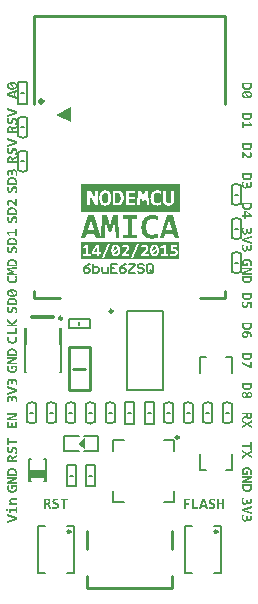
<source format=gto>
G04 Layer_Color=65535*
%FSLAX25Y25*%
%MOIN*%
G70*
G01*
G75*
%ADD28C,0.01181*%
%ADD31C,0.00700*%
%ADD34C,0.01000*%
%ADD48C,0.00984*%
%ADD49C,0.00500*%
%ADD50C,0.00787*%
%ADD51C,0.00800*%
%ADD52C,0.00591*%
%ADD53C,0.01200*%
%ADD54R,0.05512X0.02756*%
%ADD55R,0.00787X0.02165*%
G36*
X-37500Y19414D02*
X-38144Y19231D01*
Y18094D01*
X-37500Y17910D01*
Y17300D01*
X-40763Y18266D01*
Y19126D01*
X-37500Y20092D01*
Y19414D01*
D02*
G37*
G36*
X-38998Y22778D02*
X-38904Y22772D01*
X-38793Y22761D01*
X-38671Y22745D01*
X-38549Y22722D01*
X-38427Y22695D01*
X-38421D01*
X-38416Y22689D01*
X-38399Y22683D01*
X-38377Y22678D01*
X-38316Y22656D01*
X-38244Y22628D01*
X-38155Y22595D01*
X-38066Y22545D01*
X-37977Y22495D01*
X-37889Y22434D01*
X-37877Y22428D01*
X-37855Y22406D01*
X-37816Y22367D01*
X-37766Y22323D01*
X-37711Y22262D01*
X-37655Y22189D01*
X-37606Y22112D01*
X-37556Y22023D01*
X-37550Y22012D01*
X-37539Y21979D01*
X-37522Y21929D01*
X-37500Y21868D01*
X-37478Y21784D01*
X-37461Y21690D01*
X-37450Y21585D01*
X-37444Y21474D01*
Y21468D01*
Y21463D01*
Y21429D01*
X-37450Y21374D01*
X-37456Y21307D01*
X-37467Y21235D01*
X-37483Y21146D01*
X-37505Y21063D01*
X-37539Y20974D01*
X-37544Y20963D01*
X-37556Y20935D01*
X-37578Y20891D01*
X-37611Y20841D01*
X-37650Y20780D01*
X-37705Y20713D01*
X-37761Y20647D01*
X-37833Y20580D01*
X-37844Y20574D01*
X-37872Y20552D01*
X-37916Y20525D01*
X-37977Y20486D01*
X-38050Y20447D01*
X-38138Y20402D01*
X-38244Y20364D01*
X-38355Y20325D01*
X-38360D01*
X-38371Y20319D01*
X-38388D01*
X-38410Y20314D01*
X-38443Y20302D01*
X-38477Y20297D01*
X-38521Y20291D01*
X-38571Y20280D01*
X-38682Y20264D01*
X-38810Y20253D01*
X-38954Y20242D01*
X-39115Y20236D01*
X-39215D01*
X-39259Y20242D01*
X-39354Y20247D01*
X-39465Y20258D01*
X-39587Y20269D01*
X-39709Y20291D01*
X-39831Y20319D01*
X-39836D01*
X-39848Y20325D01*
X-39864Y20330D01*
X-39887Y20336D01*
X-39942Y20358D01*
X-40014Y20386D01*
X-40103Y20419D01*
X-40192Y20463D01*
X-40281Y20514D01*
X-40364Y20574D01*
X-40375Y20580D01*
X-40403Y20608D01*
X-40442Y20641D01*
X-40491Y20691D01*
X-40547Y20752D01*
X-40602Y20824D01*
X-40652Y20902D01*
X-40702Y20991D01*
Y20996D01*
X-40708Y21002D01*
X-40719Y21035D01*
X-40741Y21085D01*
X-40763Y21152D01*
X-40780Y21235D01*
X-40802Y21329D01*
X-40813Y21435D01*
X-40819Y21546D01*
Y21551D01*
Y21557D01*
Y21590D01*
X-40813Y21640D01*
X-40808Y21707D01*
X-40797Y21784D01*
X-40775Y21868D01*
X-40752Y21951D01*
X-40719Y22040D01*
X-40714Y22051D01*
X-40702Y22079D01*
X-40680Y22123D01*
X-40647Y22173D01*
X-40602Y22234D01*
X-40552Y22301D01*
X-40491Y22367D01*
X-40419Y22428D01*
X-40408Y22434D01*
X-40386Y22456D01*
X-40342Y22484D01*
X-40281Y22523D01*
X-40208Y22567D01*
X-40120Y22611D01*
X-40014Y22650D01*
X-39903Y22689D01*
X-39898D01*
X-39887Y22695D01*
X-39870Y22700D01*
X-39848Y22706D01*
X-39814Y22711D01*
X-39781Y22717D01*
X-39737Y22728D01*
X-39692Y22739D01*
X-39581Y22756D01*
X-39448Y22767D01*
X-39304Y22778D01*
X-39143Y22783D01*
X-39043D01*
X-38998Y22778D01*
D02*
G37*
G36*
X-38388Y10939D02*
X-38327Y10934D01*
X-38249Y10923D01*
X-38172Y10900D01*
X-38094Y10878D01*
X-38016Y10845D01*
X-38005Y10839D01*
X-37983Y10828D01*
X-37949Y10806D01*
X-37905Y10773D01*
X-37850Y10734D01*
X-37800Y10684D01*
X-37744Y10628D01*
X-37694Y10567D01*
X-37689Y10562D01*
X-37672Y10534D01*
X-37650Y10501D01*
X-37622Y10445D01*
X-37594Y10384D01*
X-37561Y10312D01*
X-37533Y10229D01*
X-37505Y10140D01*
Y10129D01*
X-37495Y10096D01*
X-37489Y10046D01*
X-37478Y9985D01*
X-37467Y9901D01*
X-37456Y9813D01*
X-37450Y9713D01*
X-37444Y9607D01*
Y9596D01*
Y9563D01*
Y9513D01*
X-37450Y9452D01*
Y9374D01*
X-37461Y9291D01*
X-37478Y9108D01*
Y9097D01*
X-37483Y9069D01*
X-37489Y9019D01*
X-37500Y8958D01*
X-37517Y8886D01*
X-37533Y8808D01*
X-37578Y8636D01*
X-38183D01*
Y8642D01*
X-38177Y8658D01*
X-38166Y8681D01*
X-38155Y8708D01*
X-38144Y8742D01*
X-38133Y8780D01*
X-38105Y8869D01*
Y8875D01*
X-38099Y8891D01*
X-38094Y8919D01*
X-38083Y8947D01*
X-38077Y8986D01*
X-38066Y9030D01*
X-38044Y9125D01*
Y9130D01*
X-38038Y9147D01*
X-38033Y9169D01*
X-38027Y9202D01*
X-38022Y9241D01*
X-38016Y9285D01*
X-37999Y9374D01*
Y9380D01*
Y9397D01*
X-37994Y9419D01*
Y9452D01*
X-37988Y9530D01*
Y9618D01*
Y9624D01*
Y9646D01*
Y9680D01*
X-37994Y9724D01*
Y9768D01*
X-37999Y9818D01*
X-38016Y9918D01*
Y9924D01*
X-38022Y9940D01*
X-38027Y9963D01*
X-38038Y9990D01*
X-38061Y10057D01*
X-38094Y10118D01*
Y10124D01*
X-38105Y10129D01*
X-38133Y10162D01*
X-38172Y10196D01*
X-38221Y10229D01*
X-38227D01*
X-38233Y10234D01*
X-38271Y10251D01*
X-38321Y10262D01*
X-38383Y10268D01*
X-38405D01*
X-38427Y10262D01*
X-38455Y10257D01*
X-38521Y10240D01*
X-38549Y10218D01*
X-38582Y10196D01*
X-38588Y10190D01*
X-38599Y10185D01*
X-38610Y10168D01*
X-38632Y10146D01*
X-38677Y10090D01*
X-38726Y10012D01*
X-38732Y10007D01*
X-38738Y9996D01*
X-38749Y9968D01*
X-38765Y9940D01*
X-38782Y9901D01*
X-38799Y9857D01*
X-38838Y9757D01*
Y9752D01*
X-38849Y9735D01*
X-38854Y9702D01*
X-38871Y9668D01*
X-38888Y9624D01*
X-38904Y9574D01*
X-38943Y9463D01*
X-38949Y9458D01*
X-38954Y9441D01*
X-38965Y9408D01*
X-38982Y9374D01*
X-39004Y9330D01*
X-39026Y9280D01*
X-39076Y9174D01*
X-39082Y9169D01*
X-39087Y9152D01*
X-39104Y9125D01*
X-39126Y9086D01*
X-39182Y9002D01*
X-39254Y8914D01*
X-39259Y8908D01*
X-39276Y8897D01*
X-39298Y8875D01*
X-39326Y8852D01*
X-39365Y8819D01*
X-39409Y8792D01*
X-39509Y8736D01*
X-39515D01*
X-39537Y8725D01*
X-39570Y8714D01*
X-39609Y8703D01*
X-39665Y8692D01*
X-39726Y8681D01*
X-39792Y8675D01*
X-39870Y8669D01*
X-39903D01*
X-39942Y8675D01*
X-39986Y8681D01*
X-40047Y8686D01*
X-40108Y8697D01*
X-40170Y8714D01*
X-40236Y8736D01*
X-40242Y8742D01*
X-40264Y8747D01*
X-40297Y8769D01*
X-40336Y8792D01*
X-40386Y8825D01*
X-40436Y8858D01*
X-40486Y8908D01*
X-40536Y8958D01*
X-40541Y8963D01*
X-40558Y8986D01*
X-40580Y9019D01*
X-40608Y9064D01*
X-40641Y9119D01*
X-40675Y9186D01*
X-40708Y9258D01*
X-40741Y9341D01*
Y9347D01*
X-40747Y9352D01*
X-40752Y9385D01*
X-40763Y9435D01*
X-40780Y9502D01*
X-40797Y9585D01*
X-40808Y9685D01*
X-40813Y9791D01*
X-40819Y9913D01*
Y9918D01*
Y9929D01*
Y9946D01*
Y9974D01*
X-40813Y10035D01*
X-40808Y10112D01*
Y10118D01*
Y10129D01*
X-40802Y10151D01*
Y10179D01*
X-40791Y10251D01*
X-40780Y10323D01*
Y10329D01*
Y10340D01*
X-40775Y10362D01*
Y10390D01*
X-40763Y10451D01*
X-40747Y10523D01*
Y10529D01*
Y10540D01*
X-40741Y10562D01*
X-40736Y10584D01*
X-40725Y10645D01*
X-40714Y10706D01*
X-40153D01*
Y10701D01*
X-40158Y10690D01*
X-40164Y10673D01*
X-40170Y10651D01*
X-40186Y10595D01*
X-40203Y10529D01*
Y10523D01*
X-40208Y10512D01*
X-40214Y10495D01*
X-40220Y10468D01*
X-40236Y10407D01*
X-40247Y10329D01*
Y10323D01*
X-40253Y10312D01*
Y10290D01*
X-40258Y10268D01*
X-40270Y10201D01*
X-40281Y10124D01*
Y10118D01*
Y10107D01*
X-40286Y10085D01*
Y10062D01*
X-40292Y10001D01*
Y9929D01*
Y9924D01*
Y9901D01*
Y9874D01*
X-40286Y9835D01*
X-40281Y9746D01*
X-40264Y9652D01*
Y9646D01*
X-40258Y9635D01*
X-40253Y9613D01*
X-40242Y9585D01*
X-40220Y9530D01*
X-40186Y9469D01*
Y9463D01*
X-40181Y9458D01*
X-40158Y9430D01*
X-40120Y9397D01*
X-40075Y9363D01*
X-40070D01*
X-40064Y9358D01*
X-40031Y9352D01*
X-39986Y9341D01*
X-39925Y9335D01*
X-39909D01*
X-39892Y9341D01*
X-39864Y9347D01*
X-39809Y9363D01*
X-39775Y9380D01*
X-39748Y9402D01*
X-39742Y9408D01*
X-39737Y9413D01*
X-39720Y9430D01*
X-39703Y9452D01*
X-39659Y9507D01*
X-39615Y9580D01*
Y9585D01*
X-39603Y9602D01*
X-39592Y9624D01*
X-39581Y9657D01*
X-39565Y9696D01*
X-39548Y9741D01*
X-39509Y9840D01*
Y9846D01*
X-39498Y9868D01*
X-39492Y9896D01*
X-39476Y9929D01*
X-39459Y9974D01*
X-39443Y10024D01*
X-39398Y10135D01*
Y10140D01*
X-39387Y10162D01*
X-39376Y10190D01*
X-39359Y10229D01*
X-39343Y10279D01*
X-39320Y10329D01*
X-39265Y10434D01*
X-39259Y10440D01*
X-39254Y10457D01*
X-39237Y10484D01*
X-39215Y10523D01*
X-39159Y10601D01*
X-39082Y10690D01*
X-39076Y10695D01*
X-39065Y10712D01*
X-39043Y10728D01*
X-39010Y10756D01*
X-38971Y10784D01*
X-38932Y10817D01*
X-38882Y10845D01*
X-38826Y10873D01*
X-38821Y10878D01*
X-38799Y10884D01*
X-38771Y10895D01*
X-38732Y10912D01*
X-38677Y10923D01*
X-38621Y10934D01*
X-38554Y10939D01*
X-38482Y10945D01*
X-38438D01*
X-38388Y10939D01*
D02*
G37*
G36*
X-37500Y13015D02*
Y12205D01*
X-40763Y11206D01*
Y11905D01*
X-38793Y12455D01*
X-38149Y12632D01*
X-38832Y12815D01*
X-40763Y13365D01*
Y14020D01*
X-37500Y13015D01*
D02*
G37*
G36*
X40786Y8547D02*
Y8031D01*
X38044D01*
Y7315D01*
X37500D01*
Y9491D01*
X38044D01*
Y8658D01*
X40136D01*
X39742Y9385D01*
X40242Y9585D01*
X40786Y8547D01*
D02*
G37*
G36*
X40763Y11500D02*
Y11494D01*
Y11483D01*
Y11461D01*
Y11439D01*
Y11405D01*
X40758Y11366D01*
X40752Y11278D01*
X40741Y11178D01*
X40725Y11067D01*
X40702Y10956D01*
X40669Y10850D01*
Y10845D01*
X40663Y10839D01*
X40652Y10800D01*
X40630Y10751D01*
X40597Y10684D01*
X40558Y10612D01*
X40508Y10534D01*
X40447Y10451D01*
X40380Y10379D01*
X40369Y10368D01*
X40347Y10345D01*
X40303Y10312D01*
X40247Y10273D01*
X40175Y10229D01*
X40092Y10179D01*
X39992Y10134D01*
X39887Y10096D01*
X39881D01*
X39875Y10090D01*
X39859Y10085D01*
X39831Y10079D01*
X39803Y10073D01*
X39770Y10068D01*
X39687Y10046D01*
X39581Y10029D01*
X39459Y10018D01*
X39320Y10007D01*
X39171Y10001D01*
X39076D01*
X39037Y10007D01*
X38943Y10012D01*
X38838Y10023D01*
X38721Y10040D01*
X38599Y10062D01*
X38482Y10096D01*
X38477D01*
X38471Y10101D01*
X38455Y10107D01*
X38432Y10112D01*
X38371Y10134D01*
X38299Y10168D01*
X38216Y10207D01*
X38127Y10256D01*
X38038Y10318D01*
X37949Y10390D01*
X37938Y10401D01*
X37916Y10423D01*
X37877Y10467D01*
X37827Y10528D01*
X37772Y10601D01*
X37716Y10689D01*
X37666Y10789D01*
X37617Y10900D01*
Y10906D01*
X37611Y10911D01*
X37606Y10934D01*
X37600Y10956D01*
X37589Y10984D01*
X37578Y11017D01*
X37567Y11061D01*
X37561Y11106D01*
X37539Y11217D01*
X37517Y11339D01*
X37505Y11483D01*
X37500Y11638D01*
Y12465D01*
X40763D01*
Y11500D01*
D02*
G37*
G36*
X39259Y19864D02*
X39354Y19858D01*
X39465Y19847D01*
X39587Y19836D01*
X39709Y19814D01*
X39831Y19786D01*
X39836D01*
X39848Y19781D01*
X39864Y19775D01*
X39887Y19770D01*
X39942Y19747D01*
X40014Y19720D01*
X40103Y19686D01*
X40192Y19642D01*
X40281Y19592D01*
X40364Y19531D01*
X40375Y19525D01*
X40403Y19498D01*
X40442Y19464D01*
X40491Y19414D01*
X40547Y19353D01*
X40602Y19281D01*
X40652Y19203D01*
X40702Y19115D01*
Y19109D01*
X40708Y19104D01*
X40719Y19070D01*
X40741Y19020D01*
X40763Y18954D01*
X40780Y18870D01*
X40802Y18776D01*
X40813Y18671D01*
X40819Y18560D01*
Y18554D01*
Y18549D01*
Y18515D01*
X40813Y18465D01*
X40808Y18399D01*
X40797Y18321D01*
X40775Y18238D01*
X40752Y18154D01*
X40719Y18066D01*
X40714Y18055D01*
X40702Y18027D01*
X40680Y17982D01*
X40647Y17932D01*
X40602Y17871D01*
X40552Y17805D01*
X40491Y17738D01*
X40419Y17677D01*
X40408Y17672D01*
X40386Y17649D01*
X40342Y17622D01*
X40281Y17583D01*
X40208Y17538D01*
X40120Y17494D01*
X40014Y17455D01*
X39903Y17416D01*
X39898D01*
X39887Y17411D01*
X39870Y17405D01*
X39848Y17400D01*
X39814Y17394D01*
X39781Y17389D01*
X39737Y17377D01*
X39692Y17366D01*
X39581Y17350D01*
X39448Y17339D01*
X39304Y17327D01*
X39143Y17322D01*
X39043D01*
X38998Y17327D01*
X38904Y17333D01*
X38793Y17344D01*
X38671Y17361D01*
X38549Y17383D01*
X38427Y17411D01*
X38421D01*
X38416Y17416D01*
X38399Y17422D01*
X38377Y17427D01*
X38316Y17450D01*
X38244Y17477D01*
X38155Y17511D01*
X38066Y17561D01*
X37977Y17611D01*
X37889Y17672D01*
X37877Y17677D01*
X37855Y17699D01*
X37816Y17738D01*
X37766Y17783D01*
X37711Y17844D01*
X37655Y17916D01*
X37606Y17993D01*
X37556Y18082D01*
X37550Y18093D01*
X37539Y18127D01*
X37522Y18177D01*
X37500Y18238D01*
X37478Y18321D01*
X37461Y18415D01*
X37450Y18521D01*
X37444Y18632D01*
Y18637D01*
Y18643D01*
Y18676D01*
X37450Y18732D01*
X37456Y18798D01*
X37467Y18870D01*
X37483Y18959D01*
X37505Y19042D01*
X37539Y19131D01*
X37544Y19142D01*
X37556Y19170D01*
X37578Y19215D01*
X37611Y19264D01*
X37650Y19326D01*
X37705Y19392D01*
X37761Y19459D01*
X37833Y19525D01*
X37844Y19531D01*
X37872Y19553D01*
X37916Y19581D01*
X37977Y19620D01*
X38050Y19658D01*
X38138Y19703D01*
X38244Y19742D01*
X38355Y19781D01*
X38360D01*
X38371Y19786D01*
X38388D01*
X38410Y19792D01*
X38443Y19803D01*
X38477Y19808D01*
X38521Y19814D01*
X38571Y19825D01*
X38682Y19842D01*
X38810Y19853D01*
X38954Y19864D01*
X39115Y19869D01*
X39215D01*
X39259Y19864D01*
D02*
G37*
G36*
X40763Y21634D02*
Y21629D01*
Y21618D01*
Y21595D01*
Y21573D01*
Y21540D01*
X40758Y21501D01*
X40752Y21412D01*
X40741Y21312D01*
X40725Y21201D01*
X40702Y21090D01*
X40669Y20985D01*
Y20979D01*
X40663Y20974D01*
X40652Y20935D01*
X40630Y20885D01*
X40597Y20819D01*
X40558Y20746D01*
X40508Y20669D01*
X40447Y20585D01*
X40380Y20513D01*
X40369Y20502D01*
X40347Y20480D01*
X40303Y20447D01*
X40247Y20408D01*
X40175Y20363D01*
X40092Y20313D01*
X39992Y20269D01*
X39887Y20230D01*
X39881D01*
X39875Y20225D01*
X39859Y20219D01*
X39831Y20213D01*
X39803Y20208D01*
X39770Y20202D01*
X39687Y20180D01*
X39581Y20164D01*
X39459Y20152D01*
X39320Y20141D01*
X39171Y20136D01*
X39076D01*
X39037Y20141D01*
X38943Y20147D01*
X38838Y20158D01*
X38721Y20175D01*
X38599Y20197D01*
X38482Y20230D01*
X38477D01*
X38471Y20236D01*
X38455Y20241D01*
X38432Y20247D01*
X38371Y20269D01*
X38299Y20302D01*
X38216Y20341D01*
X38127Y20391D01*
X38038Y20452D01*
X37949Y20524D01*
X37938Y20535D01*
X37916Y20558D01*
X37877Y20602D01*
X37827Y20663D01*
X37772Y20735D01*
X37716Y20824D01*
X37666Y20924D01*
X37617Y21035D01*
Y21041D01*
X37611Y21046D01*
X37606Y21068D01*
X37600Y21090D01*
X37589Y21118D01*
X37578Y21151D01*
X37567Y21196D01*
X37561Y21240D01*
X37539Y21351D01*
X37517Y21473D01*
X37505Y21618D01*
X37500Y21773D01*
Y22600D01*
X40763D01*
Y21634D01*
D02*
G37*
G36*
X-39037Y-8941D02*
X-38943Y-8947D01*
X-38838Y-8958D01*
X-38721Y-8974D01*
X-38599Y-8997D01*
X-38482Y-9030D01*
X-38477D01*
X-38471Y-9035D01*
X-38455Y-9041D01*
X-38432Y-9047D01*
X-38371Y-9069D01*
X-38299Y-9102D01*
X-38216Y-9141D01*
X-38127Y-9191D01*
X-38038Y-9252D01*
X-37949Y-9324D01*
X-37938Y-9335D01*
X-37916Y-9357D01*
X-37877Y-9402D01*
X-37827Y-9463D01*
X-37772Y-9535D01*
X-37716Y-9624D01*
X-37666Y-9724D01*
X-37617Y-9835D01*
Y-9840D01*
X-37611Y-9846D01*
X-37606Y-9868D01*
X-37600Y-9890D01*
X-37589Y-9918D01*
X-37578Y-9951D01*
X-37567Y-9995D01*
X-37561Y-10040D01*
X-37539Y-10151D01*
X-37517Y-10273D01*
X-37505Y-10417D01*
X-37500Y-10573D01*
Y-11400D01*
X-40763D01*
Y-10434D01*
Y-10428D01*
Y-10417D01*
Y-10395D01*
Y-10373D01*
Y-10340D01*
X-40758Y-10301D01*
X-40752Y-10212D01*
X-40741Y-10112D01*
X-40725Y-10001D01*
X-40702Y-9890D01*
X-40669Y-9785D01*
Y-9779D01*
X-40663Y-9774D01*
X-40652Y-9735D01*
X-40630Y-9685D01*
X-40597Y-9618D01*
X-40558Y-9546D01*
X-40508Y-9468D01*
X-40447Y-9385D01*
X-40380Y-9313D01*
X-40369Y-9302D01*
X-40347Y-9280D01*
X-40303Y-9246D01*
X-40247Y-9207D01*
X-40175Y-9163D01*
X-40092Y-9113D01*
X-39992Y-9069D01*
X-39887Y-9030D01*
X-39881D01*
X-39875Y-9024D01*
X-39859Y-9019D01*
X-39831Y-9013D01*
X-39803Y-9008D01*
X-39770Y-9002D01*
X-39687Y-8980D01*
X-39581Y-8963D01*
X-39459Y-8952D01*
X-39320Y-8941D01*
X-39171Y-8935D01*
X-39076D01*
X-39037Y-8941D01*
D02*
G37*
G36*
X-38410Y-6260D02*
X-38349Y-6266D01*
X-38282Y-6277D01*
X-38210Y-6294D01*
X-38133Y-6316D01*
X-38061Y-6349D01*
X-38050Y-6355D01*
X-38027Y-6366D01*
X-37994Y-6388D01*
X-37944Y-6416D01*
X-37894Y-6455D01*
X-37839Y-6505D01*
X-37783Y-6560D01*
X-37728Y-6627D01*
X-37722Y-6632D01*
X-37705Y-6660D01*
X-37683Y-6699D01*
X-37650Y-6754D01*
X-37617Y-6821D01*
X-37583Y-6899D01*
X-37550Y-6993D01*
X-37522Y-7093D01*
Y-7098D01*
X-37517Y-7104D01*
Y-7121D01*
X-37511Y-7143D01*
X-37500Y-7198D01*
X-37489Y-7282D01*
X-37472Y-7376D01*
X-37461Y-7487D01*
X-37456Y-7615D01*
X-37450Y-7753D01*
Y-7759D01*
Y-7770D01*
Y-7787D01*
Y-7809D01*
Y-7864D01*
X-37456Y-7931D01*
Y-7937D01*
Y-7948D01*
Y-7964D01*
X-37461Y-7992D01*
Y-8048D01*
X-37467Y-8120D01*
Y-8125D01*
Y-8136D01*
Y-8153D01*
X-37472Y-8175D01*
X-37478Y-8231D01*
X-37483Y-8297D01*
Y-8303D01*
Y-8314D01*
Y-8331D01*
X-37489Y-8347D01*
X-37495Y-8403D01*
X-37500Y-8453D01*
X-38027D01*
Y-8447D01*
X-38022Y-8425D01*
X-38016Y-8392D01*
X-38011Y-8353D01*
X-37999Y-8297D01*
X-37994Y-8242D01*
X-37983Y-8175D01*
X-37977Y-8103D01*
Y-8092D01*
Y-8070D01*
X-37972Y-8031D01*
Y-7981D01*
X-37966Y-7920D01*
Y-7848D01*
X-37961Y-7770D01*
Y-7692D01*
Y-7681D01*
Y-7659D01*
Y-7620D01*
X-37966Y-7570D01*
Y-7515D01*
X-37977Y-7454D01*
X-37994Y-7337D01*
Y-7332D01*
X-37999Y-7309D01*
X-38011Y-7287D01*
X-38022Y-7248D01*
X-38050Y-7171D01*
X-38094Y-7093D01*
X-38099Y-7087D01*
X-38105Y-7076D01*
X-38122Y-7060D01*
X-38138Y-7037D01*
X-38188Y-6987D01*
X-38255Y-6949D01*
X-38260D01*
X-38271Y-6943D01*
X-38294Y-6932D01*
X-38321Y-6921D01*
X-38355Y-6915D01*
X-38394Y-6904D01*
X-38477Y-6899D01*
X-38516D01*
X-38543Y-6904D01*
X-38605Y-6921D01*
X-38671Y-6949D01*
X-38677D01*
X-38688Y-6960D01*
X-38704Y-6971D01*
X-38721Y-6987D01*
X-38771Y-7032D01*
X-38821Y-7098D01*
X-38826Y-7104D01*
X-38832Y-7115D01*
X-38843Y-7137D01*
X-38854Y-7165D01*
X-38871Y-7198D01*
X-38888Y-7243D01*
X-38904Y-7287D01*
X-38915Y-7343D01*
Y-7348D01*
X-38921Y-7370D01*
X-38926Y-7398D01*
X-38938Y-7442D01*
X-38943Y-7492D01*
X-38949Y-7553D01*
X-38954Y-7626D01*
Y-7698D01*
Y-8059D01*
X-39420D01*
Y-7726D01*
Y-7714D01*
Y-7692D01*
Y-7659D01*
X-39426Y-7615D01*
Y-7559D01*
X-39437Y-7509D01*
X-39443Y-7454D01*
X-39454Y-7404D01*
Y-7398D01*
X-39459Y-7381D01*
X-39470Y-7359D01*
X-39481Y-7332D01*
X-39515Y-7265D01*
X-39559Y-7198D01*
X-39565Y-7193D01*
X-39570Y-7187D01*
X-39603Y-7154D01*
X-39653Y-7121D01*
X-39714Y-7087D01*
X-39720D01*
X-39731Y-7082D01*
X-39748Y-7076D01*
X-39770Y-7071D01*
X-39831Y-7060D01*
X-39898Y-7054D01*
X-39931D01*
X-39964Y-7060D01*
X-40009Y-7071D01*
X-40059Y-7087D01*
X-40108Y-7109D01*
X-40158Y-7143D01*
X-40203Y-7187D01*
X-40208Y-7193D01*
X-40220Y-7209D01*
X-40236Y-7243D01*
X-40258Y-7287D01*
X-40275Y-7343D01*
X-40292Y-7409D01*
X-40303Y-7492D01*
X-40308Y-7587D01*
Y-7598D01*
Y-7620D01*
Y-7659D01*
X-40303Y-7709D01*
X-40297Y-7770D01*
X-40292Y-7836D01*
X-40270Y-7975D01*
Y-7981D01*
X-40264Y-8009D01*
X-40253Y-8048D01*
X-40242Y-8092D01*
X-40231Y-8153D01*
X-40208Y-8219D01*
X-40170Y-8364D01*
X-40680D01*
Y-8358D01*
X-40686Y-8347D01*
X-40691Y-8325D01*
X-40702Y-8297D01*
X-40719Y-8225D01*
X-40736Y-8153D01*
Y-8147D01*
X-40741Y-8136D01*
X-40747Y-8114D01*
X-40752Y-8086D01*
X-40769Y-8020D01*
X-40780Y-7948D01*
Y-7942D01*
X-40786Y-7931D01*
Y-7909D01*
X-40791Y-7881D01*
X-40802Y-7814D01*
X-40808Y-7742D01*
Y-7737D01*
Y-7726D01*
X-40813Y-7703D01*
Y-7676D01*
X-40819Y-7603D01*
Y-7520D01*
Y-7515D01*
Y-7509D01*
Y-7476D01*
X-40813Y-7426D01*
Y-7359D01*
X-40802Y-7287D01*
X-40791Y-7209D01*
X-40780Y-7132D01*
X-40758Y-7054D01*
Y-7043D01*
X-40747Y-7021D01*
X-40736Y-6982D01*
X-40719Y-6932D01*
X-40697Y-6882D01*
X-40669Y-6821D01*
X-40636Y-6765D01*
X-40597Y-6710D01*
X-40591Y-6704D01*
X-40580Y-6688D01*
X-40558Y-6660D01*
X-40525Y-6632D01*
X-40486Y-6599D01*
X-40442Y-6560D01*
X-40392Y-6527D01*
X-40336Y-6499D01*
X-40330Y-6493D01*
X-40308Y-6488D01*
X-40281Y-6477D01*
X-40236Y-6460D01*
X-40186Y-6449D01*
X-40131Y-6438D01*
X-40064Y-6432D01*
X-39998Y-6427D01*
X-39948D01*
X-39898Y-6432D01*
X-39825Y-6443D01*
X-39753Y-6460D01*
X-39670Y-6488D01*
X-39592Y-6521D01*
X-39520Y-6566D01*
X-39515Y-6571D01*
X-39492Y-6593D01*
X-39459Y-6621D01*
X-39415Y-6666D01*
X-39370Y-6721D01*
X-39326Y-6788D01*
X-39276Y-6860D01*
X-39237Y-6949D01*
Y-6943D01*
X-39232Y-6921D01*
X-39226Y-6893D01*
X-39215Y-6854D01*
X-39204Y-6810D01*
X-39187Y-6760D01*
X-39148Y-6666D01*
Y-6660D01*
X-39137Y-6643D01*
X-39126Y-6621D01*
X-39104Y-6588D01*
X-39060Y-6521D01*
X-38993Y-6449D01*
X-38987Y-6443D01*
X-38976Y-6432D01*
X-38954Y-6416D01*
X-38932Y-6393D01*
X-38899Y-6371D01*
X-38860Y-6349D01*
X-38771Y-6305D01*
X-38765D01*
X-38749Y-6299D01*
X-38726Y-6288D01*
X-38693Y-6277D01*
X-38649Y-6272D01*
X-38605Y-6260D01*
X-38493Y-6255D01*
X-38455D01*
X-38410Y-6260D01*
D02*
G37*
G36*
X-37500Y-18523D02*
X-37944D01*
X-38721Y-17757D01*
X-38732Y-17746D01*
X-38760Y-17718D01*
X-38799Y-17680D01*
X-38849Y-17630D01*
X-38910Y-17574D01*
X-38971Y-17519D01*
X-39032Y-17458D01*
X-39093Y-17408D01*
X-39098Y-17402D01*
X-39121Y-17386D01*
X-39148Y-17363D01*
X-39187Y-17330D01*
X-39232Y-17302D01*
X-39276Y-17269D01*
X-39326Y-17236D01*
X-39370Y-17208D01*
X-39376Y-17202D01*
X-39393Y-17197D01*
X-39415Y-17186D01*
X-39448Y-17169D01*
X-39520Y-17136D01*
X-39603Y-17113D01*
X-39609D01*
X-39620Y-17108D01*
X-39642Y-17102D01*
X-39670Y-17097D01*
X-39742Y-17091D01*
X-39820Y-17086D01*
X-39853D01*
X-39875Y-17091D01*
X-39937Y-17097D01*
X-39998Y-17119D01*
X-40003D01*
X-40014Y-17125D01*
X-40047Y-17141D01*
X-40092Y-17169D01*
X-40142Y-17208D01*
X-40147D01*
X-40153Y-17219D01*
X-40175Y-17247D01*
X-40208Y-17291D01*
X-40236Y-17352D01*
Y-17358D01*
X-40242Y-17369D01*
X-40247Y-17386D01*
X-40258Y-17408D01*
X-40270Y-17474D01*
X-40275Y-17552D01*
Y-17558D01*
Y-17585D01*
X-40270Y-17618D01*
X-40264Y-17669D01*
X-40253Y-17724D01*
X-40242Y-17779D01*
X-40220Y-17846D01*
X-40192Y-17907D01*
X-40186Y-17913D01*
X-40175Y-17935D01*
X-40158Y-17968D01*
X-40131Y-18007D01*
X-40103Y-18057D01*
X-40064Y-18107D01*
X-40020Y-18162D01*
X-39970Y-18218D01*
X-40380Y-18540D01*
X-40392Y-18529D01*
X-40414Y-18501D01*
X-40453Y-18457D01*
X-40497Y-18401D01*
X-40547Y-18329D01*
X-40597Y-18251D01*
X-40652Y-18157D01*
X-40697Y-18063D01*
Y-18057D01*
X-40702Y-18051D01*
X-40708Y-18035D01*
X-40714Y-18018D01*
X-40736Y-17963D01*
X-40758Y-17890D01*
X-40780Y-17802D01*
X-40802Y-17707D01*
X-40813Y-17602D01*
X-40819Y-17485D01*
Y-17480D01*
Y-17474D01*
Y-17447D01*
X-40813Y-17402D01*
Y-17341D01*
X-40802Y-17274D01*
X-40791Y-17202D01*
X-40775Y-17125D01*
X-40752Y-17052D01*
Y-17041D01*
X-40741Y-17019D01*
X-40725Y-16986D01*
X-40708Y-16936D01*
X-40680Y-16886D01*
X-40647Y-16830D01*
X-40613Y-16775D01*
X-40569Y-16720D01*
X-40564Y-16714D01*
X-40547Y-16697D01*
X-40525Y-16669D01*
X-40486Y-16642D01*
X-40447Y-16603D01*
X-40392Y-16570D01*
X-40336Y-16536D01*
X-40270Y-16503D01*
X-40264Y-16498D01*
X-40236Y-16492D01*
X-40203Y-16481D01*
X-40153Y-16464D01*
X-40092Y-16447D01*
X-40020Y-16436D01*
X-39942Y-16431D01*
X-39859Y-16425D01*
X-39787D01*
X-39742Y-16431D01*
X-39687Y-16436D01*
X-39620Y-16447D01*
X-39492Y-16481D01*
X-39487D01*
X-39465Y-16492D01*
X-39431Y-16503D01*
X-39387Y-16520D01*
X-39337Y-16542D01*
X-39281Y-16564D01*
X-39165Y-16631D01*
X-39159Y-16636D01*
X-39137Y-16647D01*
X-39110Y-16669D01*
X-39065Y-16697D01*
X-39021Y-16736D01*
X-38965Y-16781D01*
X-38910Y-16825D01*
X-38849Y-16880D01*
X-38843Y-16886D01*
X-38821Y-16908D01*
X-38788Y-16936D01*
X-38749Y-16975D01*
X-38693Y-17025D01*
X-38638Y-17080D01*
X-38577Y-17147D01*
X-38510Y-17213D01*
X-38061Y-17685D01*
Y-16309D01*
X-37500D01*
Y-18523D01*
D02*
G37*
G36*
X-38388Y-11883D02*
X-38327Y-11888D01*
X-38249Y-11899D01*
X-38172Y-11921D01*
X-38094Y-11944D01*
X-38016Y-11977D01*
X-38005Y-11982D01*
X-37983Y-11993D01*
X-37949Y-12016D01*
X-37905Y-12049D01*
X-37850Y-12088D01*
X-37800Y-12138D01*
X-37744Y-12193D01*
X-37694Y-12254D01*
X-37689Y-12260D01*
X-37672Y-12288D01*
X-37650Y-12321D01*
X-37622Y-12376D01*
X-37594Y-12438D01*
X-37561Y-12510D01*
X-37533Y-12593D01*
X-37505Y-12682D01*
Y-12693D01*
X-37495Y-12726D01*
X-37489Y-12776D01*
X-37478Y-12837D01*
X-37467Y-12920D01*
X-37456Y-13009D01*
X-37450Y-13109D01*
X-37444Y-13215D01*
Y-13226D01*
Y-13259D01*
Y-13309D01*
X-37450Y-13370D01*
Y-13448D01*
X-37461Y-13531D01*
X-37478Y-13714D01*
Y-13725D01*
X-37483Y-13753D01*
X-37489Y-13803D01*
X-37500Y-13864D01*
X-37517Y-13936D01*
X-37533Y-14014D01*
X-37578Y-14186D01*
X-38183D01*
Y-14180D01*
X-38177Y-14164D01*
X-38166Y-14141D01*
X-38155Y-14114D01*
X-38144Y-14080D01*
X-38133Y-14041D01*
X-38105Y-13953D01*
Y-13947D01*
X-38099Y-13930D01*
X-38094Y-13903D01*
X-38083Y-13875D01*
X-38077Y-13836D01*
X-38066Y-13792D01*
X-38044Y-13697D01*
Y-13692D01*
X-38038Y-13675D01*
X-38033Y-13653D01*
X-38027Y-13620D01*
X-38022Y-13581D01*
X-38016Y-13536D01*
X-37999Y-13448D01*
Y-13442D01*
Y-13425D01*
X-37994Y-13403D01*
Y-13370D01*
X-37988Y-13292D01*
Y-13203D01*
Y-13198D01*
Y-13176D01*
Y-13142D01*
X-37994Y-13098D01*
Y-13054D01*
X-37999Y-13004D01*
X-38016Y-12904D01*
Y-12898D01*
X-38022Y-12881D01*
X-38027Y-12859D01*
X-38038Y-12832D01*
X-38061Y-12765D01*
X-38094Y-12704D01*
Y-12698D01*
X-38105Y-12693D01*
X-38133Y-12660D01*
X-38172Y-12626D01*
X-38221Y-12593D01*
X-38227D01*
X-38233Y-12587D01*
X-38271Y-12571D01*
X-38321Y-12560D01*
X-38383Y-12554D01*
X-38405D01*
X-38427Y-12560D01*
X-38455Y-12565D01*
X-38521Y-12582D01*
X-38549Y-12604D01*
X-38582Y-12626D01*
X-38588Y-12632D01*
X-38599Y-12637D01*
X-38610Y-12654D01*
X-38632Y-12676D01*
X-38677Y-12732D01*
X-38726Y-12809D01*
X-38732Y-12815D01*
X-38738Y-12826D01*
X-38749Y-12854D01*
X-38765Y-12881D01*
X-38782Y-12920D01*
X-38799Y-12965D01*
X-38838Y-13065D01*
Y-13070D01*
X-38849Y-13087D01*
X-38854Y-13120D01*
X-38871Y-13153D01*
X-38888Y-13198D01*
X-38904Y-13248D01*
X-38943Y-13359D01*
X-38949Y-13364D01*
X-38954Y-13381D01*
X-38965Y-13414D01*
X-38982Y-13448D01*
X-39004Y-13492D01*
X-39026Y-13542D01*
X-39076Y-13647D01*
X-39082Y-13653D01*
X-39087Y-13670D01*
X-39104Y-13697D01*
X-39126Y-13736D01*
X-39182Y-13819D01*
X-39254Y-13908D01*
X-39259Y-13914D01*
X-39276Y-13925D01*
X-39298Y-13947D01*
X-39326Y-13969D01*
X-39365Y-14003D01*
X-39409Y-14030D01*
X-39509Y-14086D01*
X-39515D01*
X-39537Y-14097D01*
X-39570Y-14108D01*
X-39609Y-14119D01*
X-39665Y-14130D01*
X-39726Y-14141D01*
X-39792Y-14147D01*
X-39870Y-14152D01*
X-39903D01*
X-39942Y-14147D01*
X-39986Y-14141D01*
X-40047Y-14136D01*
X-40108Y-14125D01*
X-40170Y-14108D01*
X-40236Y-14086D01*
X-40242Y-14080D01*
X-40264Y-14075D01*
X-40297Y-14052D01*
X-40336Y-14030D01*
X-40386Y-13997D01*
X-40436Y-13964D01*
X-40486Y-13914D01*
X-40536Y-13864D01*
X-40541Y-13858D01*
X-40558Y-13836D01*
X-40580Y-13803D01*
X-40608Y-13758D01*
X-40641Y-13703D01*
X-40675Y-13636D01*
X-40708Y-13564D01*
X-40741Y-13481D01*
Y-13475D01*
X-40747Y-13470D01*
X-40752Y-13437D01*
X-40763Y-13386D01*
X-40780Y-13320D01*
X-40797Y-13237D01*
X-40808Y-13137D01*
X-40813Y-13031D01*
X-40819Y-12909D01*
Y-12904D01*
Y-12893D01*
Y-12876D01*
Y-12848D01*
X-40813Y-12787D01*
X-40808Y-12709D01*
Y-12704D01*
Y-12693D01*
X-40802Y-12671D01*
Y-12643D01*
X-40791Y-12571D01*
X-40780Y-12499D01*
Y-12493D01*
Y-12482D01*
X-40775Y-12460D01*
Y-12432D01*
X-40763Y-12371D01*
X-40747Y-12299D01*
Y-12293D01*
Y-12282D01*
X-40741Y-12260D01*
X-40736Y-12238D01*
X-40725Y-12177D01*
X-40714Y-12116D01*
X-40153D01*
Y-12121D01*
X-40158Y-12132D01*
X-40164Y-12149D01*
X-40170Y-12171D01*
X-40186Y-12227D01*
X-40203Y-12293D01*
Y-12299D01*
X-40208Y-12310D01*
X-40214Y-12326D01*
X-40220Y-12354D01*
X-40236Y-12415D01*
X-40247Y-12493D01*
Y-12499D01*
X-40253Y-12510D01*
Y-12532D01*
X-40258Y-12554D01*
X-40270Y-12621D01*
X-40281Y-12698D01*
Y-12704D01*
Y-12715D01*
X-40286Y-12737D01*
Y-12759D01*
X-40292Y-12820D01*
Y-12893D01*
Y-12898D01*
Y-12920D01*
Y-12948D01*
X-40286Y-12987D01*
X-40281Y-13076D01*
X-40264Y-13170D01*
Y-13176D01*
X-40258Y-13187D01*
X-40253Y-13209D01*
X-40242Y-13237D01*
X-40220Y-13292D01*
X-40186Y-13353D01*
Y-13359D01*
X-40181Y-13364D01*
X-40158Y-13392D01*
X-40120Y-13425D01*
X-40075Y-13459D01*
X-40070D01*
X-40064Y-13464D01*
X-40031Y-13470D01*
X-39986Y-13481D01*
X-39925Y-13486D01*
X-39909D01*
X-39892Y-13481D01*
X-39864Y-13475D01*
X-39809Y-13459D01*
X-39775Y-13442D01*
X-39748Y-13420D01*
X-39742Y-13414D01*
X-39737Y-13409D01*
X-39720Y-13392D01*
X-39703Y-13370D01*
X-39659Y-13314D01*
X-39615Y-13242D01*
Y-13237D01*
X-39603Y-13220D01*
X-39592Y-13198D01*
X-39581Y-13164D01*
X-39565Y-13126D01*
X-39548Y-13081D01*
X-39509Y-12981D01*
Y-12976D01*
X-39498Y-12954D01*
X-39492Y-12926D01*
X-39476Y-12893D01*
X-39459Y-12848D01*
X-39443Y-12798D01*
X-39398Y-12687D01*
Y-12682D01*
X-39387Y-12660D01*
X-39376Y-12632D01*
X-39359Y-12593D01*
X-39343Y-12543D01*
X-39320Y-12493D01*
X-39265Y-12388D01*
X-39259Y-12382D01*
X-39254Y-12365D01*
X-39237Y-12338D01*
X-39215Y-12299D01*
X-39159Y-12221D01*
X-39082Y-12132D01*
X-39076Y-12127D01*
X-39065Y-12110D01*
X-39043Y-12093D01*
X-39010Y-12066D01*
X-38971Y-12038D01*
X-38932Y-12005D01*
X-38882Y-11977D01*
X-38826Y-11949D01*
X-38821Y-11944D01*
X-38799Y-11938D01*
X-38771Y-11927D01*
X-38732Y-11910D01*
X-38677Y-11899D01*
X-38621Y-11888D01*
X-38554Y-11883D01*
X-38482Y-11877D01*
X-38438D01*
X-38388Y-11883D01*
D02*
G37*
G36*
X-37500Y2972D02*
Y2162D01*
X-40763Y1163D01*
Y1862D01*
X-38793Y2412D01*
X-38149Y2589D01*
X-38832Y2772D01*
X-40763Y3322D01*
Y3977D01*
X-37500Y2972D01*
D02*
G37*
G36*
Y7543D02*
X-38549Y7082D01*
X-38554D01*
X-38571Y7071D01*
X-38599Y7054D01*
X-38632Y7038D01*
X-38710Y6982D01*
X-38743Y6943D01*
X-38776Y6904D01*
X-38782Y6899D01*
X-38788Y6882D01*
X-38799Y6860D01*
X-38815Y6827D01*
X-38832Y6788D01*
X-38843Y6744D01*
X-38849Y6688D01*
X-38854Y6633D01*
Y6516D01*
X-37500D01*
Y5900D01*
X-40763D01*
Y6849D01*
Y6855D01*
Y6860D01*
Y6893D01*
Y6943D01*
X-40758Y7010D01*
X-40752Y7088D01*
X-40741Y7165D01*
X-40714Y7337D01*
Y7349D01*
X-40702Y7376D01*
X-40691Y7415D01*
X-40680Y7465D01*
X-40658Y7526D01*
X-40630Y7587D01*
X-40597Y7648D01*
X-40558Y7709D01*
X-40552Y7715D01*
X-40541Y7737D01*
X-40514Y7765D01*
X-40486Y7798D01*
X-40442Y7837D01*
X-40397Y7876D01*
X-40342Y7915D01*
X-40281Y7948D01*
X-40275Y7953D01*
X-40247Y7965D01*
X-40214Y7976D01*
X-40164Y7992D01*
X-40103Y8009D01*
X-40031Y8026D01*
X-39948Y8031D01*
X-39859Y8037D01*
X-39798D01*
X-39753Y8031D01*
X-39703Y8026D01*
X-39648Y8015D01*
X-39542Y7981D01*
X-39537D01*
X-39520Y7970D01*
X-39492Y7959D01*
X-39459Y7942D01*
X-39382Y7898D01*
X-39298Y7837D01*
X-39293Y7831D01*
X-39281Y7820D01*
X-39265Y7798D01*
X-39243Y7776D01*
X-39215Y7743D01*
X-39187Y7704D01*
X-39137Y7609D01*
Y7604D01*
X-39126Y7587D01*
X-39115Y7559D01*
X-39104Y7526D01*
X-39087Y7482D01*
X-39076Y7432D01*
X-39048Y7321D01*
Y7326D01*
X-39043Y7343D01*
X-39037Y7365D01*
X-39026Y7393D01*
X-39004Y7426D01*
X-38982Y7465D01*
X-38954Y7504D01*
X-38915Y7543D01*
X-38910Y7548D01*
X-38893Y7559D01*
X-38871Y7582D01*
X-38832Y7604D01*
X-38788Y7637D01*
X-38732Y7670D01*
X-38666Y7704D01*
X-38593Y7743D01*
X-37500Y8264D01*
Y7543D01*
D02*
G37*
G36*
Y-2500D02*
X-38549Y-2961D01*
X-38554D01*
X-38571Y-2972D01*
X-38599Y-2988D01*
X-38632Y-3005D01*
X-38710Y-3061D01*
X-38743Y-3100D01*
X-38776Y-3138D01*
X-38782Y-3144D01*
X-38788Y-3161D01*
X-38799Y-3183D01*
X-38815Y-3216D01*
X-38832Y-3255D01*
X-38843Y-3299D01*
X-38849Y-3355D01*
X-38854Y-3410D01*
Y-3527D01*
X-37500D01*
Y-4143D01*
X-40763D01*
Y-3194D01*
Y-3188D01*
Y-3183D01*
Y-3149D01*
Y-3100D01*
X-40758Y-3033D01*
X-40752Y-2955D01*
X-40741Y-2877D01*
X-40714Y-2706D01*
Y-2694D01*
X-40702Y-2667D01*
X-40691Y-2628D01*
X-40680Y-2578D01*
X-40658Y-2517D01*
X-40630Y-2456D01*
X-40597Y-2395D01*
X-40558Y-2334D01*
X-40552Y-2328D01*
X-40541Y-2306D01*
X-40514Y-2278D01*
X-40486Y-2245D01*
X-40442Y-2206D01*
X-40397Y-2167D01*
X-40342Y-2128D01*
X-40281Y-2095D01*
X-40275Y-2089D01*
X-40247Y-2078D01*
X-40214Y-2067D01*
X-40164Y-2051D01*
X-40103Y-2034D01*
X-40031Y-2017D01*
X-39948Y-2012D01*
X-39859Y-2006D01*
X-39798D01*
X-39753Y-2012D01*
X-39703Y-2017D01*
X-39648Y-2028D01*
X-39542Y-2062D01*
X-39537D01*
X-39520Y-2073D01*
X-39492Y-2084D01*
X-39459Y-2101D01*
X-39382Y-2145D01*
X-39298Y-2206D01*
X-39293Y-2211D01*
X-39281Y-2223D01*
X-39265Y-2245D01*
X-39243Y-2267D01*
X-39215Y-2300D01*
X-39187Y-2339D01*
X-39137Y-2434D01*
Y-2439D01*
X-39126Y-2456D01*
X-39115Y-2483D01*
X-39104Y-2517D01*
X-39087Y-2561D01*
X-39076Y-2611D01*
X-39048Y-2722D01*
Y-2717D01*
X-39043Y-2700D01*
X-39037Y-2678D01*
X-39026Y-2650D01*
X-39004Y-2617D01*
X-38982Y-2578D01*
X-38954Y-2539D01*
X-38915Y-2500D01*
X-38910Y-2495D01*
X-38893Y-2483D01*
X-38871Y-2461D01*
X-38832Y-2439D01*
X-38788Y-2406D01*
X-38732Y-2372D01*
X-38666Y-2339D01*
X-38593Y-2300D01*
X-37500Y-1779D01*
Y-2500D01*
D02*
G37*
G36*
X-38388Y896D02*
X-38327Y891D01*
X-38249Y880D01*
X-38172Y858D01*
X-38094Y835D01*
X-38016Y802D01*
X-38005Y797D01*
X-37983Y785D01*
X-37949Y763D01*
X-37905Y730D01*
X-37850Y691D01*
X-37800Y641D01*
X-37744Y586D01*
X-37694Y525D01*
X-37689Y519D01*
X-37672Y491D01*
X-37650Y458D01*
X-37622Y403D01*
X-37594Y341D01*
X-37561Y269D01*
X-37533Y186D01*
X-37505Y97D01*
Y86D01*
X-37495Y53D01*
X-37489Y3D01*
X-37478Y-58D01*
X-37467Y-141D01*
X-37456Y-230D01*
X-37450Y-330D01*
X-37444Y-435D01*
Y-447D01*
Y-480D01*
Y-530D01*
X-37450Y-591D01*
Y-669D01*
X-37461Y-752D01*
X-37478Y-935D01*
Y-946D01*
X-37483Y-974D01*
X-37489Y-1024D01*
X-37500Y-1085D01*
X-37517Y-1157D01*
X-37533Y-1235D01*
X-37578Y-1407D01*
X-38183D01*
Y-1401D01*
X-38177Y-1385D01*
X-38166Y-1362D01*
X-38155Y-1335D01*
X-38144Y-1301D01*
X-38133Y-1262D01*
X-38105Y-1174D01*
Y-1168D01*
X-38099Y-1151D01*
X-38094Y-1124D01*
X-38083Y-1096D01*
X-38077Y-1057D01*
X-38066Y-1013D01*
X-38044Y-918D01*
Y-913D01*
X-38038Y-896D01*
X-38033Y-874D01*
X-38027Y-841D01*
X-38022Y-802D01*
X-38016Y-757D01*
X-37999Y-669D01*
Y-663D01*
Y-646D01*
X-37994Y-624D01*
Y-591D01*
X-37988Y-513D01*
Y-424D01*
Y-419D01*
Y-397D01*
Y-363D01*
X-37994Y-319D01*
Y-274D01*
X-37999Y-225D01*
X-38016Y-125D01*
Y-119D01*
X-38022Y-103D01*
X-38027Y-80D01*
X-38038Y-52D01*
X-38061Y14D01*
X-38094Y75D01*
Y81D01*
X-38105Y86D01*
X-38133Y120D01*
X-38172Y153D01*
X-38221Y186D01*
X-38227D01*
X-38233Y192D01*
X-38271Y208D01*
X-38321Y219D01*
X-38383Y225D01*
X-38405D01*
X-38427Y219D01*
X-38455Y214D01*
X-38521Y197D01*
X-38549Y175D01*
X-38582Y153D01*
X-38588Y147D01*
X-38599Y142D01*
X-38610Y125D01*
X-38632Y103D01*
X-38677Y47D01*
X-38726Y-30D01*
X-38732Y-36D01*
X-38738Y-47D01*
X-38749Y-75D01*
X-38765Y-103D01*
X-38782Y-141D01*
X-38799Y-186D01*
X-38838Y-286D01*
Y-291D01*
X-38849Y-308D01*
X-38854Y-341D01*
X-38871Y-374D01*
X-38888Y-419D01*
X-38904Y-469D01*
X-38943Y-580D01*
X-38949Y-585D01*
X-38954Y-602D01*
X-38965Y-635D01*
X-38982Y-669D01*
X-39004Y-713D01*
X-39026Y-763D01*
X-39076Y-868D01*
X-39082Y-874D01*
X-39087Y-891D01*
X-39104Y-918D01*
X-39126Y-957D01*
X-39182Y-1041D01*
X-39254Y-1129D01*
X-39259Y-1135D01*
X-39276Y-1146D01*
X-39298Y-1168D01*
X-39326Y-1190D01*
X-39365Y-1224D01*
X-39409Y-1251D01*
X-39509Y-1307D01*
X-39515D01*
X-39537Y-1318D01*
X-39570Y-1329D01*
X-39609Y-1340D01*
X-39665Y-1351D01*
X-39726Y-1362D01*
X-39792Y-1368D01*
X-39870Y-1374D01*
X-39903D01*
X-39942Y-1368D01*
X-39986Y-1362D01*
X-40047Y-1357D01*
X-40108Y-1346D01*
X-40170Y-1329D01*
X-40236Y-1307D01*
X-40242Y-1301D01*
X-40264Y-1296D01*
X-40297Y-1274D01*
X-40336Y-1251D01*
X-40386Y-1218D01*
X-40436Y-1185D01*
X-40486Y-1135D01*
X-40536Y-1085D01*
X-40541Y-1079D01*
X-40558Y-1057D01*
X-40580Y-1024D01*
X-40608Y-979D01*
X-40641Y-924D01*
X-40675Y-857D01*
X-40708Y-785D01*
X-40741Y-702D01*
Y-696D01*
X-40747Y-691D01*
X-40752Y-658D01*
X-40763Y-607D01*
X-40780Y-541D01*
X-40797Y-458D01*
X-40808Y-358D01*
X-40813Y-252D01*
X-40819Y-130D01*
Y-125D01*
Y-114D01*
Y-97D01*
Y-69D01*
X-40813Y-8D01*
X-40808Y70D01*
Y75D01*
Y86D01*
X-40802Y108D01*
Y136D01*
X-40791Y208D01*
X-40780Y280D01*
Y286D01*
Y297D01*
X-40775Y319D01*
Y347D01*
X-40763Y408D01*
X-40747Y480D01*
Y486D01*
Y497D01*
X-40741Y519D01*
X-40736Y541D01*
X-40725Y602D01*
X-40714Y663D01*
X-40153D01*
Y658D01*
X-40158Y647D01*
X-40164Y630D01*
X-40170Y608D01*
X-40186Y552D01*
X-40203Y486D01*
Y480D01*
X-40208Y469D01*
X-40214Y453D01*
X-40220Y425D01*
X-40236Y364D01*
X-40247Y286D01*
Y280D01*
X-40253Y269D01*
Y247D01*
X-40258Y225D01*
X-40270Y158D01*
X-40281Y81D01*
Y75D01*
Y64D01*
X-40286Y42D01*
Y20D01*
X-40292Y-41D01*
Y-114D01*
Y-119D01*
Y-141D01*
Y-169D01*
X-40286Y-208D01*
X-40281Y-297D01*
X-40264Y-391D01*
Y-397D01*
X-40258Y-408D01*
X-40253Y-430D01*
X-40242Y-458D01*
X-40220Y-513D01*
X-40186Y-574D01*
Y-580D01*
X-40181Y-585D01*
X-40158Y-613D01*
X-40120Y-646D01*
X-40075Y-680D01*
X-40070D01*
X-40064Y-685D01*
X-40031Y-691D01*
X-39986Y-702D01*
X-39925Y-707D01*
X-39909D01*
X-39892Y-702D01*
X-39864Y-696D01*
X-39809Y-680D01*
X-39775Y-663D01*
X-39748Y-641D01*
X-39742Y-635D01*
X-39737Y-630D01*
X-39720Y-613D01*
X-39703Y-591D01*
X-39659Y-535D01*
X-39615Y-463D01*
Y-458D01*
X-39603Y-441D01*
X-39592Y-419D01*
X-39581Y-386D01*
X-39565Y-347D01*
X-39548Y-302D01*
X-39509Y-202D01*
Y-197D01*
X-39498Y-175D01*
X-39492Y-147D01*
X-39476Y-114D01*
X-39459Y-69D01*
X-39443Y-19D01*
X-39398Y92D01*
Y97D01*
X-39387Y120D01*
X-39376Y147D01*
X-39359Y186D01*
X-39343Y236D01*
X-39320Y286D01*
X-39265Y391D01*
X-39259Y397D01*
X-39254Y414D01*
X-39237Y441D01*
X-39215Y480D01*
X-39159Y558D01*
X-39082Y647D01*
X-39076Y652D01*
X-39065Y669D01*
X-39043Y686D01*
X-39010Y713D01*
X-38971Y741D01*
X-38932Y774D01*
X-38882Y802D01*
X-38826Y830D01*
X-38821Y835D01*
X-38799Y841D01*
X-38771Y852D01*
X-38732Y869D01*
X-38677Y880D01*
X-38621Y891D01*
X-38554Y896D01*
X-38482Y902D01*
X-38438D01*
X-38388Y896D01*
D02*
G37*
G36*
X40763Y-39785D02*
X38799Y-40673D01*
X38421Y-40834D01*
X40763D01*
Y-41395D01*
X37500D01*
Y-40640D01*
X39443Y-39768D01*
X39864Y-39591D01*
X37500D01*
Y-39030D01*
X40763D01*
Y-39785D01*
D02*
G37*
G36*
X39187Y-36105D02*
X39232D01*
X39326Y-36111D01*
X39443Y-36128D01*
X39565Y-36144D01*
X39692Y-36172D01*
X39814Y-36206D01*
X39820D01*
X39831Y-36211D01*
X39848Y-36217D01*
X39870Y-36228D01*
X39925Y-36250D01*
X40003Y-36283D01*
X40086Y-36328D01*
X40181Y-36378D01*
X40270Y-36439D01*
X40358Y-36511D01*
X40369Y-36522D01*
X40397Y-36549D01*
X40436Y-36594D01*
X40486Y-36650D01*
X40541Y-36722D01*
X40597Y-36810D01*
X40647Y-36905D01*
X40697Y-37010D01*
Y-37016D01*
X40702Y-37021D01*
X40708Y-37038D01*
X40714Y-37066D01*
X40725Y-37093D01*
X40736Y-37127D01*
X40758Y-37210D01*
X40780Y-37310D01*
X40802Y-37421D01*
X40813Y-37549D01*
X40819Y-37687D01*
Y-37698D01*
Y-37726D01*
Y-37771D01*
X40813Y-37826D01*
X40808Y-37893D01*
X40802Y-37965D01*
X40775Y-38120D01*
Y-38131D01*
X40769Y-38159D01*
X40758Y-38198D01*
X40747Y-38253D01*
X40736Y-38320D01*
X40714Y-38392D01*
X40675Y-38553D01*
X40070D01*
X40075Y-38542D01*
X40086Y-38520D01*
X40097Y-38481D01*
X40120Y-38431D01*
X40142Y-38370D01*
X40164Y-38298D01*
X40186Y-38226D01*
X40208Y-38142D01*
X40214Y-38131D01*
X40220Y-38104D01*
X40231Y-38059D01*
X40242Y-38004D01*
X40253Y-37937D01*
X40258Y-37859D01*
X40270Y-37776D01*
Y-37693D01*
Y-37682D01*
Y-37654D01*
X40264Y-37610D01*
X40258Y-37560D01*
X40247Y-37493D01*
X40236Y-37426D01*
X40214Y-37354D01*
X40186Y-37288D01*
X40181Y-37282D01*
X40170Y-37260D01*
X40153Y-37227D01*
X40131Y-37182D01*
X40097Y-37138D01*
X40059Y-37088D01*
X40014Y-37038D01*
X39959Y-36994D01*
X39953Y-36988D01*
X39931Y-36977D01*
X39903Y-36955D01*
X39859Y-36927D01*
X39809Y-36899D01*
X39748Y-36871D01*
X39676Y-36844D01*
X39598Y-36816D01*
X39587D01*
X39559Y-36805D01*
X39515Y-36799D01*
X39459Y-36788D01*
X39387Y-36777D01*
X39304Y-36766D01*
X39215Y-36760D01*
X39115Y-36755D01*
X39021D01*
X38960Y-36760D01*
X38888Y-36766D01*
X38804Y-36772D01*
X38643Y-36799D01*
X38632D01*
X38610Y-36810D01*
X38571Y-36821D01*
X38521Y-36838D01*
X38466Y-36860D01*
X38405Y-36888D01*
X38288Y-36955D01*
X38282Y-36960D01*
X38266Y-36971D01*
X38238Y-36999D01*
X38205Y-37027D01*
X38172Y-37066D01*
X38133Y-37116D01*
X38099Y-37166D01*
X38066Y-37227D01*
X38061Y-37232D01*
X38055Y-37254D01*
X38044Y-37293D01*
X38033Y-37338D01*
X38016Y-37399D01*
X38005Y-37465D01*
X37999Y-37549D01*
X37994Y-37632D01*
Y-37637D01*
Y-37643D01*
Y-37665D01*
Y-37698D01*
Y-37732D01*
Y-37737D01*
X37999Y-37759D01*
Y-37787D01*
X38005Y-37815D01*
Y-37821D01*
X38011Y-37837D01*
X38016Y-37859D01*
X38022Y-37887D01*
Y-37893D01*
X38027Y-37909D01*
X38038Y-37931D01*
X38044Y-37959D01*
X38882D01*
Y-37404D01*
X39387D01*
Y-38564D01*
X37644D01*
X37639Y-38553D01*
X37628Y-38525D01*
X37611Y-38481D01*
X37589Y-38420D01*
X37561Y-38348D01*
X37539Y-38270D01*
X37511Y-38181D01*
X37495Y-38092D01*
Y-38081D01*
X37489Y-38048D01*
X37478Y-37998D01*
X37472Y-37937D01*
X37461Y-37854D01*
X37450Y-37765D01*
X37444Y-37665D01*
Y-37560D01*
Y-37554D01*
Y-37543D01*
Y-37526D01*
Y-37504D01*
X37450Y-37471D01*
Y-37437D01*
X37456Y-37354D01*
X37467Y-37260D01*
X37489Y-37160D01*
X37511Y-37055D01*
X37544Y-36949D01*
Y-36944D01*
X37550Y-36938D01*
X37567Y-36905D01*
X37589Y-36855D01*
X37622Y-36788D01*
X37666Y-36716D01*
X37722Y-36638D01*
X37783Y-36561D01*
X37855Y-36489D01*
X37866Y-36483D01*
X37894Y-36455D01*
X37938Y-36422D01*
X37999Y-36383D01*
X38072Y-36333D01*
X38160Y-36289D01*
X38260Y-36239D01*
X38371Y-36200D01*
X38377D01*
X38388Y-36194D01*
X38405Y-36189D01*
X38427Y-36183D01*
X38455Y-36178D01*
X38493Y-36167D01*
X38577Y-36150D01*
X38682Y-36133D01*
X38804Y-36117D01*
X38938Y-36105D01*
X39082Y-36100D01*
X39154D01*
X39187Y-36105D01*
D02*
G37*
G36*
X38027Y-25907D02*
X38022Y-25929D01*
X38016Y-25962D01*
X38011Y-26001D01*
X37999Y-26057D01*
X37994Y-26112D01*
X37983Y-26179D01*
X37977Y-26251D01*
Y-26262D01*
Y-26284D01*
X37972Y-26323D01*
Y-26373D01*
X37966Y-26434D01*
Y-26506D01*
X37961Y-26584D01*
Y-26662D01*
Y-26673D01*
Y-26695D01*
Y-26734D01*
X37966Y-26784D01*
Y-26839D01*
X37977Y-26900D01*
X37994Y-27017D01*
Y-27022D01*
X37999Y-27044D01*
X38011Y-27067D01*
X38022Y-27106D01*
X38050Y-27183D01*
X38094Y-27261D01*
X38099Y-27266D01*
X38105Y-27278D01*
X38122Y-27294D01*
X38138Y-27316D01*
X38188Y-27366D01*
X38255Y-27405D01*
X38260D01*
X38271Y-27411D01*
X38294Y-27422D01*
X38321Y-27433D01*
X38355Y-27439D01*
X38394Y-27450D01*
X38477Y-27455D01*
X38516D01*
X38543Y-27450D01*
X38605Y-27433D01*
X38671Y-27405D01*
X38677D01*
X38688Y-27394D01*
X38704Y-27383D01*
X38721Y-27366D01*
X38771Y-27322D01*
X38821Y-27255D01*
X38826Y-27250D01*
X38832Y-27239D01*
X38843Y-27217D01*
X38854Y-27189D01*
X38871Y-27156D01*
X38888Y-27111D01*
X38904Y-27067D01*
X38915Y-27011D01*
Y-27006D01*
X38921Y-26983D01*
X38926Y-26956D01*
X38938Y-26911D01*
X38943Y-26861D01*
X38949Y-26800D01*
X38954Y-26728D01*
Y-26656D01*
Y-26295D01*
X39420D01*
Y-26628D01*
Y-26639D01*
Y-26662D01*
Y-26695D01*
X39426Y-26739D01*
Y-26795D01*
X39437Y-26845D01*
X39443Y-26900D01*
X39454Y-26950D01*
Y-26956D01*
X39459Y-26972D01*
X39470Y-26994D01*
X39481Y-27022D01*
X39515Y-27089D01*
X39559Y-27156D01*
X39565Y-27161D01*
X39570Y-27167D01*
X39603Y-27200D01*
X39653Y-27233D01*
X39714Y-27266D01*
X39720D01*
X39731Y-27272D01*
X39748Y-27278D01*
X39770Y-27283D01*
X39831Y-27294D01*
X39898Y-27300D01*
X39931D01*
X39964Y-27294D01*
X40009Y-27283D01*
X40059Y-27266D01*
X40108Y-27244D01*
X40158Y-27211D01*
X40203Y-27167D01*
X40208Y-27161D01*
X40220Y-27144D01*
X40236Y-27111D01*
X40258Y-27067D01*
X40275Y-27011D01*
X40292Y-26945D01*
X40303Y-26861D01*
X40308Y-26767D01*
Y-26756D01*
Y-26734D01*
Y-26695D01*
X40303Y-26645D01*
X40297Y-26584D01*
X40292Y-26517D01*
X40270Y-26379D01*
Y-26373D01*
X40264Y-26345D01*
X40253Y-26306D01*
X40242Y-26262D01*
X40231Y-26201D01*
X40208Y-26134D01*
X40170Y-25990D01*
X40680D01*
Y-25995D01*
X40686Y-26007D01*
X40691Y-26029D01*
X40702Y-26057D01*
X40719Y-26129D01*
X40736Y-26201D01*
Y-26206D01*
X40741Y-26217D01*
X40747Y-26240D01*
X40752Y-26267D01*
X40769Y-26334D01*
X40780Y-26406D01*
Y-26412D01*
X40786Y-26423D01*
Y-26445D01*
X40791Y-26473D01*
X40802Y-26539D01*
X40808Y-26612D01*
Y-26617D01*
Y-26628D01*
X40813Y-26650D01*
Y-26678D01*
X40819Y-26750D01*
Y-26834D01*
Y-26839D01*
Y-26845D01*
Y-26878D01*
X40813Y-26928D01*
Y-26994D01*
X40802Y-27067D01*
X40791Y-27144D01*
X40780Y-27222D01*
X40758Y-27300D01*
Y-27311D01*
X40747Y-27333D01*
X40736Y-27372D01*
X40719Y-27422D01*
X40697Y-27472D01*
X40669Y-27533D01*
X40636Y-27588D01*
X40597Y-27644D01*
X40591Y-27649D01*
X40580Y-27666D01*
X40558Y-27694D01*
X40525Y-27722D01*
X40486Y-27755D01*
X40442Y-27794D01*
X40392Y-27827D01*
X40336Y-27855D01*
X40330Y-27860D01*
X40308Y-27866D01*
X40281Y-27877D01*
X40236Y-27894D01*
X40186Y-27905D01*
X40131Y-27916D01*
X40064Y-27921D01*
X39998Y-27927D01*
X39948D01*
X39898Y-27921D01*
X39825Y-27910D01*
X39753Y-27894D01*
X39670Y-27866D01*
X39592Y-27833D01*
X39520Y-27788D01*
X39515Y-27783D01*
X39492Y-27760D01*
X39459Y-27733D01*
X39415Y-27688D01*
X39370Y-27633D01*
X39326Y-27566D01*
X39276Y-27494D01*
X39237Y-27405D01*
Y-27411D01*
X39232Y-27433D01*
X39226Y-27461D01*
X39215Y-27500D01*
X39204Y-27544D01*
X39187Y-27594D01*
X39148Y-27688D01*
Y-27694D01*
X39137Y-27711D01*
X39126Y-27733D01*
X39104Y-27766D01*
X39060Y-27833D01*
X38993Y-27905D01*
X38987Y-27910D01*
X38976Y-27921D01*
X38954Y-27938D01*
X38932Y-27960D01*
X38899Y-27982D01*
X38860Y-28005D01*
X38771Y-28049D01*
X38765D01*
X38749Y-28055D01*
X38726Y-28066D01*
X38693Y-28077D01*
X38649Y-28082D01*
X38605Y-28093D01*
X38493Y-28099D01*
X38455D01*
X38410Y-28093D01*
X38349Y-28088D01*
X38282Y-28077D01*
X38210Y-28060D01*
X38133Y-28038D01*
X38061Y-28005D01*
X38050Y-27999D01*
X38027Y-27988D01*
X37994Y-27966D01*
X37944Y-27938D01*
X37894Y-27899D01*
X37839Y-27849D01*
X37783Y-27794D01*
X37728Y-27727D01*
X37722Y-27722D01*
X37705Y-27694D01*
X37683Y-27655D01*
X37650Y-27599D01*
X37617Y-27533D01*
X37583Y-27455D01*
X37550Y-27361D01*
X37522Y-27261D01*
Y-27255D01*
X37517Y-27250D01*
Y-27233D01*
X37511Y-27211D01*
X37500Y-27156D01*
X37489Y-27072D01*
X37472Y-26978D01*
X37461Y-26867D01*
X37456Y-26739D01*
X37450Y-26601D01*
Y-26595D01*
Y-26584D01*
Y-26567D01*
Y-26545D01*
Y-26489D01*
X37456Y-26423D01*
Y-26417D01*
Y-26406D01*
Y-26390D01*
X37461Y-26362D01*
Y-26306D01*
X37467Y-26234D01*
Y-26229D01*
Y-26217D01*
Y-26201D01*
X37472Y-26179D01*
X37478Y-26123D01*
X37483Y-26057D01*
Y-26051D01*
Y-26040D01*
Y-26023D01*
X37489Y-26007D01*
X37495Y-25951D01*
X37500Y-25901D01*
X38027D01*
Y-25907D01*
D02*
G37*
G36*
X40763Y-42793D02*
Y-42799D01*
Y-42810D01*
Y-42832D01*
Y-42854D01*
Y-42888D01*
X40758Y-42926D01*
X40752Y-43015D01*
X40741Y-43115D01*
X40725Y-43226D01*
X40702Y-43337D01*
X40669Y-43443D01*
Y-43448D01*
X40663Y-43454D01*
X40652Y-43493D01*
X40630Y-43543D01*
X40597Y-43609D01*
X40558Y-43681D01*
X40508Y-43759D01*
X40447Y-43842D01*
X40380Y-43914D01*
X40369Y-43925D01*
X40347Y-43948D01*
X40303Y-43981D01*
X40247Y-44020D01*
X40175Y-44064D01*
X40092Y-44114D01*
X39992Y-44159D01*
X39887Y-44197D01*
X39881D01*
X39875Y-44203D01*
X39859Y-44209D01*
X39831Y-44214D01*
X39803Y-44220D01*
X39770Y-44225D01*
X39687Y-44247D01*
X39581Y-44264D01*
X39459Y-44275D01*
X39320Y-44286D01*
X39171Y-44292D01*
X39076D01*
X39037Y-44286D01*
X38943Y-44281D01*
X38838Y-44270D01*
X38721Y-44253D01*
X38599Y-44231D01*
X38482Y-44197D01*
X38477D01*
X38471Y-44192D01*
X38455Y-44186D01*
X38432Y-44181D01*
X38371Y-44159D01*
X38299Y-44125D01*
X38216Y-44087D01*
X38127Y-44036D01*
X38038Y-43975D01*
X37949Y-43903D01*
X37938Y-43892D01*
X37916Y-43870D01*
X37877Y-43826D01*
X37827Y-43765D01*
X37772Y-43692D01*
X37716Y-43604D01*
X37666Y-43504D01*
X37617Y-43393D01*
Y-43387D01*
X37611Y-43382D01*
X37606Y-43359D01*
X37600Y-43337D01*
X37589Y-43309D01*
X37578Y-43276D01*
X37567Y-43232D01*
X37561Y-43187D01*
X37539Y-43076D01*
X37517Y-42954D01*
X37505Y-42810D01*
X37500Y-42655D01*
Y-41828D01*
X40763D01*
Y-42793D01*
D02*
G37*
G36*
X39065Y-60259D02*
X39143D01*
X39232Y-60265D01*
X39409Y-60281D01*
X39420D01*
X39448Y-60287D01*
X39498Y-60298D01*
X39559Y-60309D01*
X39626Y-60326D01*
X39703Y-60342D01*
X39859Y-60392D01*
X39870Y-60398D01*
X39892Y-60409D01*
X39937Y-60426D01*
X39986Y-60448D01*
X40042Y-60476D01*
X40108Y-60514D01*
X40236Y-60598D01*
X40242Y-60603D01*
X40264Y-60620D01*
X40297Y-60648D01*
X40336Y-60686D01*
X40380Y-60731D01*
X40425Y-60786D01*
X40475Y-60848D01*
X40519Y-60914D01*
X40525Y-60925D01*
X40536Y-60947D01*
X40558Y-60992D01*
X40586Y-61042D01*
X40613Y-61108D01*
X40641Y-61186D01*
X40669Y-61275D01*
X40697Y-61369D01*
Y-61375D01*
X40702Y-61380D01*
Y-61397D01*
X40708Y-61419D01*
X40719Y-61469D01*
X40730Y-61547D01*
X40741Y-61636D01*
X40752Y-61741D01*
X40763Y-61858D01*
Y-61980D01*
Y-62357D01*
X40247D01*
Y-61919D01*
Y-61913D01*
Y-61908D01*
Y-61874D01*
Y-61824D01*
X40242Y-61763D01*
X40236Y-61691D01*
X40225Y-61619D01*
X40208Y-61541D01*
X40192Y-61469D01*
Y-61463D01*
X40181Y-61441D01*
X40170Y-61402D01*
X40153Y-61364D01*
X40103Y-61264D01*
X40070Y-61214D01*
X40031Y-61169D01*
X40025Y-61164D01*
X40014Y-61153D01*
X39992Y-61130D01*
X39964Y-61103D01*
X39925Y-61075D01*
X39881Y-61047D01*
X39836Y-61019D01*
X39781Y-60997D01*
X39775D01*
X39753Y-60986D01*
X39726Y-60981D01*
X39687Y-60970D01*
X39637Y-60953D01*
X39581Y-60942D01*
X39515Y-60931D01*
X39448Y-60925D01*
X39393Y-60920D01*
X39398Y-60925D01*
X39404Y-60942D01*
X39415Y-60970D01*
X39426Y-61003D01*
X39443Y-61047D01*
X39459Y-61097D01*
X39476Y-61153D01*
X39492Y-61214D01*
Y-61219D01*
X39498Y-61242D01*
X39509Y-61275D01*
X39515Y-61319D01*
X39526Y-61375D01*
X39531Y-61430D01*
X39537Y-61563D01*
Y-61569D01*
Y-61575D01*
Y-61608D01*
X39531Y-61658D01*
X39526Y-61719D01*
X39520Y-61791D01*
X39509Y-61869D01*
X39487Y-61946D01*
X39465Y-62024D01*
X39459Y-62035D01*
X39454Y-62057D01*
X39437Y-62096D01*
X39415Y-62141D01*
X39387Y-62196D01*
X39354Y-62252D01*
X39309Y-62307D01*
X39265Y-62357D01*
X39259Y-62363D01*
X39243Y-62379D01*
X39215Y-62407D01*
X39176Y-62435D01*
X39132Y-62468D01*
X39076Y-62501D01*
X39015Y-62535D01*
X38949Y-62562D01*
X38943Y-62568D01*
X38915Y-62573D01*
X38876Y-62585D01*
X38826Y-62596D01*
X38765Y-62607D01*
X38693Y-62618D01*
X38616Y-62629D01*
X38493D01*
X38443Y-62624D01*
X38383Y-62618D01*
X38316Y-62607D01*
X38238Y-62590D01*
X38160Y-62568D01*
X38083Y-62535D01*
X38072Y-62529D01*
X38050Y-62518D01*
X38011Y-62496D01*
X37966Y-62468D01*
X37911Y-62435D01*
X37855Y-62390D01*
X37794Y-62340D01*
X37739Y-62285D01*
X37733Y-62279D01*
X37716Y-62257D01*
X37689Y-62224D01*
X37655Y-62179D01*
X37622Y-62124D01*
X37583Y-62063D01*
X37550Y-61985D01*
X37517Y-61908D01*
X37511Y-61896D01*
X37505Y-61869D01*
X37495Y-61824D01*
X37483Y-61769D01*
X37467Y-61697D01*
X37456Y-61613D01*
X37450Y-61525D01*
X37444Y-61425D01*
Y-61419D01*
Y-61402D01*
Y-61369D01*
X37450Y-61330D01*
X37456Y-61280D01*
X37461Y-61230D01*
X37472Y-61169D01*
X37489Y-61103D01*
X37533Y-60958D01*
X37561Y-60886D01*
X37594Y-60814D01*
X37633Y-60748D01*
X37683Y-60675D01*
X37739Y-60614D01*
X37800Y-60553D01*
X37805Y-60548D01*
X37816Y-60542D01*
X37839Y-60526D01*
X37866Y-60509D01*
X37905Y-60487D01*
X37955Y-60459D01*
X38011Y-60431D01*
X38072Y-60404D01*
X38144Y-60376D01*
X38227Y-60348D01*
X38316Y-60326D01*
X38416Y-60298D01*
X38521Y-60281D01*
X38638Y-60265D01*
X38765Y-60259D01*
X38899Y-60254D01*
X38998D01*
X39065Y-60259D01*
D02*
G37*
G36*
X40763Y-58378D02*
Y-58383D01*
Y-58394D01*
Y-58417D01*
Y-58439D01*
Y-58472D01*
X40758Y-58511D01*
X40752Y-58600D01*
X40741Y-58700D01*
X40725Y-58811D01*
X40702Y-58922D01*
X40669Y-59027D01*
Y-59033D01*
X40663Y-59038D01*
X40652Y-59077D01*
X40630Y-59127D01*
X40597Y-59194D01*
X40558Y-59266D01*
X40508Y-59343D01*
X40447Y-59427D01*
X40380Y-59499D01*
X40369Y-59510D01*
X40347Y-59532D01*
X40303Y-59565D01*
X40247Y-59604D01*
X40175Y-59649D01*
X40092Y-59699D01*
X39992Y-59743D01*
X39887Y-59782D01*
X39881D01*
X39875Y-59787D01*
X39859Y-59793D01*
X39831Y-59799D01*
X39803Y-59804D01*
X39770Y-59810D01*
X39687Y-59832D01*
X39581Y-59848D01*
X39459Y-59860D01*
X39320Y-59871D01*
X39171Y-59876D01*
X39076D01*
X39037Y-59871D01*
X38943Y-59865D01*
X38838Y-59854D01*
X38721Y-59837D01*
X38599Y-59815D01*
X38482Y-59782D01*
X38477D01*
X38471Y-59776D01*
X38455Y-59771D01*
X38432Y-59765D01*
X38371Y-59743D01*
X38299Y-59710D01*
X38216Y-59671D01*
X38127Y-59621D01*
X38038Y-59560D01*
X37949Y-59488D01*
X37938Y-59477D01*
X37916Y-59454D01*
X37877Y-59410D01*
X37827Y-59349D01*
X37772Y-59277D01*
X37716Y-59188D01*
X37666Y-59088D01*
X37617Y-58977D01*
Y-58972D01*
X37611Y-58966D01*
X37606Y-58944D01*
X37600Y-58922D01*
X37589Y-58894D01*
X37578Y-58861D01*
X37567Y-58816D01*
X37561Y-58772D01*
X37539Y-58661D01*
X37517Y-58539D01*
X37505Y-58394D01*
X37500Y-58239D01*
Y-57412D01*
X40763D01*
Y-58378D01*
D02*
G37*
G36*
X38044Y-50491D02*
X38038Y-50508D01*
X38033Y-50541D01*
X38022Y-50580D01*
X38011Y-50625D01*
X37999Y-50680D01*
X37994Y-50741D01*
X37983Y-50808D01*
Y-50819D01*
Y-50841D01*
X37977Y-50880D01*
Y-50924D01*
X37972Y-50985D01*
Y-51046D01*
X37966Y-51185D01*
Y-51191D01*
Y-51202D01*
Y-51224D01*
Y-51246D01*
X37972Y-51279D01*
Y-51313D01*
X37983Y-51396D01*
X37999Y-51490D01*
X38027Y-51585D01*
X38061Y-51679D01*
X38105Y-51757D01*
X38111Y-51768D01*
X38133Y-51790D01*
X38166Y-51818D01*
X38210Y-51857D01*
X38266Y-51896D01*
X38333Y-51923D01*
X38416Y-51946D01*
X38505Y-51957D01*
X38549D01*
X38593Y-51946D01*
X38649Y-51934D01*
X38715Y-51912D01*
X38776Y-51879D01*
X38838Y-51835D01*
X38893Y-51774D01*
X38899Y-51762D01*
X38915Y-51740D01*
X38938Y-51696D01*
X38960Y-51629D01*
X38982Y-51552D01*
X39004Y-51446D01*
X39021Y-51329D01*
X39026Y-51185D01*
Y-50547D01*
X40763D01*
Y-52434D01*
X40186D01*
Y-51119D01*
X39526D01*
Y-51352D01*
Y-51357D01*
Y-51363D01*
Y-51396D01*
Y-51441D01*
X39520Y-51507D01*
X39515Y-51579D01*
X39504Y-51657D01*
X39476Y-51829D01*
Y-51840D01*
X39465Y-51868D01*
X39454Y-51912D01*
X39443Y-51962D01*
X39420Y-52029D01*
X39393Y-52095D01*
X39359Y-52162D01*
X39320Y-52229D01*
X39315Y-52234D01*
X39298Y-52256D01*
X39276Y-52290D01*
X39243Y-52328D01*
X39198Y-52373D01*
X39148Y-52417D01*
X39087Y-52462D01*
X39021Y-52506D01*
X39010Y-52512D01*
X38987Y-52523D01*
X38949Y-52539D01*
X38893Y-52562D01*
X38821Y-52578D01*
X38738Y-52595D01*
X38649Y-52606D01*
X38543Y-52612D01*
X38499D01*
X38449Y-52606D01*
X38383Y-52601D01*
X38310Y-52584D01*
X38233Y-52567D01*
X38149Y-52539D01*
X38072Y-52500D01*
X38061Y-52495D01*
X38038Y-52478D01*
X37999Y-52456D01*
X37955Y-52423D01*
X37900Y-52378D01*
X37844Y-52323D01*
X37789Y-52262D01*
X37733Y-52195D01*
X37728Y-52184D01*
X37711Y-52162D01*
X37683Y-52118D01*
X37655Y-52068D01*
X37622Y-51995D01*
X37583Y-51918D01*
X37550Y-51829D01*
X37522Y-51735D01*
Y-51729D01*
X37517Y-51724D01*
Y-51707D01*
X37511Y-51690D01*
X37500Y-51635D01*
X37489Y-51563D01*
X37472Y-51479D01*
X37461Y-51379D01*
X37456Y-51274D01*
X37450Y-51157D01*
Y-51152D01*
Y-51146D01*
Y-51130D01*
Y-51108D01*
Y-51052D01*
X37456Y-50991D01*
Y-50985D01*
Y-50974D01*
Y-50958D01*
X37461Y-50935D01*
X37467Y-50880D01*
X37472Y-50813D01*
Y-50808D01*
Y-50797D01*
Y-50780D01*
X37478Y-50758D01*
X37483Y-50702D01*
X37489Y-50641D01*
Y-50636D01*
Y-50625D01*
X37495Y-50613D01*
Y-50591D01*
X37505Y-50541D01*
X37511Y-50486D01*
X38044D01*
Y-50491D01*
D02*
G37*
G36*
X40763Y-48466D02*
Y-48471D01*
Y-48482D01*
Y-48505D01*
Y-48527D01*
Y-48560D01*
X40758Y-48599D01*
X40752Y-48688D01*
X40741Y-48788D01*
X40725Y-48899D01*
X40702Y-49010D01*
X40669Y-49115D01*
Y-49121D01*
X40663Y-49126D01*
X40652Y-49165D01*
X40630Y-49215D01*
X40597Y-49281D01*
X40558Y-49354D01*
X40508Y-49431D01*
X40447Y-49515D01*
X40380Y-49587D01*
X40369Y-49598D01*
X40347Y-49620D01*
X40303Y-49653D01*
X40247Y-49692D01*
X40175Y-49737D01*
X40092Y-49787D01*
X39992Y-49831D01*
X39887Y-49870D01*
X39881D01*
X39875Y-49875D01*
X39859Y-49881D01*
X39831Y-49887D01*
X39803Y-49892D01*
X39770Y-49898D01*
X39687Y-49920D01*
X39581Y-49937D01*
X39459Y-49948D01*
X39320Y-49959D01*
X39171Y-49964D01*
X39076D01*
X39037Y-49959D01*
X38943Y-49953D01*
X38838Y-49942D01*
X38721Y-49925D01*
X38599Y-49903D01*
X38482Y-49870D01*
X38477D01*
X38471Y-49864D01*
X38455Y-49859D01*
X38432Y-49853D01*
X38371Y-49831D01*
X38299Y-49798D01*
X38216Y-49759D01*
X38127Y-49709D01*
X38038Y-49648D01*
X37949Y-49576D01*
X37938Y-49565D01*
X37916Y-49542D01*
X37877Y-49498D01*
X37827Y-49437D01*
X37772Y-49365D01*
X37716Y-49276D01*
X37666Y-49176D01*
X37617Y-49065D01*
Y-49060D01*
X37611Y-49054D01*
X37606Y-49032D01*
X37600Y-49010D01*
X37589Y-48982D01*
X37578Y-48949D01*
X37567Y-48904D01*
X37561Y-48860D01*
X37539Y-48749D01*
X37517Y-48627D01*
X37505Y-48482D01*
X37500Y-48327D01*
Y-47500D01*
X40763D01*
Y-48466D01*
D02*
G37*
G36*
X38027Y-10511D02*
X38022Y-10533D01*
X38016Y-10566D01*
X38011Y-10605D01*
X37999Y-10660D01*
X37994Y-10716D01*
X37983Y-10783D01*
X37977Y-10855D01*
Y-10866D01*
Y-10888D01*
X37972Y-10927D01*
Y-10977D01*
X37966Y-11038D01*
Y-11110D01*
X37961Y-11188D01*
Y-11265D01*
Y-11276D01*
Y-11299D01*
Y-11338D01*
X37966Y-11387D01*
Y-11443D01*
X37977Y-11504D01*
X37994Y-11621D01*
Y-11626D01*
X37999Y-11648D01*
X38011Y-11671D01*
X38022Y-11709D01*
X38050Y-11787D01*
X38094Y-11865D01*
X38099Y-11870D01*
X38105Y-11881D01*
X38122Y-11898D01*
X38138Y-11920D01*
X38188Y-11970D01*
X38255Y-12009D01*
X38260D01*
X38271Y-12015D01*
X38294Y-12026D01*
X38321Y-12037D01*
X38355Y-12042D01*
X38394Y-12053D01*
X38477Y-12059D01*
X38516D01*
X38543Y-12053D01*
X38605Y-12037D01*
X38671Y-12009D01*
X38677D01*
X38688Y-11998D01*
X38704Y-11987D01*
X38721Y-11970D01*
X38771Y-11926D01*
X38821Y-11859D01*
X38826Y-11854D01*
X38832Y-11842D01*
X38843Y-11820D01*
X38854Y-11793D01*
X38871Y-11759D01*
X38888Y-11715D01*
X38904Y-11671D01*
X38915Y-11615D01*
Y-11609D01*
X38921Y-11587D01*
X38926Y-11559D01*
X38938Y-11515D01*
X38943Y-11465D01*
X38949Y-11404D01*
X38954Y-11332D01*
Y-11260D01*
Y-10899D01*
X39420D01*
Y-11232D01*
Y-11243D01*
Y-11265D01*
Y-11299D01*
X39426Y-11343D01*
Y-11399D01*
X39437Y-11449D01*
X39443Y-11504D01*
X39454Y-11554D01*
Y-11559D01*
X39459Y-11576D01*
X39470Y-11598D01*
X39481Y-11626D01*
X39515Y-11693D01*
X39559Y-11759D01*
X39565Y-11765D01*
X39570Y-11770D01*
X39603Y-11804D01*
X39653Y-11837D01*
X39714Y-11870D01*
X39720D01*
X39731Y-11876D01*
X39748Y-11881D01*
X39770Y-11887D01*
X39831Y-11898D01*
X39898Y-11904D01*
X39931D01*
X39964Y-11898D01*
X40009Y-11887D01*
X40059Y-11870D01*
X40108Y-11848D01*
X40158Y-11815D01*
X40203Y-11770D01*
X40208Y-11765D01*
X40220Y-11748D01*
X40236Y-11715D01*
X40258Y-11671D01*
X40275Y-11615D01*
X40292Y-11548D01*
X40303Y-11465D01*
X40308Y-11371D01*
Y-11360D01*
Y-11338D01*
Y-11299D01*
X40303Y-11249D01*
X40297Y-11188D01*
X40292Y-11121D01*
X40270Y-10982D01*
Y-10977D01*
X40264Y-10949D01*
X40253Y-10910D01*
X40242Y-10866D01*
X40231Y-10805D01*
X40208Y-10738D01*
X40170Y-10594D01*
X40680D01*
Y-10599D01*
X40686Y-10610D01*
X40691Y-10633D01*
X40702Y-10660D01*
X40719Y-10733D01*
X40736Y-10805D01*
Y-10810D01*
X40741Y-10821D01*
X40747Y-10844D01*
X40752Y-10871D01*
X40769Y-10938D01*
X40780Y-11010D01*
Y-11016D01*
X40786Y-11027D01*
Y-11049D01*
X40791Y-11077D01*
X40802Y-11143D01*
X40808Y-11215D01*
Y-11221D01*
Y-11232D01*
X40813Y-11254D01*
Y-11282D01*
X40819Y-11354D01*
Y-11437D01*
Y-11443D01*
Y-11449D01*
Y-11482D01*
X40813Y-11532D01*
Y-11598D01*
X40802Y-11671D01*
X40791Y-11748D01*
X40780Y-11826D01*
X40758Y-11904D01*
Y-11915D01*
X40747Y-11937D01*
X40736Y-11976D01*
X40719Y-12026D01*
X40697Y-12076D01*
X40669Y-12137D01*
X40636Y-12192D01*
X40597Y-12248D01*
X40591Y-12253D01*
X40580Y-12270D01*
X40558Y-12298D01*
X40525Y-12325D01*
X40486Y-12359D01*
X40442Y-12398D01*
X40392Y-12431D01*
X40336Y-12459D01*
X40330Y-12464D01*
X40308Y-12470D01*
X40281Y-12481D01*
X40236Y-12498D01*
X40186Y-12508D01*
X40131Y-12520D01*
X40064Y-12525D01*
X39998Y-12531D01*
X39948D01*
X39898Y-12525D01*
X39825Y-12514D01*
X39753Y-12498D01*
X39670Y-12470D01*
X39592Y-12436D01*
X39520Y-12392D01*
X39515Y-12387D01*
X39492Y-12364D01*
X39459Y-12336D01*
X39415Y-12292D01*
X39370Y-12237D01*
X39326Y-12170D01*
X39276Y-12098D01*
X39237Y-12009D01*
Y-12015D01*
X39232Y-12037D01*
X39226Y-12065D01*
X39215Y-12103D01*
X39204Y-12148D01*
X39187Y-12198D01*
X39148Y-12292D01*
Y-12298D01*
X39137Y-12314D01*
X39126Y-12336D01*
X39104Y-12370D01*
X39060Y-12436D01*
X38993Y-12508D01*
X38987Y-12514D01*
X38976Y-12525D01*
X38954Y-12542D01*
X38932Y-12564D01*
X38899Y-12586D01*
X38860Y-12608D01*
X38771Y-12653D01*
X38765D01*
X38749Y-12658D01*
X38726Y-12670D01*
X38693Y-12681D01*
X38649Y-12686D01*
X38605Y-12697D01*
X38493Y-12703D01*
X38455D01*
X38410Y-12697D01*
X38349Y-12692D01*
X38282Y-12681D01*
X38210Y-12664D01*
X38133Y-12642D01*
X38061Y-12608D01*
X38050Y-12603D01*
X38027Y-12592D01*
X37994Y-12570D01*
X37944Y-12542D01*
X37894Y-12503D01*
X37839Y-12453D01*
X37783Y-12398D01*
X37728Y-12331D01*
X37722Y-12325D01*
X37705Y-12298D01*
X37683Y-12259D01*
X37650Y-12203D01*
X37617Y-12137D01*
X37583Y-12059D01*
X37550Y-11965D01*
X37522Y-11865D01*
Y-11859D01*
X37517Y-11854D01*
Y-11837D01*
X37511Y-11815D01*
X37500Y-11759D01*
X37489Y-11676D01*
X37472Y-11582D01*
X37461Y-11471D01*
X37456Y-11343D01*
X37450Y-11204D01*
Y-11199D01*
Y-11188D01*
Y-11171D01*
Y-11149D01*
Y-11093D01*
X37456Y-11027D01*
Y-11021D01*
Y-11010D01*
Y-10993D01*
X37461Y-10966D01*
Y-10910D01*
X37467Y-10838D01*
Y-10832D01*
Y-10821D01*
Y-10805D01*
X37472Y-10783D01*
X37478Y-10727D01*
X37483Y-10660D01*
Y-10655D01*
Y-10644D01*
Y-10627D01*
X37489Y-10610D01*
X37495Y-10555D01*
X37500Y-10505D01*
X38027D01*
Y-10511D01*
D02*
G37*
G36*
X40763Y-8524D02*
Y-8529D01*
Y-8540D01*
Y-8563D01*
Y-8585D01*
Y-8618D01*
X40758Y-8657D01*
X40752Y-8746D01*
X40741Y-8846D01*
X40725Y-8957D01*
X40702Y-9067D01*
X40669Y-9173D01*
Y-9178D01*
X40663Y-9184D01*
X40652Y-9223D01*
X40630Y-9273D01*
X40597Y-9340D01*
X40558Y-9412D01*
X40508Y-9489D01*
X40447Y-9573D01*
X40380Y-9645D01*
X40369Y-9656D01*
X40347Y-9678D01*
X40303Y-9711D01*
X40247Y-9750D01*
X40175Y-9795D01*
X40092Y-9844D01*
X39992Y-9889D01*
X39887Y-9928D01*
X39881D01*
X39875Y-9933D01*
X39859Y-9939D01*
X39831Y-9945D01*
X39803Y-9950D01*
X39770Y-9956D01*
X39687Y-9978D01*
X39581Y-9994D01*
X39459Y-10006D01*
X39320Y-10017D01*
X39171Y-10022D01*
X39076D01*
X39037Y-10017D01*
X38943Y-10011D01*
X38838Y-10000D01*
X38721Y-9983D01*
X38599Y-9961D01*
X38482Y-9928D01*
X38477D01*
X38471Y-9922D01*
X38455Y-9917D01*
X38432Y-9911D01*
X38371Y-9889D01*
X38299Y-9856D01*
X38216Y-9817D01*
X38127Y-9767D01*
X38038Y-9706D01*
X37949Y-9634D01*
X37938Y-9623D01*
X37916Y-9600D01*
X37877Y-9556D01*
X37827Y-9495D01*
X37772Y-9423D01*
X37716Y-9334D01*
X37666Y-9234D01*
X37617Y-9123D01*
Y-9117D01*
X37611Y-9112D01*
X37606Y-9090D01*
X37600Y-9067D01*
X37589Y-9040D01*
X37578Y-9007D01*
X37567Y-8962D01*
X37561Y-8918D01*
X37539Y-8807D01*
X37517Y-8685D01*
X37505Y-8540D01*
X37500Y-8385D01*
Y-7558D01*
X40763D01*
Y-8524D01*
D02*
G37*
G36*
X40392Y-472D02*
X40414Y-500D01*
X40453Y-544D01*
X40497Y-599D01*
X40547Y-672D01*
X40597Y-749D01*
X40652Y-843D01*
X40697Y-938D01*
Y-943D01*
X40702Y-949D01*
X40708Y-966D01*
X40714Y-982D01*
X40736Y-1038D01*
X40758Y-1110D01*
X40780Y-1199D01*
X40802Y-1293D01*
X40813Y-1399D01*
X40819Y-1515D01*
Y-1521D01*
Y-1526D01*
Y-1554D01*
X40813Y-1598D01*
Y-1659D01*
X40802Y-1726D01*
X40791Y-1798D01*
X40775Y-1876D01*
X40752Y-1948D01*
Y-1959D01*
X40741Y-1981D01*
X40725Y-2015D01*
X40708Y-2065D01*
X40680Y-2114D01*
X40647Y-2170D01*
X40613Y-2225D01*
X40569Y-2281D01*
X40564Y-2287D01*
X40547Y-2303D01*
X40525Y-2331D01*
X40486Y-2359D01*
X40447Y-2398D01*
X40392Y-2431D01*
X40336Y-2464D01*
X40270Y-2497D01*
X40264Y-2503D01*
X40236Y-2509D01*
X40203Y-2520D01*
X40153Y-2536D01*
X40092Y-2553D01*
X40020Y-2564D01*
X39942Y-2570D01*
X39859Y-2575D01*
X39787D01*
X39742Y-2570D01*
X39687Y-2564D01*
X39620Y-2553D01*
X39492Y-2520D01*
X39487D01*
X39465Y-2509D01*
X39431Y-2497D01*
X39387Y-2481D01*
X39337Y-2459D01*
X39281Y-2436D01*
X39165Y-2370D01*
X39159Y-2364D01*
X39137Y-2353D01*
X39110Y-2331D01*
X39065Y-2303D01*
X39021Y-2264D01*
X38965Y-2220D01*
X38910Y-2176D01*
X38849Y-2120D01*
X38843Y-2114D01*
X38821Y-2092D01*
X38788Y-2065D01*
X38749Y-2026D01*
X38693Y-1976D01*
X38638Y-1920D01*
X38577Y-1854D01*
X38510Y-1787D01*
X38061Y-1315D01*
Y-2692D01*
X37500D01*
Y-477D01*
X37944D01*
X38721Y-1243D01*
X38732Y-1254D01*
X38760Y-1282D01*
X38799Y-1321D01*
X38849Y-1371D01*
X38910Y-1426D01*
X38971Y-1482D01*
X39032Y-1543D01*
X39093Y-1593D01*
X39098Y-1598D01*
X39121Y-1615D01*
X39148Y-1637D01*
X39187Y-1671D01*
X39232Y-1698D01*
X39276Y-1732D01*
X39326Y-1765D01*
X39370Y-1793D01*
X39376Y-1798D01*
X39393Y-1804D01*
X39415Y-1815D01*
X39448Y-1831D01*
X39520Y-1865D01*
X39603Y-1887D01*
X39609D01*
X39620Y-1892D01*
X39642Y-1898D01*
X39670Y-1904D01*
X39742Y-1909D01*
X39820Y-1915D01*
X39853D01*
X39875Y-1909D01*
X39937Y-1904D01*
X39998Y-1881D01*
X40003D01*
X40014Y-1876D01*
X40047Y-1859D01*
X40092Y-1831D01*
X40142Y-1793D01*
X40147D01*
X40153Y-1781D01*
X40175Y-1754D01*
X40208Y-1709D01*
X40236Y-1648D01*
Y-1643D01*
X40242Y-1632D01*
X40247Y-1615D01*
X40258Y-1593D01*
X40270Y-1526D01*
X40275Y-1448D01*
Y-1443D01*
Y-1415D01*
X40270Y-1382D01*
X40264Y-1332D01*
X40253Y-1276D01*
X40242Y-1221D01*
X40220Y-1154D01*
X40192Y-1093D01*
X40186Y-1088D01*
X40175Y-1065D01*
X40158Y-1032D01*
X40131Y-993D01*
X40103Y-943D01*
X40064Y-893D01*
X40020Y-838D01*
X39970Y-783D01*
X40380Y-461D01*
X40392Y-472D01*
D02*
G37*
G36*
X40763Y1476D02*
Y1471D01*
Y1460D01*
Y1438D01*
Y1415D01*
Y1382D01*
X40758Y1343D01*
X40752Y1254D01*
X40741Y1154D01*
X40725Y1043D01*
X40702Y933D01*
X40669Y827D01*
Y821D01*
X40663Y816D01*
X40652Y777D01*
X40630Y727D01*
X40597Y660D01*
X40558Y588D01*
X40508Y511D01*
X40447Y427D01*
X40380Y355D01*
X40369Y344D01*
X40347Y322D01*
X40303Y289D01*
X40247Y250D01*
X40175Y205D01*
X40092Y155D01*
X39992Y111D01*
X39887Y72D01*
X39881D01*
X39875Y67D01*
X39859Y61D01*
X39831Y55D01*
X39803Y50D01*
X39770Y45D01*
X39687Y22D01*
X39581Y6D01*
X39459Y-6D01*
X39320Y-17D01*
X39171Y-22D01*
X39076D01*
X39037Y-17D01*
X38943Y-11D01*
X38838Y0D01*
X38721Y17D01*
X38599Y39D01*
X38482Y72D01*
X38477D01*
X38471Y78D01*
X38455Y83D01*
X38432Y89D01*
X38371Y111D01*
X38299Y144D01*
X38216Y183D01*
X38127Y233D01*
X38038Y294D01*
X37949Y366D01*
X37938Y378D01*
X37916Y400D01*
X37877Y444D01*
X37827Y505D01*
X37772Y577D01*
X37716Y666D01*
X37666Y766D01*
X37617Y877D01*
Y883D01*
X37611Y888D01*
X37606Y910D01*
X37600Y933D01*
X37589Y960D01*
X37578Y993D01*
X37567Y1038D01*
X37561Y1082D01*
X37539Y1193D01*
X37517Y1315D01*
X37505Y1460D01*
X37500Y1615D01*
Y2442D01*
X40763D01*
Y1476D01*
D02*
G37*
G36*
X38027Y-31534D02*
X38022Y-31557D01*
X38016Y-31590D01*
X38011Y-31629D01*
X37999Y-31684D01*
X37994Y-31740D01*
X37983Y-31806D01*
X37977Y-31879D01*
Y-31890D01*
Y-31912D01*
X37972Y-31951D01*
Y-32001D01*
X37966Y-32062D01*
Y-32134D01*
X37961Y-32212D01*
Y-32289D01*
Y-32300D01*
Y-32322D01*
Y-32361D01*
X37966Y-32411D01*
Y-32467D01*
X37977Y-32528D01*
X37994Y-32644D01*
Y-32650D01*
X37999Y-32672D01*
X38011Y-32694D01*
X38022Y-32733D01*
X38050Y-32811D01*
X38094Y-32889D01*
X38099Y-32894D01*
X38105Y-32905D01*
X38122Y-32922D01*
X38138Y-32944D01*
X38188Y-32994D01*
X38255Y-33033D01*
X38260D01*
X38271Y-33038D01*
X38294Y-33050D01*
X38321Y-33061D01*
X38355Y-33066D01*
X38394Y-33077D01*
X38477Y-33083D01*
X38516D01*
X38543Y-33077D01*
X38605Y-33061D01*
X38671Y-33033D01*
X38677D01*
X38688Y-33022D01*
X38704Y-33011D01*
X38721Y-32994D01*
X38771Y-32950D01*
X38821Y-32883D01*
X38826Y-32877D01*
X38832Y-32866D01*
X38843Y-32844D01*
X38854Y-32816D01*
X38871Y-32783D01*
X38888Y-32739D01*
X38904Y-32694D01*
X38915Y-32639D01*
Y-32633D01*
X38921Y-32611D01*
X38926Y-32583D01*
X38938Y-32539D01*
X38943Y-32489D01*
X38949Y-32428D01*
X38954Y-32356D01*
Y-32284D01*
Y-31923D01*
X39420D01*
Y-32256D01*
Y-32267D01*
Y-32289D01*
Y-32322D01*
X39426Y-32367D01*
Y-32422D01*
X39437Y-32472D01*
X39443Y-32528D01*
X39454Y-32578D01*
Y-32583D01*
X39459Y-32600D01*
X39470Y-32622D01*
X39481Y-32650D01*
X39515Y-32717D01*
X39559Y-32783D01*
X39565Y-32789D01*
X39570Y-32794D01*
X39603Y-32828D01*
X39653Y-32861D01*
X39714Y-32894D01*
X39720D01*
X39731Y-32900D01*
X39748Y-32905D01*
X39770Y-32911D01*
X39831Y-32922D01*
X39898Y-32928D01*
X39931D01*
X39964Y-32922D01*
X40009Y-32911D01*
X40059Y-32894D01*
X40108Y-32872D01*
X40158Y-32839D01*
X40203Y-32794D01*
X40208Y-32789D01*
X40220Y-32772D01*
X40236Y-32739D01*
X40258Y-32694D01*
X40275Y-32639D01*
X40292Y-32572D01*
X40303Y-32489D01*
X40308Y-32395D01*
Y-32384D01*
Y-32361D01*
Y-32322D01*
X40303Y-32273D01*
X40297Y-32212D01*
X40292Y-32145D01*
X40270Y-32006D01*
Y-32001D01*
X40264Y-31973D01*
X40253Y-31934D01*
X40242Y-31890D01*
X40231Y-31829D01*
X40208Y-31762D01*
X40170Y-31618D01*
X40680D01*
Y-31623D01*
X40686Y-31634D01*
X40691Y-31657D01*
X40702Y-31684D01*
X40719Y-31756D01*
X40736Y-31829D01*
Y-31834D01*
X40741Y-31845D01*
X40747Y-31867D01*
X40752Y-31895D01*
X40769Y-31962D01*
X40780Y-32034D01*
Y-32039D01*
X40786Y-32051D01*
Y-32073D01*
X40791Y-32100D01*
X40802Y-32167D01*
X40808Y-32239D01*
Y-32245D01*
Y-32256D01*
X40813Y-32278D01*
Y-32306D01*
X40819Y-32378D01*
Y-32461D01*
Y-32467D01*
Y-32472D01*
Y-32506D01*
X40813Y-32556D01*
Y-32622D01*
X40802Y-32694D01*
X40791Y-32772D01*
X40780Y-32850D01*
X40758Y-32928D01*
Y-32939D01*
X40747Y-32961D01*
X40736Y-33000D01*
X40719Y-33050D01*
X40697Y-33099D01*
X40669Y-33161D01*
X40636Y-33216D01*
X40597Y-33272D01*
X40591Y-33277D01*
X40580Y-33294D01*
X40558Y-33321D01*
X40525Y-33349D01*
X40486Y-33383D01*
X40442Y-33421D01*
X40392Y-33455D01*
X40336Y-33483D01*
X40330Y-33488D01*
X40308Y-33494D01*
X40281Y-33505D01*
X40236Y-33521D01*
X40186Y-33532D01*
X40131Y-33544D01*
X40064Y-33549D01*
X39998Y-33555D01*
X39948D01*
X39898Y-33549D01*
X39825Y-33538D01*
X39753Y-33521D01*
X39670Y-33494D01*
X39592Y-33460D01*
X39520Y-33416D01*
X39515Y-33410D01*
X39492Y-33388D01*
X39459Y-33360D01*
X39415Y-33316D01*
X39370Y-33261D01*
X39326Y-33194D01*
X39276Y-33122D01*
X39237Y-33033D01*
Y-33038D01*
X39232Y-33061D01*
X39226Y-33088D01*
X39215Y-33127D01*
X39204Y-33172D01*
X39187Y-33222D01*
X39148Y-33316D01*
Y-33321D01*
X39137Y-33338D01*
X39126Y-33360D01*
X39104Y-33394D01*
X39060Y-33460D01*
X38993Y-33532D01*
X38987Y-33538D01*
X38976Y-33549D01*
X38954Y-33566D01*
X38932Y-33588D01*
X38899Y-33610D01*
X38860Y-33632D01*
X38771Y-33677D01*
X38765D01*
X38749Y-33682D01*
X38726Y-33693D01*
X38693Y-33705D01*
X38649Y-33710D01*
X38605Y-33721D01*
X38493Y-33727D01*
X38455D01*
X38410Y-33721D01*
X38349Y-33716D01*
X38282Y-33705D01*
X38210Y-33688D01*
X38133Y-33666D01*
X38061Y-33632D01*
X38050Y-33627D01*
X38027Y-33616D01*
X37994Y-33593D01*
X37944Y-33566D01*
X37894Y-33527D01*
X37839Y-33477D01*
X37783Y-33421D01*
X37728Y-33355D01*
X37722Y-33349D01*
X37705Y-33321D01*
X37683Y-33283D01*
X37650Y-33227D01*
X37617Y-33161D01*
X37583Y-33083D01*
X37550Y-32989D01*
X37522Y-32889D01*
Y-32883D01*
X37517Y-32877D01*
Y-32861D01*
X37511Y-32839D01*
X37500Y-32783D01*
X37489Y-32700D01*
X37472Y-32606D01*
X37461Y-32495D01*
X37456Y-32367D01*
X37450Y-32228D01*
Y-32223D01*
Y-32212D01*
Y-32195D01*
Y-32173D01*
Y-32117D01*
X37456Y-32051D01*
Y-32045D01*
Y-32034D01*
Y-32017D01*
X37461Y-31989D01*
Y-31934D01*
X37467Y-31862D01*
Y-31856D01*
Y-31845D01*
Y-31829D01*
X37472Y-31806D01*
X37478Y-31751D01*
X37483Y-31684D01*
Y-31679D01*
Y-31668D01*
Y-31651D01*
X37489Y-31634D01*
X37495Y-31579D01*
X37500Y-31529D01*
X38027D01*
Y-31534D01*
D02*
G37*
G36*
X40763Y-29065D02*
X38793Y-29614D01*
X38149Y-29792D01*
X38832Y-29975D01*
X40763Y-30524D01*
Y-31179D01*
X37500Y-30175D01*
Y-29364D01*
X40763Y-28365D01*
Y-29065D01*
D02*
G37*
G36*
Y-21368D02*
Y-22212D01*
X38704D01*
Y-22706D01*
X38166D01*
Y-22212D01*
X37500D01*
Y-21612D01*
X38166D01*
Y-20097D01*
X38688D01*
X40763Y-21368D01*
D02*
G37*
G36*
Y-18366D02*
Y-18371D01*
Y-18382D01*
Y-18405D01*
Y-18427D01*
Y-18460D01*
X40758Y-18499D01*
X40752Y-18588D01*
X40741Y-18688D01*
X40725Y-18799D01*
X40702Y-18910D01*
X40669Y-19015D01*
Y-19021D01*
X40663Y-19026D01*
X40652Y-19065D01*
X40630Y-19115D01*
X40597Y-19182D01*
X40558Y-19254D01*
X40508Y-19331D01*
X40447Y-19415D01*
X40380Y-19487D01*
X40369Y-19498D01*
X40347Y-19520D01*
X40303Y-19553D01*
X40247Y-19592D01*
X40175Y-19637D01*
X40092Y-19687D01*
X39992Y-19731D01*
X39887Y-19770D01*
X39881D01*
X39875Y-19775D01*
X39859Y-19781D01*
X39831Y-19786D01*
X39803Y-19792D01*
X39770Y-19798D01*
X39687Y-19820D01*
X39581Y-19836D01*
X39459Y-19848D01*
X39320Y-19859D01*
X39171Y-19864D01*
X39076D01*
X39037Y-19859D01*
X38943Y-19853D01*
X38838Y-19842D01*
X38721Y-19825D01*
X38599Y-19803D01*
X38482Y-19770D01*
X38477D01*
X38471Y-19764D01*
X38455Y-19759D01*
X38432Y-19753D01*
X38371Y-19731D01*
X38299Y-19698D01*
X38216Y-19659D01*
X38127Y-19609D01*
X38038Y-19548D01*
X37949Y-19476D01*
X37938Y-19465D01*
X37916Y-19442D01*
X37877Y-19398D01*
X37827Y-19337D01*
X37772Y-19265D01*
X37716Y-19176D01*
X37666Y-19076D01*
X37617Y-18965D01*
Y-18959D01*
X37611Y-18954D01*
X37606Y-18932D01*
X37600Y-18910D01*
X37589Y-18882D01*
X37578Y-18849D01*
X37567Y-18804D01*
X37561Y-18760D01*
X37539Y-18649D01*
X37517Y-18527D01*
X37505Y-18382D01*
X37500Y-18227D01*
Y-17400D01*
X40763D01*
Y-18366D01*
D02*
G37*
G36*
X-37500Y-92600D02*
X-40763D01*
Y-90635D01*
X-40242D01*
Y-91973D01*
X-39431D01*
Y-90696D01*
X-38926D01*
Y-91973D01*
X-38022D01*
Y-90635D01*
X-37500D01*
Y-92600D01*
D02*
G37*
G36*
Y-88404D02*
X-39443Y-89275D01*
X-39864Y-89453D01*
X-37500D01*
Y-90014D01*
X-40763D01*
Y-89259D01*
X-38799Y-88371D01*
X-38421Y-88210D01*
X-40763D01*
Y-87649D01*
X-37500D01*
Y-88404D01*
D02*
G37*
G36*
X-38388Y-98761D02*
X-38327Y-98766D01*
X-38249Y-98777D01*
X-38172Y-98800D01*
X-38094Y-98822D01*
X-38016Y-98855D01*
X-38005Y-98861D01*
X-37983Y-98872D01*
X-37949Y-98894D01*
X-37905Y-98927D01*
X-37850Y-98966D01*
X-37800Y-99016D01*
X-37744Y-99071D01*
X-37694Y-99132D01*
X-37689Y-99138D01*
X-37672Y-99166D01*
X-37650Y-99199D01*
X-37622Y-99255D01*
X-37594Y-99316D01*
X-37561Y-99388D01*
X-37533Y-99471D01*
X-37505Y-99560D01*
Y-99571D01*
X-37495Y-99604D01*
X-37489Y-99654D01*
X-37478Y-99715D01*
X-37467Y-99799D01*
X-37456Y-99887D01*
X-37450Y-99987D01*
X-37444Y-100093D01*
Y-100104D01*
Y-100137D01*
Y-100187D01*
X-37450Y-100248D01*
Y-100326D01*
X-37461Y-100409D01*
X-37478Y-100592D01*
Y-100603D01*
X-37483Y-100631D01*
X-37489Y-100681D01*
X-37500Y-100742D01*
X-37517Y-100814D01*
X-37533Y-100892D01*
X-37578Y-101064D01*
X-38183D01*
Y-101058D01*
X-38177Y-101042D01*
X-38166Y-101019D01*
X-38155Y-100992D01*
X-38144Y-100958D01*
X-38133Y-100920D01*
X-38105Y-100831D01*
Y-100825D01*
X-38099Y-100809D01*
X-38094Y-100781D01*
X-38083Y-100753D01*
X-38077Y-100714D01*
X-38066Y-100670D01*
X-38044Y-100575D01*
Y-100570D01*
X-38038Y-100553D01*
X-38033Y-100531D01*
X-38027Y-100498D01*
X-38022Y-100459D01*
X-38016Y-100415D01*
X-37999Y-100326D01*
Y-100320D01*
Y-100303D01*
X-37994Y-100281D01*
Y-100248D01*
X-37988Y-100170D01*
Y-100082D01*
Y-100076D01*
Y-100054D01*
Y-100021D01*
X-37994Y-99976D01*
Y-99932D01*
X-37999Y-99882D01*
X-38016Y-99782D01*
Y-99776D01*
X-38022Y-99760D01*
X-38027Y-99737D01*
X-38038Y-99710D01*
X-38061Y-99643D01*
X-38094Y-99582D01*
Y-99576D01*
X-38105Y-99571D01*
X-38133Y-99538D01*
X-38172Y-99504D01*
X-38221Y-99471D01*
X-38227D01*
X-38233Y-99465D01*
X-38271Y-99449D01*
X-38321Y-99438D01*
X-38383Y-99432D01*
X-38405D01*
X-38427Y-99438D01*
X-38455Y-99443D01*
X-38521Y-99460D01*
X-38549Y-99482D01*
X-38582Y-99504D01*
X-38588Y-99510D01*
X-38599Y-99515D01*
X-38610Y-99532D01*
X-38632Y-99554D01*
X-38677Y-99610D01*
X-38726Y-99687D01*
X-38732Y-99693D01*
X-38738Y-99704D01*
X-38749Y-99732D01*
X-38765Y-99760D01*
X-38782Y-99799D01*
X-38799Y-99843D01*
X-38838Y-99943D01*
Y-99948D01*
X-38849Y-99965D01*
X-38854Y-99998D01*
X-38871Y-100032D01*
X-38888Y-100076D01*
X-38904Y-100126D01*
X-38943Y-100237D01*
X-38949Y-100242D01*
X-38954Y-100259D01*
X-38965Y-100292D01*
X-38982Y-100326D01*
X-39004Y-100370D01*
X-39026Y-100420D01*
X-39076Y-100525D01*
X-39082Y-100531D01*
X-39087Y-100548D01*
X-39104Y-100575D01*
X-39126Y-100614D01*
X-39182Y-100698D01*
X-39254Y-100786D01*
X-39259Y-100792D01*
X-39276Y-100803D01*
X-39298Y-100825D01*
X-39326Y-100847D01*
X-39365Y-100881D01*
X-39409Y-100909D01*
X-39509Y-100964D01*
X-39515D01*
X-39537Y-100975D01*
X-39570Y-100986D01*
X-39609Y-100997D01*
X-39665Y-101008D01*
X-39726Y-101019D01*
X-39792Y-101025D01*
X-39870Y-101031D01*
X-39903D01*
X-39942Y-101025D01*
X-39986Y-101019D01*
X-40047Y-101014D01*
X-40108Y-101003D01*
X-40170Y-100986D01*
X-40236Y-100964D01*
X-40242Y-100958D01*
X-40264Y-100953D01*
X-40297Y-100931D01*
X-40336Y-100909D01*
X-40386Y-100875D01*
X-40436Y-100842D01*
X-40486Y-100792D01*
X-40536Y-100742D01*
X-40541Y-100736D01*
X-40558Y-100714D01*
X-40580Y-100681D01*
X-40608Y-100636D01*
X-40641Y-100581D01*
X-40675Y-100514D01*
X-40708Y-100442D01*
X-40741Y-100359D01*
Y-100353D01*
X-40747Y-100348D01*
X-40752Y-100315D01*
X-40763Y-100265D01*
X-40780Y-100198D01*
X-40797Y-100115D01*
X-40808Y-100015D01*
X-40813Y-99910D01*
X-40819Y-99787D01*
Y-99782D01*
Y-99771D01*
Y-99754D01*
Y-99726D01*
X-40813Y-99665D01*
X-40808Y-99588D01*
Y-99582D01*
Y-99571D01*
X-40802Y-99549D01*
Y-99521D01*
X-40791Y-99449D01*
X-40780Y-99377D01*
Y-99371D01*
Y-99360D01*
X-40775Y-99338D01*
Y-99310D01*
X-40763Y-99249D01*
X-40747Y-99177D01*
Y-99171D01*
Y-99160D01*
X-40741Y-99138D01*
X-40736Y-99116D01*
X-40725Y-99055D01*
X-40714Y-98994D01*
X-40153D01*
Y-98999D01*
X-40158Y-99010D01*
X-40164Y-99027D01*
X-40170Y-99049D01*
X-40186Y-99105D01*
X-40203Y-99171D01*
Y-99177D01*
X-40208Y-99188D01*
X-40214Y-99205D01*
X-40220Y-99232D01*
X-40236Y-99293D01*
X-40247Y-99371D01*
Y-99377D01*
X-40253Y-99388D01*
Y-99410D01*
X-40258Y-99432D01*
X-40270Y-99499D01*
X-40281Y-99576D01*
Y-99582D01*
Y-99593D01*
X-40286Y-99615D01*
Y-99638D01*
X-40292Y-99699D01*
Y-99771D01*
Y-99776D01*
Y-99799D01*
Y-99826D01*
X-40286Y-99865D01*
X-40281Y-99954D01*
X-40264Y-100048D01*
Y-100054D01*
X-40258Y-100065D01*
X-40253Y-100087D01*
X-40242Y-100115D01*
X-40220Y-100170D01*
X-40186Y-100231D01*
Y-100237D01*
X-40181Y-100242D01*
X-40158Y-100270D01*
X-40120Y-100303D01*
X-40075Y-100337D01*
X-40070D01*
X-40064Y-100342D01*
X-40031Y-100348D01*
X-39986Y-100359D01*
X-39925Y-100364D01*
X-39909D01*
X-39892Y-100359D01*
X-39864Y-100353D01*
X-39809Y-100337D01*
X-39775Y-100320D01*
X-39748Y-100298D01*
X-39742Y-100292D01*
X-39737Y-100287D01*
X-39720Y-100270D01*
X-39703Y-100248D01*
X-39659Y-100192D01*
X-39615Y-100120D01*
Y-100115D01*
X-39603Y-100098D01*
X-39592Y-100076D01*
X-39581Y-100043D01*
X-39565Y-100004D01*
X-39548Y-99959D01*
X-39509Y-99859D01*
Y-99854D01*
X-39498Y-99832D01*
X-39492Y-99804D01*
X-39476Y-99771D01*
X-39459Y-99726D01*
X-39443Y-99676D01*
X-39398Y-99565D01*
Y-99560D01*
X-39387Y-99538D01*
X-39376Y-99510D01*
X-39359Y-99471D01*
X-39343Y-99421D01*
X-39320Y-99371D01*
X-39265Y-99266D01*
X-39259Y-99260D01*
X-39254Y-99243D01*
X-39237Y-99216D01*
X-39215Y-99177D01*
X-39159Y-99099D01*
X-39082Y-99010D01*
X-39076Y-99005D01*
X-39065Y-98988D01*
X-39043Y-98971D01*
X-39010Y-98944D01*
X-38971Y-98916D01*
X-38932Y-98883D01*
X-38882Y-98855D01*
X-38826Y-98827D01*
X-38821Y-98822D01*
X-38799Y-98816D01*
X-38771Y-98805D01*
X-38732Y-98788D01*
X-38677Y-98777D01*
X-38621Y-98766D01*
X-38554Y-98761D01*
X-38482Y-98755D01*
X-38438D01*
X-38388Y-98761D01*
D02*
G37*
G36*
X-40253Y-96774D02*
X-37500D01*
Y-97401D01*
X-40253D01*
Y-98294D01*
X-40763D01*
Y-95880D01*
X-40253D01*
Y-96774D01*
D02*
G37*
G36*
X-38410Y-76080D02*
X-38349Y-76086D01*
X-38282Y-76097D01*
X-38210Y-76113D01*
X-38133Y-76136D01*
X-38061Y-76169D01*
X-38050Y-76174D01*
X-38027Y-76186D01*
X-37994Y-76208D01*
X-37944Y-76236D01*
X-37894Y-76274D01*
X-37839Y-76324D01*
X-37783Y-76380D01*
X-37728Y-76446D01*
X-37722Y-76452D01*
X-37705Y-76480D01*
X-37683Y-76518D01*
X-37650Y-76574D01*
X-37617Y-76641D01*
X-37583Y-76718D01*
X-37550Y-76813D01*
X-37522Y-76912D01*
Y-76918D01*
X-37517Y-76924D01*
Y-76940D01*
X-37511Y-76963D01*
X-37500Y-77018D01*
X-37489Y-77101D01*
X-37472Y-77196D01*
X-37461Y-77307D01*
X-37456Y-77434D01*
X-37450Y-77573D01*
Y-77579D01*
Y-77590D01*
Y-77606D01*
Y-77628D01*
Y-77684D01*
X-37456Y-77751D01*
Y-77756D01*
Y-77767D01*
Y-77784D01*
X-37461Y-77812D01*
Y-77867D01*
X-37467Y-77939D01*
Y-77945D01*
Y-77956D01*
Y-77973D01*
X-37472Y-77995D01*
X-37478Y-78050D01*
X-37483Y-78117D01*
Y-78123D01*
Y-78134D01*
Y-78150D01*
X-37489Y-78167D01*
X-37495Y-78222D01*
X-37500Y-78272D01*
X-38027D01*
Y-78267D01*
X-38022Y-78245D01*
X-38016Y-78211D01*
X-38011Y-78172D01*
X-37999Y-78117D01*
X-37994Y-78061D01*
X-37983Y-77995D01*
X-37977Y-77923D01*
Y-77912D01*
Y-77889D01*
X-37972Y-77851D01*
Y-77801D01*
X-37966Y-77740D01*
Y-77667D01*
X-37961Y-77590D01*
Y-77512D01*
Y-77501D01*
Y-77479D01*
Y-77440D01*
X-37966Y-77390D01*
Y-77334D01*
X-37977Y-77273D01*
X-37994Y-77157D01*
Y-77151D01*
X-37999Y-77129D01*
X-38011Y-77107D01*
X-38022Y-77068D01*
X-38050Y-76990D01*
X-38094Y-76912D01*
X-38099Y-76907D01*
X-38105Y-76896D01*
X-38122Y-76879D01*
X-38138Y-76857D01*
X-38188Y-76807D01*
X-38255Y-76768D01*
X-38260D01*
X-38271Y-76763D01*
X-38294Y-76752D01*
X-38321Y-76740D01*
X-38355Y-76735D01*
X-38394Y-76724D01*
X-38477Y-76718D01*
X-38516D01*
X-38543Y-76724D01*
X-38605Y-76740D01*
X-38671Y-76768D01*
X-38677D01*
X-38688Y-76779D01*
X-38704Y-76790D01*
X-38721Y-76807D01*
X-38771Y-76851D01*
X-38821Y-76918D01*
X-38826Y-76924D01*
X-38832Y-76935D01*
X-38843Y-76957D01*
X-38854Y-76985D01*
X-38871Y-77018D01*
X-38888Y-77062D01*
X-38904Y-77107D01*
X-38915Y-77162D01*
Y-77168D01*
X-38921Y-77190D01*
X-38926Y-77218D01*
X-38938Y-77262D01*
X-38943Y-77312D01*
X-38949Y-77373D01*
X-38954Y-77445D01*
Y-77517D01*
Y-77878D01*
X-39420D01*
Y-77545D01*
Y-77534D01*
Y-77512D01*
Y-77479D01*
X-39426Y-77434D01*
Y-77379D01*
X-39437Y-77329D01*
X-39443Y-77273D01*
X-39454Y-77223D01*
Y-77218D01*
X-39459Y-77201D01*
X-39470Y-77179D01*
X-39481Y-77151D01*
X-39515Y-77085D01*
X-39559Y-77018D01*
X-39565Y-77012D01*
X-39570Y-77007D01*
X-39603Y-76974D01*
X-39653Y-76940D01*
X-39714Y-76907D01*
X-39720D01*
X-39731Y-76901D01*
X-39748Y-76896D01*
X-39770Y-76890D01*
X-39831Y-76879D01*
X-39898Y-76874D01*
X-39931D01*
X-39964Y-76879D01*
X-40009Y-76890D01*
X-40059Y-76907D01*
X-40108Y-76929D01*
X-40158Y-76963D01*
X-40203Y-77007D01*
X-40208Y-77012D01*
X-40220Y-77029D01*
X-40236Y-77062D01*
X-40258Y-77107D01*
X-40275Y-77162D01*
X-40292Y-77229D01*
X-40303Y-77312D01*
X-40308Y-77407D01*
Y-77418D01*
Y-77440D01*
Y-77479D01*
X-40303Y-77529D01*
X-40297Y-77590D01*
X-40292Y-77656D01*
X-40270Y-77795D01*
Y-77801D01*
X-40264Y-77828D01*
X-40253Y-77867D01*
X-40242Y-77912D01*
X-40231Y-77973D01*
X-40208Y-78039D01*
X-40170Y-78184D01*
X-40680D01*
Y-78178D01*
X-40686Y-78167D01*
X-40691Y-78145D01*
X-40702Y-78117D01*
X-40719Y-78045D01*
X-40736Y-77973D01*
Y-77967D01*
X-40741Y-77956D01*
X-40747Y-77934D01*
X-40752Y-77906D01*
X-40769Y-77839D01*
X-40780Y-77767D01*
Y-77762D01*
X-40786Y-77751D01*
Y-77728D01*
X-40791Y-77701D01*
X-40802Y-77634D01*
X-40808Y-77562D01*
Y-77556D01*
Y-77545D01*
X-40813Y-77523D01*
Y-77495D01*
X-40819Y-77423D01*
Y-77340D01*
Y-77334D01*
Y-77329D01*
Y-77296D01*
X-40813Y-77246D01*
Y-77179D01*
X-40802Y-77107D01*
X-40791Y-77029D01*
X-40780Y-76951D01*
X-40758Y-76874D01*
Y-76863D01*
X-40747Y-76840D01*
X-40736Y-76802D01*
X-40719Y-76752D01*
X-40697Y-76702D01*
X-40669Y-76641D01*
X-40636Y-76585D01*
X-40597Y-76530D01*
X-40591Y-76524D01*
X-40580Y-76507D01*
X-40558Y-76480D01*
X-40525Y-76452D01*
X-40486Y-76419D01*
X-40442Y-76380D01*
X-40392Y-76346D01*
X-40336Y-76319D01*
X-40330Y-76313D01*
X-40308Y-76308D01*
X-40281Y-76297D01*
X-40236Y-76280D01*
X-40186Y-76269D01*
X-40131Y-76258D01*
X-40064Y-76252D01*
X-39998Y-76247D01*
X-39948D01*
X-39898Y-76252D01*
X-39825Y-76263D01*
X-39753Y-76280D01*
X-39670Y-76308D01*
X-39592Y-76341D01*
X-39520Y-76385D01*
X-39515Y-76391D01*
X-39492Y-76413D01*
X-39459Y-76441D01*
X-39415Y-76485D01*
X-39370Y-76541D01*
X-39326Y-76607D01*
X-39276Y-76679D01*
X-39237Y-76768D01*
Y-76763D01*
X-39232Y-76740D01*
X-39226Y-76713D01*
X-39215Y-76674D01*
X-39204Y-76630D01*
X-39187Y-76579D01*
X-39148Y-76485D01*
Y-76480D01*
X-39137Y-76463D01*
X-39126Y-76441D01*
X-39104Y-76407D01*
X-39060Y-76341D01*
X-38993Y-76269D01*
X-38987Y-76263D01*
X-38976Y-76252D01*
X-38954Y-76236D01*
X-38932Y-76213D01*
X-38899Y-76191D01*
X-38860Y-76169D01*
X-38771Y-76125D01*
X-38765D01*
X-38749Y-76119D01*
X-38726Y-76108D01*
X-38693Y-76097D01*
X-38649Y-76091D01*
X-38605Y-76080D01*
X-38493Y-76074D01*
X-38455D01*
X-38410Y-76080D01*
D02*
G37*
G36*
X-37639Y-71747D02*
X-37628Y-71775D01*
X-37611Y-71819D01*
X-37589Y-71880D01*
X-37561Y-71952D01*
X-37539Y-72030D01*
X-37511Y-72119D01*
X-37495Y-72208D01*
Y-72219D01*
X-37489Y-72252D01*
X-37478Y-72302D01*
X-37472Y-72363D01*
X-37461Y-72446D01*
X-37450Y-72535D01*
X-37444Y-72635D01*
Y-72740D01*
Y-72746D01*
Y-72757D01*
Y-72774D01*
Y-72796D01*
X-37450Y-72829D01*
Y-72862D01*
X-37456Y-72946D01*
X-37467Y-73040D01*
X-37489Y-73140D01*
X-37511Y-73245D01*
X-37544Y-73351D01*
Y-73356D01*
X-37550Y-73362D01*
X-37567Y-73395D01*
X-37589Y-73445D01*
X-37622Y-73512D01*
X-37666Y-73584D01*
X-37722Y-73662D01*
X-37783Y-73739D01*
X-37855Y-73812D01*
X-37866Y-73817D01*
X-37894Y-73845D01*
X-37938Y-73878D01*
X-37999Y-73917D01*
X-38072Y-73967D01*
X-38160Y-74011D01*
X-38260Y-74061D01*
X-38371Y-74100D01*
X-38377D01*
X-38388Y-74106D01*
X-38405Y-74111D01*
X-38427Y-74117D01*
X-38455Y-74122D01*
X-38493Y-74133D01*
X-38577Y-74150D01*
X-38682Y-74167D01*
X-38804Y-74183D01*
X-38938Y-74194D01*
X-39082Y-74200D01*
X-39154D01*
X-39187Y-74194D01*
X-39232D01*
X-39326Y-74189D01*
X-39443Y-74172D01*
X-39565Y-74156D01*
X-39692Y-74128D01*
X-39814Y-74095D01*
X-39820D01*
X-39831Y-74089D01*
X-39848Y-74084D01*
X-39870Y-74072D01*
X-39925Y-74050D01*
X-40003Y-74017D01*
X-40086Y-73972D01*
X-40181Y-73922D01*
X-40270Y-73861D01*
X-40358Y-73789D01*
X-40369Y-73778D01*
X-40397Y-73751D01*
X-40436Y-73706D01*
X-40486Y-73650D01*
X-40541Y-73578D01*
X-40597Y-73490D01*
X-40647Y-73395D01*
X-40697Y-73290D01*
Y-73284D01*
X-40702Y-73279D01*
X-40708Y-73262D01*
X-40714Y-73234D01*
X-40725Y-73207D01*
X-40736Y-73173D01*
X-40758Y-73090D01*
X-40780Y-72990D01*
X-40802Y-72879D01*
X-40813Y-72751D01*
X-40819Y-72613D01*
Y-72602D01*
Y-72574D01*
Y-72529D01*
X-40813Y-72474D01*
X-40808Y-72407D01*
X-40802Y-72335D01*
X-40775Y-72180D01*
Y-72169D01*
X-40769Y-72141D01*
X-40758Y-72102D01*
X-40747Y-72047D01*
X-40736Y-71980D01*
X-40714Y-71908D01*
X-40675Y-71747D01*
X-40070D01*
X-40075Y-71758D01*
X-40086Y-71780D01*
X-40097Y-71819D01*
X-40120Y-71869D01*
X-40142Y-71930D01*
X-40164Y-72002D01*
X-40186Y-72074D01*
X-40208Y-72158D01*
X-40214Y-72169D01*
X-40220Y-72197D01*
X-40231Y-72241D01*
X-40242Y-72296D01*
X-40253Y-72363D01*
X-40258Y-72441D01*
X-40270Y-72524D01*
Y-72607D01*
Y-72618D01*
Y-72646D01*
X-40264Y-72690D01*
X-40258Y-72740D01*
X-40247Y-72807D01*
X-40236Y-72874D01*
X-40214Y-72946D01*
X-40186Y-73012D01*
X-40181Y-73018D01*
X-40170Y-73040D01*
X-40153Y-73073D01*
X-40131Y-73118D01*
X-40097Y-73162D01*
X-40059Y-73212D01*
X-40014Y-73262D01*
X-39959Y-73306D01*
X-39953Y-73312D01*
X-39931Y-73323D01*
X-39903Y-73345D01*
X-39859Y-73373D01*
X-39809Y-73401D01*
X-39748Y-73428D01*
X-39676Y-73456D01*
X-39598Y-73484D01*
X-39587D01*
X-39559Y-73495D01*
X-39515Y-73501D01*
X-39459Y-73512D01*
X-39387Y-73523D01*
X-39304Y-73534D01*
X-39215Y-73540D01*
X-39115Y-73545D01*
X-39021D01*
X-38960Y-73540D01*
X-38888Y-73534D01*
X-38804Y-73528D01*
X-38643Y-73501D01*
X-38632D01*
X-38610Y-73490D01*
X-38571Y-73479D01*
X-38521Y-73462D01*
X-38466Y-73440D01*
X-38405Y-73412D01*
X-38288Y-73345D01*
X-38282Y-73340D01*
X-38266Y-73329D01*
X-38238Y-73301D01*
X-38205Y-73273D01*
X-38172Y-73234D01*
X-38133Y-73184D01*
X-38099Y-73134D01*
X-38066Y-73073D01*
X-38061Y-73068D01*
X-38055Y-73046D01*
X-38044Y-73007D01*
X-38033Y-72962D01*
X-38016Y-72901D01*
X-38005Y-72835D01*
X-37999Y-72751D01*
X-37994Y-72668D01*
Y-72663D01*
Y-72657D01*
Y-72635D01*
Y-72602D01*
Y-72568D01*
Y-72563D01*
X-37999Y-72540D01*
Y-72513D01*
X-38005Y-72485D01*
Y-72479D01*
X-38011Y-72463D01*
X-38016Y-72441D01*
X-38022Y-72413D01*
Y-72407D01*
X-38027Y-72391D01*
X-38038Y-72369D01*
X-38044Y-72341D01*
X-38882D01*
Y-72896D01*
X-39387D01*
Y-71736D01*
X-37644D01*
X-37639Y-71747D01*
D02*
G37*
G36*
X-38410Y-81708D02*
X-38349Y-81713D01*
X-38282Y-81724D01*
X-38210Y-81741D01*
X-38133Y-81763D01*
X-38061Y-81797D01*
X-38050Y-81802D01*
X-38027Y-81813D01*
X-37994Y-81835D01*
X-37944Y-81863D01*
X-37894Y-81902D01*
X-37839Y-81952D01*
X-37783Y-82007D01*
X-37728Y-82074D01*
X-37722Y-82080D01*
X-37705Y-82107D01*
X-37683Y-82146D01*
X-37650Y-82202D01*
X-37617Y-82268D01*
X-37583Y-82346D01*
X-37550Y-82440D01*
X-37522Y-82540D01*
Y-82546D01*
X-37517Y-82551D01*
Y-82568D01*
X-37511Y-82590D01*
X-37500Y-82646D01*
X-37489Y-82729D01*
X-37472Y-82823D01*
X-37461Y-82934D01*
X-37456Y-83062D01*
X-37450Y-83201D01*
Y-83206D01*
Y-83217D01*
Y-83234D01*
Y-83256D01*
Y-83312D01*
X-37456Y-83378D01*
Y-83384D01*
Y-83395D01*
Y-83412D01*
X-37461Y-83439D01*
Y-83495D01*
X-37467Y-83567D01*
Y-83573D01*
Y-83584D01*
Y-83600D01*
X-37472Y-83622D01*
X-37478Y-83678D01*
X-37483Y-83745D01*
Y-83750D01*
Y-83761D01*
Y-83778D01*
X-37489Y-83795D01*
X-37495Y-83850D01*
X-37500Y-83900D01*
X-38027D01*
Y-83894D01*
X-38022Y-83872D01*
X-38016Y-83839D01*
X-38011Y-83800D01*
X-37999Y-83745D01*
X-37994Y-83689D01*
X-37983Y-83622D01*
X-37977Y-83550D01*
Y-83539D01*
Y-83517D01*
X-37972Y-83478D01*
Y-83428D01*
X-37966Y-83367D01*
Y-83295D01*
X-37961Y-83217D01*
Y-83140D01*
Y-83128D01*
Y-83106D01*
Y-83068D01*
X-37966Y-83018D01*
Y-82962D01*
X-37977Y-82901D01*
X-37994Y-82784D01*
Y-82779D01*
X-37999Y-82757D01*
X-38011Y-82735D01*
X-38022Y-82696D01*
X-38050Y-82618D01*
X-38094Y-82540D01*
X-38099Y-82535D01*
X-38105Y-82524D01*
X-38122Y-82507D01*
X-38138Y-82485D01*
X-38188Y-82435D01*
X-38255Y-82396D01*
X-38260D01*
X-38271Y-82390D01*
X-38294Y-82379D01*
X-38321Y-82368D01*
X-38355Y-82363D01*
X-38394Y-82351D01*
X-38477Y-82346D01*
X-38516D01*
X-38543Y-82351D01*
X-38605Y-82368D01*
X-38671Y-82396D01*
X-38677D01*
X-38688Y-82407D01*
X-38704Y-82418D01*
X-38721Y-82435D01*
X-38771Y-82479D01*
X-38821Y-82546D01*
X-38826Y-82551D01*
X-38832Y-82563D01*
X-38843Y-82585D01*
X-38854Y-82612D01*
X-38871Y-82646D01*
X-38888Y-82690D01*
X-38904Y-82735D01*
X-38915Y-82790D01*
Y-82796D01*
X-38921Y-82818D01*
X-38926Y-82845D01*
X-38938Y-82890D01*
X-38943Y-82940D01*
X-38949Y-83001D01*
X-38954Y-83073D01*
Y-83145D01*
Y-83506D01*
X-39420D01*
Y-83173D01*
Y-83162D01*
Y-83140D01*
Y-83106D01*
X-39426Y-83062D01*
Y-83006D01*
X-39437Y-82956D01*
X-39443Y-82901D01*
X-39454Y-82851D01*
Y-82845D01*
X-39459Y-82829D01*
X-39470Y-82807D01*
X-39481Y-82779D01*
X-39515Y-82712D01*
X-39559Y-82646D01*
X-39565Y-82640D01*
X-39570Y-82635D01*
X-39603Y-82601D01*
X-39653Y-82568D01*
X-39714Y-82535D01*
X-39720D01*
X-39731Y-82529D01*
X-39748Y-82524D01*
X-39770Y-82518D01*
X-39831Y-82507D01*
X-39898Y-82501D01*
X-39931D01*
X-39964Y-82507D01*
X-40009Y-82518D01*
X-40059Y-82535D01*
X-40108Y-82557D01*
X-40158Y-82590D01*
X-40203Y-82635D01*
X-40208Y-82640D01*
X-40220Y-82657D01*
X-40236Y-82690D01*
X-40258Y-82735D01*
X-40275Y-82790D01*
X-40292Y-82857D01*
X-40303Y-82940D01*
X-40308Y-83034D01*
Y-83045D01*
Y-83068D01*
Y-83106D01*
X-40303Y-83156D01*
X-40297Y-83217D01*
X-40292Y-83284D01*
X-40270Y-83423D01*
Y-83428D01*
X-40264Y-83456D01*
X-40253Y-83495D01*
X-40242Y-83539D01*
X-40231Y-83600D01*
X-40208Y-83667D01*
X-40170Y-83811D01*
X-40680D01*
Y-83806D01*
X-40686Y-83795D01*
X-40691Y-83772D01*
X-40702Y-83745D01*
X-40719Y-83672D01*
X-40736Y-83600D01*
Y-83595D01*
X-40741Y-83584D01*
X-40747Y-83561D01*
X-40752Y-83534D01*
X-40769Y-83467D01*
X-40780Y-83395D01*
Y-83389D01*
X-40786Y-83378D01*
Y-83356D01*
X-40791Y-83328D01*
X-40802Y-83262D01*
X-40808Y-83190D01*
Y-83184D01*
Y-83173D01*
X-40813Y-83151D01*
Y-83123D01*
X-40819Y-83051D01*
Y-82968D01*
Y-82962D01*
Y-82956D01*
Y-82923D01*
X-40813Y-82873D01*
Y-82807D01*
X-40802Y-82735D01*
X-40791Y-82657D01*
X-40780Y-82579D01*
X-40758Y-82501D01*
Y-82490D01*
X-40747Y-82468D01*
X-40736Y-82429D01*
X-40719Y-82379D01*
X-40697Y-82329D01*
X-40669Y-82268D01*
X-40636Y-82213D01*
X-40597Y-82157D01*
X-40591Y-82152D01*
X-40580Y-82135D01*
X-40558Y-82107D01*
X-40525Y-82080D01*
X-40486Y-82046D01*
X-40442Y-82007D01*
X-40392Y-81974D01*
X-40336Y-81946D01*
X-40330Y-81941D01*
X-40308Y-81935D01*
X-40281Y-81924D01*
X-40236Y-81908D01*
X-40186Y-81897D01*
X-40131Y-81885D01*
X-40064Y-81880D01*
X-39998Y-81874D01*
X-39948D01*
X-39898Y-81880D01*
X-39825Y-81891D01*
X-39753Y-81908D01*
X-39670Y-81935D01*
X-39592Y-81969D01*
X-39520Y-82013D01*
X-39515Y-82019D01*
X-39492Y-82041D01*
X-39459Y-82069D01*
X-39415Y-82113D01*
X-39370Y-82168D01*
X-39326Y-82235D01*
X-39276Y-82307D01*
X-39237Y-82396D01*
Y-82390D01*
X-39232Y-82368D01*
X-39226Y-82340D01*
X-39215Y-82302D01*
X-39204Y-82257D01*
X-39187Y-82207D01*
X-39148Y-82113D01*
Y-82107D01*
X-39137Y-82091D01*
X-39126Y-82069D01*
X-39104Y-82035D01*
X-39060Y-81969D01*
X-38993Y-81897D01*
X-38987Y-81891D01*
X-38976Y-81880D01*
X-38954Y-81863D01*
X-38932Y-81841D01*
X-38899Y-81819D01*
X-38860Y-81797D01*
X-38771Y-81752D01*
X-38765D01*
X-38749Y-81747D01*
X-38726Y-81735D01*
X-38693Y-81724D01*
X-38649Y-81719D01*
X-38605Y-81708D01*
X-38493Y-81702D01*
X-38455D01*
X-38410Y-81708D01*
D02*
G37*
G36*
X-37500Y-79627D02*
Y-80437D01*
X-40763Y-81436D01*
Y-80737D01*
X-38793Y-80187D01*
X-38149Y-80010D01*
X-38832Y-79826D01*
X-40763Y-79277D01*
Y-78622D01*
X-37500Y-79627D01*
D02*
G37*
G36*
X-40680Y-119449D02*
X-40630Y-119455D01*
X-40575Y-119477D01*
X-40569D01*
X-40564Y-119482D01*
X-40530Y-119499D01*
X-40491Y-119521D01*
X-40447Y-119560D01*
X-40442Y-119571D01*
X-40419Y-119599D01*
X-40392Y-119638D01*
X-40364Y-119688D01*
Y-119693D01*
X-40358Y-119699D01*
X-40353Y-119732D01*
X-40342Y-119782D01*
X-40336Y-119843D01*
Y-119849D01*
Y-119860D01*
Y-119876D01*
X-40342Y-119899D01*
X-40347Y-119949D01*
X-40364Y-120004D01*
Y-120010D01*
X-40369Y-120015D01*
X-40386Y-120048D01*
X-40414Y-120087D01*
X-40447Y-120132D01*
X-40458Y-120143D01*
X-40486Y-120165D01*
X-40525Y-120193D01*
X-40575Y-120215D01*
X-40580D01*
X-40586Y-120221D01*
X-40619Y-120226D01*
X-40669Y-120237D01*
X-40730Y-120243D01*
X-40758D01*
X-40780Y-120237D01*
X-40830Y-120232D01*
X-40885Y-120215D01*
X-40891D01*
X-40897Y-120209D01*
X-40930Y-120193D01*
X-40969Y-120171D01*
X-41013Y-120132D01*
X-41024Y-120121D01*
X-41046Y-120093D01*
X-41074Y-120054D01*
X-41102Y-120004D01*
Y-119999D01*
X-41107Y-119993D01*
X-41119Y-119954D01*
X-41130Y-119904D01*
X-41135Y-119843D01*
Y-119838D01*
Y-119826D01*
Y-119815D01*
X-41130Y-119793D01*
X-41124Y-119743D01*
X-41102Y-119688D01*
Y-119682D01*
X-41096Y-119677D01*
X-41080Y-119643D01*
X-41052Y-119605D01*
X-41013Y-119560D01*
X-41002Y-119549D01*
X-40974Y-119527D01*
X-40935Y-119499D01*
X-40885Y-119477D01*
X-40880D01*
X-40874Y-119471D01*
X-40841Y-119460D01*
X-40791Y-119449D01*
X-40730Y-119444D01*
X-40702D01*
X-40680Y-119449D01*
D02*
G37*
G36*
X-37500Y-116607D02*
X-39187D01*
X-39215Y-116613D01*
X-39281Y-116624D01*
X-39359Y-116646D01*
X-39437Y-116685D01*
X-39504Y-116741D01*
X-39531Y-116774D01*
X-39553Y-116813D01*
X-39565Y-116863D01*
X-39570Y-116918D01*
Y-116924D01*
Y-116946D01*
X-39565Y-116974D01*
X-39553Y-117013D01*
X-39537Y-117057D01*
X-39515Y-117113D01*
X-39487Y-117163D01*
X-39443Y-117218D01*
X-39437Y-117224D01*
X-39420Y-117240D01*
X-39393Y-117268D01*
X-39354Y-117307D01*
X-39304Y-117351D01*
X-39248Y-117401D01*
X-39182Y-117457D01*
X-39104Y-117512D01*
X-37500D01*
Y-118123D01*
X-40036D01*
Y-117595D01*
X-39659Y-117584D01*
X-39665Y-117579D01*
X-39676Y-117573D01*
X-39692Y-117557D01*
X-39720Y-117534D01*
X-39775Y-117484D01*
X-39836Y-117423D01*
X-39842Y-117418D01*
X-39848Y-117407D01*
X-39864Y-117390D01*
X-39881Y-117368D01*
X-39925Y-117312D01*
X-39970Y-117240D01*
X-39975Y-117235D01*
X-39981Y-117224D01*
X-39992Y-117201D01*
X-40003Y-117174D01*
X-40031Y-117107D01*
X-40059Y-117029D01*
Y-117024D01*
X-40064Y-117007D01*
X-40070Y-116985D01*
X-40075Y-116957D01*
X-40081Y-116918D01*
X-40086Y-116879D01*
X-40092Y-116779D01*
Y-116769D01*
Y-116746D01*
X-40086Y-116707D01*
Y-116663D01*
X-40075Y-116607D01*
X-40064Y-116552D01*
X-40047Y-116491D01*
X-40025Y-116435D01*
Y-116430D01*
X-40014Y-116413D01*
X-39998Y-116385D01*
X-39981Y-116352D01*
X-39925Y-116274D01*
X-39848Y-116197D01*
X-39842Y-116191D01*
X-39825Y-116180D01*
X-39803Y-116164D01*
X-39770Y-116141D01*
X-39726Y-116114D01*
X-39681Y-116091D01*
X-39626Y-116069D01*
X-39565Y-116047D01*
X-39559D01*
X-39537Y-116041D01*
X-39504Y-116030D01*
X-39459Y-116019D01*
X-39404Y-116014D01*
X-39343Y-116003D01*
X-39270Y-115997D01*
X-37500D01*
Y-116607D01*
D02*
G37*
G36*
Y-122291D02*
Y-123101D01*
X-40763Y-124100D01*
Y-123401D01*
X-38793Y-122851D01*
X-38149Y-122674D01*
X-38832Y-122491D01*
X-40763Y-121941D01*
Y-121286D01*
X-37500Y-122291D01*
D02*
G37*
G36*
Y-120925D02*
X-37977D01*
Y-120121D01*
X-39559D01*
Y-120837D01*
X-40036D01*
Y-119493D01*
X-37977D01*
Y-118761D01*
X-37500D01*
Y-120925D01*
D02*
G37*
G36*
X-39037Y-105914D02*
X-38943Y-105919D01*
X-38838Y-105930D01*
X-38721Y-105947D01*
X-38599Y-105969D01*
X-38482Y-106002D01*
X-38477D01*
X-38471Y-106008D01*
X-38455Y-106014D01*
X-38432Y-106019D01*
X-38371Y-106041D01*
X-38299Y-106075D01*
X-38216Y-106114D01*
X-38127Y-106164D01*
X-38038Y-106225D01*
X-37949Y-106297D01*
X-37938Y-106308D01*
X-37916Y-106330D01*
X-37877Y-106374D01*
X-37827Y-106435D01*
X-37772Y-106508D01*
X-37716Y-106596D01*
X-37666Y-106696D01*
X-37617Y-106807D01*
Y-106813D01*
X-37611Y-106818D01*
X-37606Y-106841D01*
X-37600Y-106863D01*
X-37589Y-106891D01*
X-37578Y-106924D01*
X-37567Y-106968D01*
X-37561Y-107013D01*
X-37539Y-107124D01*
X-37517Y-107246D01*
X-37505Y-107390D01*
X-37500Y-107545D01*
Y-108372D01*
X-40763D01*
Y-107407D01*
Y-107401D01*
Y-107390D01*
Y-107368D01*
Y-107346D01*
Y-107312D01*
X-40758Y-107273D01*
X-40752Y-107185D01*
X-40741Y-107085D01*
X-40725Y-106974D01*
X-40702Y-106863D01*
X-40669Y-106757D01*
Y-106752D01*
X-40663Y-106746D01*
X-40652Y-106707D01*
X-40630Y-106657D01*
X-40597Y-106591D01*
X-40558Y-106519D01*
X-40508Y-106441D01*
X-40447Y-106358D01*
X-40380Y-106286D01*
X-40369Y-106274D01*
X-40347Y-106252D01*
X-40303Y-106219D01*
X-40247Y-106180D01*
X-40175Y-106136D01*
X-40092Y-106086D01*
X-39992Y-106041D01*
X-39887Y-106002D01*
X-39881D01*
X-39875Y-105997D01*
X-39859Y-105991D01*
X-39831Y-105986D01*
X-39803Y-105980D01*
X-39770Y-105975D01*
X-39687Y-105953D01*
X-39581Y-105936D01*
X-39459Y-105925D01*
X-39320Y-105914D01*
X-39171Y-105908D01*
X-39076D01*
X-39037Y-105914D01*
D02*
G37*
G36*
X-37500Y-102157D02*
X-38549Y-102618D01*
X-38554D01*
X-38571Y-102629D01*
X-38599Y-102646D01*
X-38632Y-102662D01*
X-38710Y-102718D01*
X-38743Y-102757D01*
X-38776Y-102796D01*
X-38782Y-102801D01*
X-38788Y-102818D01*
X-38799Y-102840D01*
X-38815Y-102873D01*
X-38832Y-102912D01*
X-38843Y-102956D01*
X-38849Y-103012D01*
X-38854Y-103067D01*
Y-103184D01*
X-37500D01*
Y-103800D01*
X-40763D01*
Y-102851D01*
Y-102845D01*
Y-102840D01*
Y-102806D01*
Y-102757D01*
X-40758Y-102690D01*
X-40752Y-102612D01*
X-40741Y-102535D01*
X-40714Y-102363D01*
Y-102351D01*
X-40702Y-102324D01*
X-40691Y-102285D01*
X-40680Y-102235D01*
X-40658Y-102174D01*
X-40630Y-102113D01*
X-40597Y-102052D01*
X-40558Y-101991D01*
X-40552Y-101985D01*
X-40541Y-101963D01*
X-40514Y-101935D01*
X-40486Y-101902D01*
X-40442Y-101863D01*
X-40397Y-101824D01*
X-40342Y-101785D01*
X-40281Y-101752D01*
X-40275Y-101746D01*
X-40247Y-101735D01*
X-40214Y-101724D01*
X-40164Y-101708D01*
X-40103Y-101691D01*
X-40031Y-101674D01*
X-39948Y-101669D01*
X-39859Y-101663D01*
X-39798D01*
X-39753Y-101669D01*
X-39703Y-101674D01*
X-39648Y-101686D01*
X-39542Y-101719D01*
X-39537D01*
X-39520Y-101730D01*
X-39492Y-101741D01*
X-39459Y-101758D01*
X-39382Y-101802D01*
X-39298Y-101863D01*
X-39293Y-101869D01*
X-39281Y-101880D01*
X-39265Y-101902D01*
X-39243Y-101924D01*
X-39215Y-101957D01*
X-39187Y-101996D01*
X-39137Y-102091D01*
Y-102096D01*
X-39126Y-102113D01*
X-39115Y-102140D01*
X-39104Y-102174D01*
X-39087Y-102218D01*
X-39076Y-102268D01*
X-39048Y-102379D01*
Y-102374D01*
X-39043Y-102357D01*
X-39037Y-102335D01*
X-39026Y-102307D01*
X-39004Y-102274D01*
X-38982Y-102235D01*
X-38954Y-102196D01*
X-38915Y-102157D01*
X-38910Y-102152D01*
X-38893Y-102140D01*
X-38871Y-102118D01*
X-38832Y-102096D01*
X-38788Y-102063D01*
X-38732Y-102030D01*
X-38666Y-101996D01*
X-38593Y-101957D01*
X-37500Y-101436D01*
Y-102157D01*
D02*
G37*
G36*
X-37639Y-111647D02*
X-37628Y-111675D01*
X-37611Y-111719D01*
X-37589Y-111780D01*
X-37561Y-111852D01*
X-37539Y-111930D01*
X-37511Y-112019D01*
X-37495Y-112108D01*
Y-112119D01*
X-37489Y-112152D01*
X-37478Y-112202D01*
X-37472Y-112263D01*
X-37461Y-112346D01*
X-37450Y-112435D01*
X-37444Y-112535D01*
Y-112640D01*
Y-112646D01*
Y-112657D01*
Y-112674D01*
Y-112696D01*
X-37450Y-112729D01*
Y-112762D01*
X-37456Y-112846D01*
X-37467Y-112940D01*
X-37489Y-113040D01*
X-37511Y-113145D01*
X-37544Y-113251D01*
Y-113256D01*
X-37550Y-113262D01*
X-37567Y-113295D01*
X-37589Y-113345D01*
X-37622Y-113412D01*
X-37666Y-113484D01*
X-37722Y-113562D01*
X-37783Y-113639D01*
X-37855Y-113712D01*
X-37866Y-113717D01*
X-37894Y-113745D01*
X-37938Y-113778D01*
X-37999Y-113817D01*
X-38072Y-113867D01*
X-38160Y-113911D01*
X-38260Y-113961D01*
X-38371Y-114000D01*
X-38377D01*
X-38388Y-114006D01*
X-38405Y-114011D01*
X-38427Y-114017D01*
X-38455Y-114022D01*
X-38493Y-114033D01*
X-38577Y-114050D01*
X-38682Y-114067D01*
X-38804Y-114083D01*
X-38938Y-114094D01*
X-39082Y-114100D01*
X-39154D01*
X-39187Y-114094D01*
X-39232D01*
X-39326Y-114089D01*
X-39443Y-114072D01*
X-39565Y-114056D01*
X-39692Y-114028D01*
X-39814Y-113995D01*
X-39820D01*
X-39831Y-113989D01*
X-39848Y-113983D01*
X-39870Y-113972D01*
X-39925Y-113950D01*
X-40003Y-113917D01*
X-40086Y-113873D01*
X-40181Y-113822D01*
X-40270Y-113761D01*
X-40358Y-113689D01*
X-40369Y-113678D01*
X-40397Y-113651D01*
X-40436Y-113606D01*
X-40486Y-113550D01*
X-40541Y-113478D01*
X-40597Y-113390D01*
X-40647Y-113295D01*
X-40697Y-113190D01*
Y-113184D01*
X-40702Y-113179D01*
X-40708Y-113162D01*
X-40714Y-113134D01*
X-40725Y-113107D01*
X-40736Y-113073D01*
X-40758Y-112990D01*
X-40780Y-112890D01*
X-40802Y-112779D01*
X-40813Y-112651D01*
X-40819Y-112513D01*
Y-112502D01*
Y-112474D01*
Y-112429D01*
X-40813Y-112374D01*
X-40808Y-112307D01*
X-40802Y-112235D01*
X-40775Y-112080D01*
Y-112069D01*
X-40769Y-112041D01*
X-40758Y-112002D01*
X-40747Y-111947D01*
X-40736Y-111880D01*
X-40714Y-111808D01*
X-40675Y-111647D01*
X-40070D01*
X-40075Y-111658D01*
X-40086Y-111680D01*
X-40097Y-111719D01*
X-40120Y-111769D01*
X-40142Y-111830D01*
X-40164Y-111902D01*
X-40186Y-111974D01*
X-40208Y-112058D01*
X-40214Y-112069D01*
X-40220Y-112097D01*
X-40231Y-112141D01*
X-40242Y-112196D01*
X-40253Y-112263D01*
X-40258Y-112341D01*
X-40270Y-112424D01*
Y-112507D01*
Y-112518D01*
Y-112546D01*
X-40264Y-112590D01*
X-40258Y-112640D01*
X-40247Y-112707D01*
X-40236Y-112774D01*
X-40214Y-112846D01*
X-40186Y-112912D01*
X-40181Y-112918D01*
X-40170Y-112940D01*
X-40153Y-112973D01*
X-40131Y-113018D01*
X-40097Y-113062D01*
X-40059Y-113112D01*
X-40014Y-113162D01*
X-39959Y-113206D01*
X-39953Y-113212D01*
X-39931Y-113223D01*
X-39903Y-113245D01*
X-39859Y-113273D01*
X-39809Y-113301D01*
X-39748Y-113329D01*
X-39676Y-113356D01*
X-39598Y-113384D01*
X-39587D01*
X-39559Y-113395D01*
X-39515Y-113401D01*
X-39459Y-113412D01*
X-39387Y-113423D01*
X-39304Y-113434D01*
X-39215Y-113440D01*
X-39115Y-113445D01*
X-39021D01*
X-38960Y-113440D01*
X-38888Y-113434D01*
X-38804Y-113428D01*
X-38643Y-113401D01*
X-38632D01*
X-38610Y-113390D01*
X-38571Y-113379D01*
X-38521Y-113362D01*
X-38466Y-113340D01*
X-38405Y-113312D01*
X-38288Y-113245D01*
X-38282Y-113240D01*
X-38266Y-113229D01*
X-38238Y-113201D01*
X-38205Y-113173D01*
X-38172Y-113134D01*
X-38133Y-113084D01*
X-38099Y-113034D01*
X-38066Y-112973D01*
X-38061Y-112968D01*
X-38055Y-112946D01*
X-38044Y-112907D01*
X-38033Y-112862D01*
X-38016Y-112801D01*
X-38005Y-112735D01*
X-37999Y-112651D01*
X-37994Y-112568D01*
Y-112563D01*
Y-112557D01*
Y-112535D01*
Y-112502D01*
Y-112468D01*
Y-112463D01*
X-37999Y-112441D01*
Y-112413D01*
X-38005Y-112385D01*
Y-112380D01*
X-38011Y-112363D01*
X-38016Y-112341D01*
X-38022Y-112313D01*
Y-112307D01*
X-38027Y-112291D01*
X-38038Y-112268D01*
X-38044Y-112241D01*
X-38882D01*
Y-112796D01*
X-39387D01*
Y-111636D01*
X-37644D01*
X-37639Y-111647D01*
D02*
G37*
G36*
X-37500Y-109560D02*
X-39443Y-110431D01*
X-39864Y-110609D01*
X-37500D01*
Y-111170D01*
X-40763D01*
Y-110415D01*
X-38799Y-109527D01*
X-38421Y-109366D01*
X-40763D01*
Y-108805D01*
X-37500D01*
Y-109560D01*
D02*
G37*
G36*
X-39037Y-36217D02*
X-38943Y-36222D01*
X-38838Y-36233D01*
X-38721Y-36250D01*
X-38599Y-36272D01*
X-38482Y-36306D01*
X-38477D01*
X-38471Y-36311D01*
X-38455Y-36317D01*
X-38432Y-36322D01*
X-38371Y-36345D01*
X-38299Y-36378D01*
X-38216Y-36417D01*
X-38127Y-36467D01*
X-38038Y-36528D01*
X-37949Y-36600D01*
X-37938Y-36611D01*
X-37916Y-36633D01*
X-37877Y-36678D01*
X-37827Y-36738D01*
X-37772Y-36811D01*
X-37716Y-36900D01*
X-37666Y-36999D01*
X-37617Y-37110D01*
Y-37116D01*
X-37611Y-37121D01*
X-37605Y-37144D01*
X-37600Y-37166D01*
X-37589Y-37194D01*
X-37578Y-37227D01*
X-37567Y-37271D01*
X-37561Y-37316D01*
X-37539Y-37427D01*
X-37517Y-37549D01*
X-37505Y-37693D01*
X-37500Y-37848D01*
Y-38675D01*
X-40763D01*
Y-37710D01*
Y-37704D01*
Y-37693D01*
Y-37671D01*
Y-37649D01*
Y-37615D01*
X-40758Y-37577D01*
X-40752Y-37488D01*
X-40741Y-37388D01*
X-40725Y-37277D01*
X-40702Y-37166D01*
X-40669Y-37060D01*
Y-37055D01*
X-40663Y-37049D01*
X-40652Y-37010D01*
X-40630Y-36961D01*
X-40597Y-36894D01*
X-40558Y-36822D01*
X-40508Y-36744D01*
X-40447Y-36661D01*
X-40380Y-36589D01*
X-40369Y-36578D01*
X-40347Y-36555D01*
X-40303Y-36522D01*
X-40247Y-36483D01*
X-40175Y-36439D01*
X-40092Y-36389D01*
X-39992Y-36345D01*
X-39887Y-36306D01*
X-39881D01*
X-39875Y-36300D01*
X-39859Y-36294D01*
X-39831Y-36289D01*
X-39803Y-36283D01*
X-39770Y-36278D01*
X-39687Y-36256D01*
X-39581Y-36239D01*
X-39459Y-36228D01*
X-39320Y-36217D01*
X-39171Y-36211D01*
X-39076D01*
X-39037Y-36217D01*
D02*
G37*
G36*
X-38388Y-31968D02*
X-38327Y-31974D01*
X-38249Y-31985D01*
X-38172Y-32007D01*
X-38094Y-32029D01*
X-38016Y-32063D01*
X-38005Y-32068D01*
X-37983Y-32079D01*
X-37949Y-32101D01*
X-37905Y-32135D01*
X-37850Y-32174D01*
X-37800Y-32223D01*
X-37744Y-32279D01*
X-37694Y-32340D01*
X-37689Y-32346D01*
X-37672Y-32373D01*
X-37650Y-32407D01*
X-37622Y-32462D01*
X-37594Y-32523D01*
X-37561Y-32595D01*
X-37533Y-32679D01*
X-37505Y-32767D01*
Y-32778D01*
X-37495Y-32812D01*
X-37489Y-32862D01*
X-37478Y-32923D01*
X-37467Y-33006D01*
X-37456Y-33095D01*
X-37450Y-33195D01*
X-37444Y-33300D01*
Y-33311D01*
Y-33345D01*
Y-33395D01*
X-37450Y-33456D01*
Y-33533D01*
X-37461Y-33617D01*
X-37478Y-33800D01*
Y-33811D01*
X-37483Y-33839D01*
X-37489Y-33889D01*
X-37500Y-33950D01*
X-37517Y-34022D01*
X-37533Y-34099D01*
X-37578Y-34271D01*
X-38183D01*
Y-34266D01*
X-38177Y-34249D01*
X-38166Y-34227D01*
X-38155Y-34199D01*
X-38144Y-34166D01*
X-38133Y-34127D01*
X-38105Y-34038D01*
Y-34033D01*
X-38099Y-34016D01*
X-38094Y-33988D01*
X-38083Y-33961D01*
X-38077Y-33922D01*
X-38066Y-33877D01*
X-38044Y-33783D01*
Y-33777D01*
X-38038Y-33761D01*
X-38033Y-33739D01*
X-38027Y-33705D01*
X-38022Y-33667D01*
X-38016Y-33622D01*
X-37999Y-33533D01*
Y-33528D01*
Y-33511D01*
X-37994Y-33489D01*
Y-33456D01*
X-37988Y-33378D01*
Y-33289D01*
Y-33284D01*
Y-33261D01*
Y-33228D01*
X-37994Y-33184D01*
Y-33139D01*
X-37999Y-33089D01*
X-38016Y-32989D01*
Y-32984D01*
X-38022Y-32967D01*
X-38027Y-32945D01*
X-38038Y-32917D01*
X-38061Y-32851D01*
X-38094Y-32790D01*
Y-32784D01*
X-38105Y-32778D01*
X-38133Y-32745D01*
X-38172Y-32712D01*
X-38221Y-32679D01*
X-38227D01*
X-38233Y-32673D01*
X-38271Y-32656D01*
X-38321Y-32645D01*
X-38383Y-32640D01*
X-38405D01*
X-38427Y-32645D01*
X-38455Y-32651D01*
X-38521Y-32667D01*
X-38549Y-32690D01*
X-38582Y-32712D01*
X-38588Y-32717D01*
X-38599Y-32723D01*
X-38610Y-32740D01*
X-38632Y-32762D01*
X-38677Y-32817D01*
X-38726Y-32895D01*
X-38732Y-32901D01*
X-38738Y-32912D01*
X-38749Y-32939D01*
X-38765Y-32967D01*
X-38782Y-33006D01*
X-38799Y-33051D01*
X-38838Y-33150D01*
Y-33156D01*
X-38849Y-33173D01*
X-38854Y-33206D01*
X-38871Y-33239D01*
X-38888Y-33284D01*
X-38904Y-33334D01*
X-38943Y-33444D01*
X-38949Y-33450D01*
X-38954Y-33467D01*
X-38965Y-33500D01*
X-38982Y-33533D01*
X-39004Y-33578D01*
X-39026Y-33628D01*
X-39076Y-33733D01*
X-39082Y-33739D01*
X-39087Y-33755D01*
X-39104Y-33783D01*
X-39126Y-33822D01*
X-39182Y-33905D01*
X-39254Y-33994D01*
X-39259Y-33999D01*
X-39276Y-34011D01*
X-39298Y-34033D01*
X-39326Y-34055D01*
X-39365Y-34088D01*
X-39409Y-34116D01*
X-39509Y-34172D01*
X-39515D01*
X-39537Y-34183D01*
X-39570Y-34194D01*
X-39609Y-34205D01*
X-39665Y-34216D01*
X-39726Y-34227D01*
X-39792Y-34233D01*
X-39870Y-34238D01*
X-39903D01*
X-39942Y-34233D01*
X-39986Y-34227D01*
X-40047Y-34222D01*
X-40108Y-34210D01*
X-40170Y-34194D01*
X-40236Y-34172D01*
X-40242Y-34166D01*
X-40264Y-34161D01*
X-40297Y-34138D01*
X-40336Y-34116D01*
X-40386Y-34083D01*
X-40436Y-34049D01*
X-40486Y-33999D01*
X-40536Y-33950D01*
X-40541Y-33944D01*
X-40558Y-33922D01*
X-40580Y-33889D01*
X-40608Y-33844D01*
X-40641Y-33789D01*
X-40675Y-33722D01*
X-40708Y-33650D01*
X-40741Y-33567D01*
Y-33561D01*
X-40747Y-33555D01*
X-40752Y-33522D01*
X-40763Y-33472D01*
X-40780Y-33406D01*
X-40797Y-33322D01*
X-40808Y-33222D01*
X-40813Y-33117D01*
X-40819Y-32995D01*
Y-32989D01*
Y-32978D01*
Y-32962D01*
Y-32934D01*
X-40813Y-32873D01*
X-40808Y-32795D01*
Y-32790D01*
Y-32778D01*
X-40802Y-32756D01*
Y-32729D01*
X-40791Y-32656D01*
X-40780Y-32584D01*
Y-32579D01*
Y-32568D01*
X-40775Y-32545D01*
Y-32518D01*
X-40763Y-32457D01*
X-40747Y-32384D01*
Y-32379D01*
Y-32368D01*
X-40741Y-32346D01*
X-40736Y-32323D01*
X-40725Y-32262D01*
X-40714Y-32201D01*
X-40153D01*
Y-32207D01*
X-40158Y-32218D01*
X-40164Y-32235D01*
X-40170Y-32257D01*
X-40186Y-32312D01*
X-40203Y-32379D01*
Y-32384D01*
X-40208Y-32396D01*
X-40214Y-32412D01*
X-40220Y-32440D01*
X-40236Y-32501D01*
X-40247Y-32579D01*
Y-32584D01*
X-40253Y-32595D01*
Y-32618D01*
X-40258Y-32640D01*
X-40270Y-32706D01*
X-40281Y-32784D01*
Y-32790D01*
Y-32801D01*
X-40286Y-32823D01*
Y-32845D01*
X-40292Y-32906D01*
Y-32978D01*
Y-32984D01*
Y-33006D01*
Y-33034D01*
X-40286Y-33073D01*
X-40281Y-33162D01*
X-40264Y-33256D01*
Y-33261D01*
X-40258Y-33272D01*
X-40253Y-33295D01*
X-40242Y-33322D01*
X-40220Y-33378D01*
X-40186Y-33439D01*
Y-33444D01*
X-40181Y-33450D01*
X-40158Y-33478D01*
X-40120Y-33511D01*
X-40075Y-33544D01*
X-40070D01*
X-40064Y-33550D01*
X-40031Y-33555D01*
X-39986Y-33567D01*
X-39925Y-33572D01*
X-39909D01*
X-39892Y-33567D01*
X-39864Y-33561D01*
X-39809Y-33544D01*
X-39775Y-33528D01*
X-39748Y-33506D01*
X-39742Y-33500D01*
X-39737Y-33494D01*
X-39720Y-33478D01*
X-39703Y-33456D01*
X-39659Y-33400D01*
X-39615Y-33328D01*
Y-33322D01*
X-39603Y-33306D01*
X-39592Y-33284D01*
X-39581Y-33250D01*
X-39565Y-33211D01*
X-39548Y-33167D01*
X-39509Y-33067D01*
Y-33062D01*
X-39498Y-33039D01*
X-39492Y-33012D01*
X-39476Y-32978D01*
X-39459Y-32934D01*
X-39443Y-32884D01*
X-39398Y-32773D01*
Y-32767D01*
X-39387Y-32745D01*
X-39376Y-32717D01*
X-39359Y-32679D01*
X-39343Y-32629D01*
X-39320Y-32579D01*
X-39265Y-32473D01*
X-39259Y-32468D01*
X-39254Y-32451D01*
X-39237Y-32423D01*
X-39215Y-32384D01*
X-39159Y-32307D01*
X-39082Y-32218D01*
X-39076Y-32212D01*
X-39065Y-32196D01*
X-39043Y-32179D01*
X-39010Y-32151D01*
X-38971Y-32124D01*
X-38932Y-32090D01*
X-38882Y-32063D01*
X-38826Y-32035D01*
X-38821Y-32029D01*
X-38799Y-32024D01*
X-38771Y-32013D01*
X-38732Y-31996D01*
X-38677Y-31985D01*
X-38621Y-31974D01*
X-38554Y-31968D01*
X-38482Y-31963D01*
X-38438D01*
X-38388Y-31968D01*
D02*
G37*
G36*
X-37622Y-42022D02*
X-37611Y-42050D01*
X-37600Y-42094D01*
X-37578Y-42150D01*
X-37556Y-42211D01*
X-37539Y-42283D01*
X-37500Y-42438D01*
Y-42450D01*
X-37494Y-42472D01*
X-37489Y-42511D01*
X-37478Y-42566D01*
X-37472Y-42627D01*
X-37461Y-42699D01*
X-37456Y-42777D01*
Y-42860D01*
Y-42866D01*
Y-42877D01*
Y-42893D01*
Y-42921D01*
X-37461Y-42949D01*
Y-42982D01*
X-37467Y-43071D01*
X-37478Y-43165D01*
X-37500Y-43271D01*
X-37522Y-43376D01*
X-37556Y-43482D01*
Y-43487D01*
X-37561Y-43493D01*
X-37578Y-43526D01*
X-37600Y-43576D01*
X-37633Y-43643D01*
X-37678Y-43715D01*
X-37733Y-43793D01*
X-37794Y-43870D01*
X-37866Y-43942D01*
X-37877Y-43948D01*
X-37905Y-43970D01*
X-37949Y-44003D01*
X-38005Y-44048D01*
X-38083Y-44092D01*
X-38166Y-44137D01*
X-38266Y-44181D01*
X-38371Y-44220D01*
X-38377D01*
X-38388Y-44225D01*
X-38405Y-44231D01*
X-38427Y-44237D01*
X-38455Y-44242D01*
X-38488Y-44248D01*
X-38577Y-44264D01*
X-38677Y-44287D01*
X-38799Y-44298D01*
X-38937Y-44309D01*
X-39082Y-44314D01*
X-39154D01*
X-39187Y-44309D01*
X-39232D01*
X-39326Y-44303D01*
X-39443Y-44292D01*
X-39565Y-44270D01*
X-39692Y-44248D01*
X-39814Y-44214D01*
X-39820D01*
X-39831Y-44209D01*
X-39848Y-44203D01*
X-39870Y-44192D01*
X-39925Y-44170D01*
X-40003Y-44137D01*
X-40086Y-44092D01*
X-40181Y-44042D01*
X-40269Y-43981D01*
X-40358Y-43915D01*
X-40369Y-43904D01*
X-40397Y-43881D01*
X-40436Y-43837D01*
X-40486Y-43782D01*
X-40541Y-43709D01*
X-40597Y-43626D01*
X-40647Y-43537D01*
X-40697Y-43437D01*
Y-43432D01*
X-40702Y-43426D01*
X-40708Y-43410D01*
X-40713Y-43387D01*
X-40736Y-43332D01*
X-40758Y-43254D01*
X-40775Y-43165D01*
X-40797Y-43060D01*
X-40808Y-42943D01*
X-40813Y-42816D01*
Y-42810D01*
Y-42794D01*
Y-42771D01*
Y-42744D01*
Y-42677D01*
X-40808Y-42605D01*
Y-42599D01*
Y-42588D01*
Y-42566D01*
X-40802Y-42544D01*
X-40797Y-42483D01*
X-40786Y-42411D01*
Y-42405D01*
Y-42394D01*
X-40780Y-42377D01*
Y-42350D01*
X-40769Y-42289D01*
X-40752Y-42216D01*
Y-42211D01*
X-40747Y-42200D01*
X-40741Y-42178D01*
X-40736Y-42155D01*
X-40719Y-42089D01*
X-40697Y-42011D01*
X-40086D01*
X-40092Y-42022D01*
X-40103Y-42050D01*
X-40120Y-42089D01*
X-40142Y-42144D01*
X-40164Y-42205D01*
X-40186Y-42277D01*
X-40225Y-42422D01*
Y-42427D01*
X-40231Y-42455D01*
X-40242Y-42488D01*
X-40247Y-42533D01*
X-40258Y-42588D01*
X-40264Y-42644D01*
X-40269Y-42766D01*
Y-42777D01*
Y-42805D01*
X-40264Y-42849D01*
X-40258Y-42905D01*
X-40247Y-42966D01*
X-40231Y-43032D01*
X-40208Y-43099D01*
X-40181Y-43165D01*
X-40175Y-43171D01*
X-40164Y-43193D01*
X-40147Y-43221D01*
X-40120Y-43260D01*
X-40086Y-43304D01*
X-40047Y-43349D01*
X-40003Y-43393D01*
X-39948Y-43437D01*
X-39942Y-43443D01*
X-39920Y-43454D01*
X-39887Y-43471D01*
X-39848Y-43498D01*
X-39792Y-43521D01*
X-39731Y-43548D01*
X-39665Y-43571D01*
X-39587Y-43593D01*
X-39576D01*
X-39553Y-43598D01*
X-39509Y-43604D01*
X-39454Y-43615D01*
X-39387Y-43620D01*
X-39309Y-43632D01*
X-39220Y-43637D01*
X-39087D01*
X-39037Y-43632D01*
X-38971D01*
X-38899Y-43626D01*
X-38821Y-43615D01*
X-38654Y-43587D01*
X-38643D01*
X-38621Y-43576D01*
X-38582Y-43565D01*
X-38532Y-43548D01*
X-38477Y-43526D01*
X-38421Y-43498D01*
X-38360Y-43471D01*
X-38305Y-43432D01*
X-38299Y-43426D01*
X-38282Y-43410D01*
X-38255Y-43387D01*
X-38221Y-43354D01*
X-38188Y-43315D01*
X-38149Y-43265D01*
X-38116Y-43215D01*
X-38083Y-43154D01*
X-38077Y-43149D01*
X-38072Y-43127D01*
X-38061Y-43088D01*
X-38049Y-43043D01*
X-38033Y-42982D01*
X-38022Y-42916D01*
X-38016Y-42843D01*
X-38011Y-42760D01*
Y-42755D01*
Y-42744D01*
Y-42727D01*
Y-42705D01*
X-38016Y-42649D01*
X-38022Y-42583D01*
Y-42577D01*
X-38027Y-42566D01*
Y-42544D01*
X-38033Y-42522D01*
X-38049Y-42461D01*
X-38066Y-42388D01*
Y-42383D01*
X-38072Y-42372D01*
X-38077Y-42350D01*
X-38083Y-42327D01*
X-38105Y-42266D01*
X-38127Y-42194D01*
Y-42189D01*
X-38133Y-42178D01*
X-38144Y-42155D01*
X-38149Y-42133D01*
X-38177Y-42072D01*
X-38205Y-42011D01*
X-37628D01*
X-37622Y-42022D01*
D02*
G37*
G36*
X-37500Y-39552D02*
X-39343Y-39613D01*
X-40081Y-39636D01*
X-39581Y-39791D01*
X-38471Y-40152D01*
Y-40540D01*
X-39581Y-40868D01*
X-40081Y-41006D01*
X-39359Y-41023D01*
X-37500Y-41079D01*
Y-41600D01*
X-40763Y-41439D01*
Y-40746D01*
X-39831Y-40457D01*
X-39309Y-40318D01*
X-39803Y-40179D01*
X-40763Y-39880D01*
Y-39169D01*
X-37500Y-39009D01*
Y-39552D01*
D02*
G37*
G36*
X-38388Y-21925D02*
X-38327Y-21931D01*
X-38249Y-21942D01*
X-38172Y-21964D01*
X-38094Y-21986D01*
X-38016Y-22020D01*
X-38005Y-22025D01*
X-37983Y-22036D01*
X-37949Y-22059D01*
X-37905Y-22092D01*
X-37850Y-22131D01*
X-37800Y-22181D01*
X-37744Y-22236D01*
X-37694Y-22297D01*
X-37689Y-22303D01*
X-37672Y-22331D01*
X-37650Y-22364D01*
X-37622Y-22419D01*
X-37594Y-22480D01*
X-37561Y-22553D01*
X-37533Y-22636D01*
X-37505Y-22725D01*
Y-22736D01*
X-37495Y-22769D01*
X-37489Y-22819D01*
X-37478Y-22880D01*
X-37467Y-22963D01*
X-37456Y-23052D01*
X-37450Y-23152D01*
X-37444Y-23257D01*
Y-23268D01*
Y-23302D01*
Y-23352D01*
X-37450Y-23413D01*
Y-23491D01*
X-37461Y-23574D01*
X-37478Y-23757D01*
Y-23768D01*
X-37483Y-23796D01*
X-37489Y-23846D01*
X-37500Y-23907D01*
X-37517Y-23979D01*
X-37533Y-24057D01*
X-37578Y-24229D01*
X-38183D01*
Y-24223D01*
X-38177Y-24206D01*
X-38166Y-24184D01*
X-38155Y-24157D01*
X-38144Y-24123D01*
X-38133Y-24084D01*
X-38105Y-23995D01*
Y-23990D01*
X-38099Y-23973D01*
X-38094Y-23946D01*
X-38083Y-23918D01*
X-38077Y-23879D01*
X-38066Y-23834D01*
X-38044Y-23740D01*
Y-23735D01*
X-38038Y-23718D01*
X-38033Y-23696D01*
X-38027Y-23663D01*
X-38022Y-23624D01*
X-38016Y-23579D01*
X-37999Y-23491D01*
Y-23485D01*
Y-23468D01*
X-37994Y-23446D01*
Y-23413D01*
X-37988Y-23335D01*
Y-23246D01*
Y-23241D01*
Y-23219D01*
Y-23185D01*
X-37994Y-23141D01*
Y-23096D01*
X-37999Y-23046D01*
X-38016Y-22946D01*
Y-22941D01*
X-38022Y-22924D01*
X-38027Y-22902D01*
X-38038Y-22874D01*
X-38061Y-22808D01*
X-38094Y-22747D01*
Y-22741D01*
X-38105Y-22736D01*
X-38133Y-22702D01*
X-38172Y-22669D01*
X-38221Y-22636D01*
X-38227D01*
X-38233Y-22630D01*
X-38271Y-22614D01*
X-38321Y-22602D01*
X-38383Y-22597D01*
X-38405D01*
X-38427Y-22602D01*
X-38455Y-22608D01*
X-38521Y-22625D01*
X-38549Y-22647D01*
X-38582Y-22669D01*
X-38588Y-22675D01*
X-38599Y-22680D01*
X-38610Y-22697D01*
X-38632Y-22719D01*
X-38677Y-22774D01*
X-38726Y-22852D01*
X-38732Y-22858D01*
X-38738Y-22869D01*
X-38749Y-22897D01*
X-38765Y-22924D01*
X-38782Y-22963D01*
X-38799Y-23008D01*
X-38838Y-23108D01*
Y-23113D01*
X-38849Y-23130D01*
X-38854Y-23163D01*
X-38871Y-23196D01*
X-38888Y-23241D01*
X-38904Y-23291D01*
X-38943Y-23402D01*
X-38949Y-23407D01*
X-38954Y-23424D01*
X-38965Y-23457D01*
X-38982Y-23491D01*
X-39004Y-23535D01*
X-39026Y-23585D01*
X-39076Y-23690D01*
X-39082Y-23696D01*
X-39087Y-23712D01*
X-39104Y-23740D01*
X-39126Y-23779D01*
X-39182Y-23862D01*
X-39254Y-23951D01*
X-39259Y-23957D01*
X-39276Y-23968D01*
X-39298Y-23990D01*
X-39326Y-24012D01*
X-39365Y-24045D01*
X-39409Y-24073D01*
X-39509Y-24129D01*
X-39515D01*
X-39537Y-24140D01*
X-39570Y-24151D01*
X-39609Y-24162D01*
X-39665Y-24173D01*
X-39726Y-24184D01*
X-39792Y-24190D01*
X-39870Y-24195D01*
X-39903D01*
X-39942Y-24190D01*
X-39986Y-24184D01*
X-40047Y-24179D01*
X-40108Y-24168D01*
X-40170Y-24151D01*
X-40236Y-24129D01*
X-40242Y-24123D01*
X-40264Y-24118D01*
X-40297Y-24095D01*
X-40336Y-24073D01*
X-40386Y-24040D01*
X-40436Y-24007D01*
X-40486Y-23957D01*
X-40536Y-23907D01*
X-40541Y-23901D01*
X-40558Y-23879D01*
X-40580Y-23846D01*
X-40608Y-23801D01*
X-40641Y-23746D01*
X-40675Y-23679D01*
X-40708Y-23607D01*
X-40741Y-23524D01*
Y-23518D01*
X-40747Y-23513D01*
X-40752Y-23479D01*
X-40763Y-23429D01*
X-40780Y-23363D01*
X-40797Y-23280D01*
X-40808Y-23180D01*
X-40813Y-23074D01*
X-40819Y-22952D01*
Y-22946D01*
Y-22936D01*
Y-22919D01*
Y-22891D01*
X-40813Y-22830D01*
X-40808Y-22752D01*
Y-22747D01*
Y-22736D01*
X-40802Y-22714D01*
Y-22686D01*
X-40791Y-22614D01*
X-40780Y-22541D01*
Y-22536D01*
Y-22525D01*
X-40775Y-22502D01*
Y-22475D01*
X-40763Y-22414D01*
X-40747Y-22342D01*
Y-22336D01*
Y-22325D01*
X-40741Y-22303D01*
X-40736Y-22280D01*
X-40725Y-22219D01*
X-40714Y-22158D01*
X-40153D01*
Y-22164D01*
X-40158Y-22175D01*
X-40164Y-22192D01*
X-40170Y-22214D01*
X-40186Y-22269D01*
X-40203Y-22336D01*
Y-22342D01*
X-40208Y-22353D01*
X-40214Y-22369D01*
X-40220Y-22397D01*
X-40236Y-22458D01*
X-40247Y-22536D01*
Y-22541D01*
X-40253Y-22553D01*
Y-22575D01*
X-40258Y-22597D01*
X-40270Y-22663D01*
X-40281Y-22741D01*
Y-22747D01*
Y-22758D01*
X-40286Y-22780D01*
Y-22802D01*
X-40292Y-22863D01*
Y-22936D01*
Y-22941D01*
Y-22963D01*
Y-22991D01*
X-40286Y-23030D01*
X-40281Y-23119D01*
X-40264Y-23213D01*
Y-23219D01*
X-40258Y-23230D01*
X-40253Y-23252D01*
X-40242Y-23280D01*
X-40220Y-23335D01*
X-40186Y-23396D01*
Y-23402D01*
X-40181Y-23407D01*
X-40158Y-23435D01*
X-40120Y-23468D01*
X-40075Y-23502D01*
X-40070D01*
X-40064Y-23507D01*
X-40031Y-23513D01*
X-39986Y-23524D01*
X-39925Y-23529D01*
X-39909D01*
X-39892Y-23524D01*
X-39864Y-23518D01*
X-39809Y-23502D01*
X-39775Y-23485D01*
X-39748Y-23463D01*
X-39742Y-23457D01*
X-39737Y-23452D01*
X-39720Y-23435D01*
X-39703Y-23413D01*
X-39659Y-23357D01*
X-39615Y-23285D01*
Y-23280D01*
X-39603Y-23263D01*
X-39592Y-23241D01*
X-39581Y-23207D01*
X-39565Y-23168D01*
X-39548Y-23124D01*
X-39509Y-23024D01*
Y-23019D01*
X-39498Y-22997D01*
X-39492Y-22969D01*
X-39476Y-22936D01*
X-39459Y-22891D01*
X-39443Y-22841D01*
X-39398Y-22730D01*
Y-22725D01*
X-39387Y-22702D01*
X-39376Y-22675D01*
X-39359Y-22636D01*
X-39343Y-22586D01*
X-39320Y-22536D01*
X-39265Y-22430D01*
X-39259Y-22425D01*
X-39254Y-22408D01*
X-39237Y-22380D01*
X-39215Y-22342D01*
X-39159Y-22264D01*
X-39082Y-22175D01*
X-39076Y-22170D01*
X-39065Y-22153D01*
X-39043Y-22136D01*
X-39010Y-22108D01*
X-38971Y-22081D01*
X-38932Y-22048D01*
X-38882Y-22020D01*
X-38826Y-21992D01*
X-38821Y-21986D01*
X-38799Y-21981D01*
X-38771Y-21970D01*
X-38732Y-21953D01*
X-38677Y-21942D01*
X-38621Y-21931D01*
X-38554Y-21925D01*
X-38482Y-21920D01*
X-38438D01*
X-38388Y-21925D01*
D02*
G37*
G36*
X-39037Y-18984D02*
X-38943Y-18989D01*
X-38838Y-19001D01*
X-38721Y-19017D01*
X-38599Y-19039D01*
X-38482Y-19073D01*
X-38477D01*
X-38471Y-19078D01*
X-38455Y-19084D01*
X-38432Y-19089D01*
X-38371Y-19112D01*
X-38299Y-19145D01*
X-38216Y-19184D01*
X-38127Y-19234D01*
X-38038Y-19295D01*
X-37949Y-19367D01*
X-37938Y-19378D01*
X-37916Y-19400D01*
X-37877Y-19444D01*
X-37827Y-19505D01*
X-37772Y-19578D01*
X-37716Y-19667D01*
X-37666Y-19766D01*
X-37617Y-19877D01*
Y-19883D01*
X-37611Y-19888D01*
X-37606Y-19911D01*
X-37600Y-19933D01*
X-37589Y-19961D01*
X-37578Y-19994D01*
X-37567Y-20038D01*
X-37561Y-20083D01*
X-37539Y-20194D01*
X-37517Y-20316D01*
X-37505Y-20460D01*
X-37500Y-20616D01*
Y-21442D01*
X-40763D01*
Y-20477D01*
Y-20471D01*
Y-20460D01*
Y-20438D01*
Y-20416D01*
Y-20382D01*
X-40758Y-20344D01*
X-40752Y-20255D01*
X-40741Y-20155D01*
X-40725Y-20044D01*
X-40702Y-19933D01*
X-40669Y-19827D01*
Y-19822D01*
X-40663Y-19816D01*
X-40652Y-19778D01*
X-40630Y-19727D01*
X-40597Y-19661D01*
X-40558Y-19589D01*
X-40508Y-19511D01*
X-40447Y-19428D01*
X-40380Y-19356D01*
X-40369Y-19345D01*
X-40347Y-19322D01*
X-40303Y-19289D01*
X-40247Y-19250D01*
X-40175Y-19206D01*
X-40092Y-19156D01*
X-39992Y-19112D01*
X-39887Y-19073D01*
X-39881D01*
X-39875Y-19067D01*
X-39859Y-19061D01*
X-39831Y-19056D01*
X-39803Y-19050D01*
X-39770Y-19045D01*
X-39687Y-19023D01*
X-39581Y-19006D01*
X-39459Y-18995D01*
X-39320Y-18984D01*
X-39171Y-18978D01*
X-39076D01*
X-39037Y-18984D01*
D02*
G37*
G36*
Y-29027D02*
X-38943Y-29032D01*
X-38838Y-29043D01*
X-38721Y-29060D01*
X-38599Y-29082D01*
X-38482Y-29116D01*
X-38477D01*
X-38471Y-29121D01*
X-38455Y-29127D01*
X-38432Y-29132D01*
X-38371Y-29154D01*
X-38299Y-29188D01*
X-38216Y-29226D01*
X-38127Y-29276D01*
X-38038Y-29337D01*
X-37949Y-29410D01*
X-37938Y-29421D01*
X-37916Y-29443D01*
X-37877Y-29487D01*
X-37827Y-29548D01*
X-37772Y-29621D01*
X-37716Y-29709D01*
X-37666Y-29809D01*
X-37617Y-29920D01*
Y-29926D01*
X-37611Y-29931D01*
X-37606Y-29954D01*
X-37600Y-29976D01*
X-37589Y-30003D01*
X-37578Y-30037D01*
X-37567Y-30081D01*
X-37561Y-30126D01*
X-37539Y-30237D01*
X-37517Y-30359D01*
X-37505Y-30503D01*
X-37500Y-30658D01*
Y-31485D01*
X-40763D01*
Y-30520D01*
Y-30514D01*
Y-30503D01*
Y-30481D01*
Y-30459D01*
Y-30425D01*
X-40758Y-30386D01*
X-40752Y-30298D01*
X-40741Y-30198D01*
X-40725Y-30087D01*
X-40702Y-29976D01*
X-40669Y-29870D01*
Y-29865D01*
X-40663Y-29859D01*
X-40652Y-29820D01*
X-40630Y-29770D01*
X-40597Y-29704D01*
X-40558Y-29632D01*
X-40508Y-29554D01*
X-40447Y-29471D01*
X-40380Y-29399D01*
X-40369Y-29388D01*
X-40347Y-29365D01*
X-40303Y-29332D01*
X-40247Y-29293D01*
X-40175Y-29249D01*
X-40092Y-29199D01*
X-39992Y-29154D01*
X-39887Y-29116D01*
X-39881D01*
X-39875Y-29110D01*
X-39859Y-29104D01*
X-39831Y-29099D01*
X-39803Y-29093D01*
X-39770Y-29088D01*
X-39687Y-29066D01*
X-39581Y-29049D01*
X-39459Y-29038D01*
X-39320Y-29027D01*
X-39171Y-29021D01*
X-39076D01*
X-39037Y-29027D01*
D02*
G37*
G36*
X-37500Y-28511D02*
X-38044D01*
Y-27678D01*
X-40136D01*
X-39742Y-28405D01*
X-40242Y-28605D01*
X-40786Y-27567D01*
Y-27051D01*
X-38044D01*
Y-26335D01*
X-37500D01*
Y-28511D01*
D02*
G37*
G36*
X-37622Y-62108D02*
X-37611Y-62136D01*
X-37600Y-62180D01*
X-37578Y-62235D01*
X-37556Y-62297D01*
X-37539Y-62369D01*
X-37500Y-62524D01*
Y-62535D01*
X-37495Y-62557D01*
X-37489Y-62596D01*
X-37478Y-62652D01*
X-37472Y-62713D01*
X-37461Y-62785D01*
X-37456Y-62863D01*
Y-62946D01*
Y-62951D01*
Y-62963D01*
Y-62979D01*
Y-63007D01*
X-37461Y-63035D01*
Y-63068D01*
X-37467Y-63157D01*
X-37478Y-63251D01*
X-37500Y-63357D01*
X-37522Y-63462D01*
X-37556Y-63568D01*
Y-63573D01*
X-37561Y-63579D01*
X-37578Y-63612D01*
X-37600Y-63662D01*
X-37633Y-63728D01*
X-37678Y-63801D01*
X-37733Y-63878D01*
X-37794Y-63956D01*
X-37866Y-64028D01*
X-37877Y-64034D01*
X-37905Y-64056D01*
X-37949Y-64089D01*
X-38005Y-64134D01*
X-38083Y-64178D01*
X-38166Y-64222D01*
X-38266Y-64267D01*
X-38371Y-64306D01*
X-38377D01*
X-38388Y-64311D01*
X-38405Y-64317D01*
X-38427Y-64322D01*
X-38455Y-64328D01*
X-38488Y-64333D01*
X-38577Y-64350D01*
X-38677Y-64372D01*
X-38799Y-64383D01*
X-38938Y-64394D01*
X-39082Y-64400D01*
X-39154D01*
X-39187Y-64394D01*
X-39232D01*
X-39326Y-64389D01*
X-39443Y-64378D01*
X-39565Y-64356D01*
X-39692Y-64333D01*
X-39814Y-64300D01*
X-39820D01*
X-39831Y-64295D01*
X-39848Y-64289D01*
X-39870Y-64278D01*
X-39925Y-64256D01*
X-40003Y-64222D01*
X-40086Y-64178D01*
X-40181Y-64128D01*
X-40270Y-64067D01*
X-40358Y-64000D01*
X-40369Y-63989D01*
X-40397Y-63967D01*
X-40436Y-63923D01*
X-40486Y-63867D01*
X-40541Y-63795D01*
X-40597Y-63712D01*
X-40647Y-63623D01*
X-40697Y-63523D01*
Y-63518D01*
X-40702Y-63512D01*
X-40708Y-63495D01*
X-40714Y-63473D01*
X-40736Y-63418D01*
X-40758Y-63340D01*
X-40775Y-63251D01*
X-40797Y-63146D01*
X-40808Y-63029D01*
X-40813Y-62902D01*
Y-62896D01*
Y-62879D01*
Y-62857D01*
Y-62829D01*
Y-62763D01*
X-40808Y-62691D01*
Y-62685D01*
Y-62674D01*
Y-62652D01*
X-40802Y-62629D01*
X-40797Y-62568D01*
X-40786Y-62496D01*
Y-62491D01*
Y-62480D01*
X-40780Y-62463D01*
Y-62435D01*
X-40769Y-62374D01*
X-40752Y-62302D01*
Y-62297D01*
X-40747Y-62286D01*
X-40741Y-62263D01*
X-40736Y-62241D01*
X-40719Y-62174D01*
X-40697Y-62097D01*
X-40086D01*
X-40092Y-62108D01*
X-40103Y-62136D01*
X-40120Y-62174D01*
X-40142Y-62230D01*
X-40164Y-62291D01*
X-40186Y-62363D01*
X-40225Y-62507D01*
Y-62513D01*
X-40231Y-62541D01*
X-40242Y-62574D01*
X-40247Y-62618D01*
X-40258Y-62674D01*
X-40264Y-62729D01*
X-40270Y-62852D01*
Y-62863D01*
Y-62890D01*
X-40264Y-62935D01*
X-40258Y-62990D01*
X-40247Y-63051D01*
X-40231Y-63118D01*
X-40208Y-63185D01*
X-40181Y-63251D01*
X-40175Y-63257D01*
X-40164Y-63279D01*
X-40147Y-63307D01*
X-40120Y-63345D01*
X-40086Y-63390D01*
X-40047Y-63434D01*
X-40003Y-63479D01*
X-39948Y-63523D01*
X-39942Y-63529D01*
X-39920Y-63540D01*
X-39887Y-63556D01*
X-39848Y-63584D01*
X-39792Y-63606D01*
X-39731Y-63634D01*
X-39665Y-63656D01*
X-39587Y-63678D01*
X-39576D01*
X-39553Y-63684D01*
X-39509Y-63690D01*
X-39454Y-63701D01*
X-39387Y-63706D01*
X-39309Y-63717D01*
X-39220Y-63723D01*
X-39087D01*
X-39037Y-63717D01*
X-38971D01*
X-38899Y-63712D01*
X-38821Y-63701D01*
X-38654Y-63673D01*
X-38643D01*
X-38621Y-63662D01*
X-38582Y-63651D01*
X-38532Y-63634D01*
X-38477Y-63612D01*
X-38421Y-63584D01*
X-38360Y-63556D01*
X-38305Y-63518D01*
X-38299Y-63512D01*
X-38282Y-63495D01*
X-38255Y-63473D01*
X-38221Y-63440D01*
X-38188Y-63401D01*
X-38149Y-63351D01*
X-38116Y-63301D01*
X-38083Y-63240D01*
X-38077Y-63235D01*
X-38072Y-63212D01*
X-38061Y-63174D01*
X-38050Y-63129D01*
X-38033Y-63068D01*
X-38022Y-63001D01*
X-38016Y-62929D01*
X-38011Y-62846D01*
Y-62840D01*
Y-62829D01*
Y-62813D01*
Y-62791D01*
X-38016Y-62735D01*
X-38022Y-62668D01*
Y-62663D01*
X-38027Y-62652D01*
Y-62629D01*
X-38033Y-62607D01*
X-38050Y-62546D01*
X-38066Y-62474D01*
Y-62469D01*
X-38072Y-62458D01*
X-38077Y-62435D01*
X-38083Y-62413D01*
X-38105Y-62352D01*
X-38127Y-62280D01*
Y-62274D01*
X-38133Y-62263D01*
X-38144Y-62241D01*
X-38149Y-62219D01*
X-38177Y-62158D01*
X-38205Y-62097D01*
X-37628D01*
X-37622Y-62108D01*
D02*
G37*
G36*
X-37500Y-61298D02*
X-40763D01*
Y-60670D01*
X-38027D01*
Y-59294D01*
X-37500D01*
Y-61298D01*
D02*
G37*
G36*
Y-69660D02*
X-39443Y-70531D01*
X-39864Y-70709D01*
X-37500D01*
Y-71270D01*
X-40763D01*
Y-70515D01*
X-38799Y-69627D01*
X-38421Y-69466D01*
X-40763D01*
Y-68905D01*
X-37500D01*
Y-69660D01*
D02*
G37*
G36*
X-39037Y-66014D02*
X-38943Y-66019D01*
X-38838Y-66030D01*
X-38721Y-66047D01*
X-38599Y-66069D01*
X-38482Y-66102D01*
X-38477D01*
X-38471Y-66108D01*
X-38455Y-66114D01*
X-38432Y-66119D01*
X-38371Y-66141D01*
X-38299Y-66175D01*
X-38216Y-66214D01*
X-38127Y-66264D01*
X-38038Y-66325D01*
X-37949Y-66397D01*
X-37938Y-66408D01*
X-37916Y-66430D01*
X-37877Y-66474D01*
X-37827Y-66536D01*
X-37772Y-66608D01*
X-37716Y-66696D01*
X-37666Y-66796D01*
X-37617Y-66907D01*
Y-66913D01*
X-37611Y-66918D01*
X-37606Y-66941D01*
X-37600Y-66963D01*
X-37589Y-66991D01*
X-37578Y-67024D01*
X-37567Y-67068D01*
X-37561Y-67113D01*
X-37539Y-67224D01*
X-37517Y-67346D01*
X-37505Y-67490D01*
X-37500Y-67646D01*
Y-68472D01*
X-40763D01*
Y-67507D01*
Y-67501D01*
Y-67490D01*
Y-67468D01*
Y-67446D01*
Y-67412D01*
X-40758Y-67374D01*
X-40752Y-67285D01*
X-40741Y-67185D01*
X-40725Y-67074D01*
X-40702Y-66963D01*
X-40669Y-66857D01*
Y-66852D01*
X-40663Y-66846D01*
X-40652Y-66807D01*
X-40630Y-66757D01*
X-40597Y-66691D01*
X-40558Y-66619D01*
X-40508Y-66541D01*
X-40447Y-66458D01*
X-40380Y-66386D01*
X-40369Y-66374D01*
X-40347Y-66352D01*
X-40303Y-66319D01*
X-40247Y-66280D01*
X-40175Y-66236D01*
X-40092Y-66186D01*
X-39992Y-66141D01*
X-39887Y-66102D01*
X-39881D01*
X-39875Y-66097D01*
X-39859Y-66091D01*
X-39831Y-66086D01*
X-39803Y-66080D01*
X-39770Y-66075D01*
X-39687Y-66053D01*
X-39581Y-66036D01*
X-39459Y-66025D01*
X-39320Y-66014D01*
X-39171Y-66008D01*
X-39076D01*
X-39037Y-66014D01*
D02*
G37*
G36*
Y-49112D02*
X-38943Y-49118D01*
X-38838Y-49129D01*
X-38721Y-49146D01*
X-38599Y-49168D01*
X-38482Y-49201D01*
X-38477D01*
X-38471Y-49207D01*
X-38455Y-49212D01*
X-38432Y-49218D01*
X-38371Y-49240D01*
X-38299Y-49273D01*
X-38216Y-49312D01*
X-38127Y-49362D01*
X-38038Y-49423D01*
X-37949Y-49495D01*
X-37938Y-49507D01*
X-37916Y-49529D01*
X-37877Y-49573D01*
X-37827Y-49634D01*
X-37772Y-49706D01*
X-37716Y-49795D01*
X-37666Y-49895D01*
X-37617Y-50006D01*
Y-50011D01*
X-37611Y-50017D01*
X-37606Y-50039D01*
X-37600Y-50062D01*
X-37589Y-50089D01*
X-37578Y-50122D01*
X-37567Y-50167D01*
X-37561Y-50211D01*
X-37539Y-50322D01*
X-37517Y-50444D01*
X-37505Y-50589D01*
X-37500Y-50744D01*
Y-51571D01*
X-40763D01*
Y-50605D01*
Y-50600D01*
Y-50589D01*
Y-50567D01*
Y-50544D01*
Y-50511D01*
X-40758Y-50472D01*
X-40752Y-50383D01*
X-40741Y-50283D01*
X-40725Y-50172D01*
X-40702Y-50062D01*
X-40669Y-49956D01*
Y-49951D01*
X-40663Y-49945D01*
X-40652Y-49906D01*
X-40630Y-49856D01*
X-40597Y-49790D01*
X-40558Y-49717D01*
X-40508Y-49640D01*
X-40447Y-49556D01*
X-40380Y-49484D01*
X-40369Y-49473D01*
X-40347Y-49451D01*
X-40303Y-49418D01*
X-40247Y-49379D01*
X-40175Y-49334D01*
X-40092Y-49284D01*
X-39992Y-49240D01*
X-39887Y-49201D01*
X-39881D01*
X-39875Y-49196D01*
X-39859Y-49190D01*
X-39831Y-49185D01*
X-39803Y-49179D01*
X-39770Y-49174D01*
X-39687Y-49151D01*
X-39581Y-49135D01*
X-39459Y-49123D01*
X-39320Y-49112D01*
X-39171Y-49107D01*
X-39076D01*
X-39037Y-49112D01*
D02*
G37*
G36*
X-38998Y-46299D02*
X-38904Y-46304D01*
X-38793Y-46315D01*
X-38671Y-46332D01*
X-38549Y-46354D01*
X-38427Y-46382D01*
X-38421D01*
X-38416Y-46387D01*
X-38399Y-46393D01*
X-38377Y-46398D01*
X-38316Y-46421D01*
X-38244Y-46448D01*
X-38155Y-46482D01*
X-38066Y-46532D01*
X-37977Y-46582D01*
X-37889Y-46643D01*
X-37877Y-46648D01*
X-37855Y-46670D01*
X-37816Y-46709D01*
X-37766Y-46754D01*
X-37711Y-46815D01*
X-37655Y-46887D01*
X-37606Y-46965D01*
X-37556Y-47053D01*
X-37550Y-47064D01*
X-37539Y-47098D01*
X-37522Y-47148D01*
X-37500Y-47209D01*
X-37478Y-47292D01*
X-37461Y-47386D01*
X-37450Y-47492D01*
X-37444Y-47603D01*
Y-47608D01*
Y-47614D01*
Y-47647D01*
X-37450Y-47703D01*
X-37456Y-47769D01*
X-37467Y-47841D01*
X-37483Y-47930D01*
X-37505Y-48013D01*
X-37539Y-48102D01*
X-37544Y-48113D01*
X-37556Y-48141D01*
X-37578Y-48186D01*
X-37611Y-48235D01*
X-37650Y-48297D01*
X-37705Y-48363D01*
X-37761Y-48430D01*
X-37833Y-48496D01*
X-37844Y-48502D01*
X-37872Y-48524D01*
X-37916Y-48552D01*
X-37977Y-48591D01*
X-38050Y-48630D01*
X-38138Y-48674D01*
X-38244Y-48713D01*
X-38355Y-48752D01*
X-38360D01*
X-38371Y-48757D01*
X-38388D01*
X-38410Y-48763D01*
X-38443Y-48774D01*
X-38477Y-48779D01*
X-38521Y-48785D01*
X-38571Y-48796D01*
X-38682Y-48813D01*
X-38810Y-48824D01*
X-38954Y-48835D01*
X-39115Y-48840D01*
X-39215D01*
X-39259Y-48835D01*
X-39354Y-48829D01*
X-39465Y-48818D01*
X-39587Y-48807D01*
X-39709Y-48785D01*
X-39831Y-48757D01*
X-39836D01*
X-39848Y-48752D01*
X-39864Y-48746D01*
X-39887Y-48741D01*
X-39942Y-48718D01*
X-40014Y-48691D01*
X-40103Y-48657D01*
X-40192Y-48613D01*
X-40281Y-48563D01*
X-40364Y-48502D01*
X-40375Y-48496D01*
X-40403Y-48469D01*
X-40442Y-48435D01*
X-40491Y-48385D01*
X-40547Y-48324D01*
X-40602Y-48252D01*
X-40652Y-48175D01*
X-40702Y-48086D01*
Y-48080D01*
X-40708Y-48074D01*
X-40719Y-48041D01*
X-40741Y-47991D01*
X-40763Y-47925D01*
X-40780Y-47841D01*
X-40802Y-47747D01*
X-40813Y-47642D01*
X-40819Y-47531D01*
Y-47525D01*
Y-47519D01*
Y-47486D01*
X-40813Y-47436D01*
X-40808Y-47370D01*
X-40797Y-47292D01*
X-40775Y-47209D01*
X-40752Y-47126D01*
X-40719Y-47037D01*
X-40714Y-47026D01*
X-40702Y-46998D01*
X-40680Y-46953D01*
X-40647Y-46903D01*
X-40602Y-46843D01*
X-40552Y-46776D01*
X-40491Y-46709D01*
X-40419Y-46648D01*
X-40408Y-46643D01*
X-40386Y-46620D01*
X-40342Y-46593D01*
X-40281Y-46554D01*
X-40208Y-46509D01*
X-40120Y-46465D01*
X-40014Y-46426D01*
X-39903Y-46387D01*
X-39898D01*
X-39887Y-46382D01*
X-39870Y-46376D01*
X-39848Y-46371D01*
X-39814Y-46365D01*
X-39781Y-46360D01*
X-39737Y-46349D01*
X-39692Y-46337D01*
X-39581Y-46321D01*
X-39448Y-46310D01*
X-39304Y-46299D01*
X-39143Y-46293D01*
X-39043D01*
X-38998Y-46299D01*
D02*
G37*
G36*
X-37500Y-57052D02*
X-39076Y-58029D01*
X-37500D01*
Y-58656D01*
X-40763D01*
Y-58029D01*
X-39270D01*
X-40763Y-57057D01*
Y-56314D01*
X-39204Y-57424D01*
X-37500Y-56258D01*
Y-57052D01*
D02*
G37*
G36*
X-38388Y-52054D02*
X-38327Y-52060D01*
X-38249Y-52071D01*
X-38172Y-52093D01*
X-38094Y-52115D01*
X-38016Y-52148D01*
X-38005Y-52154D01*
X-37983Y-52165D01*
X-37949Y-52187D01*
X-37905Y-52220D01*
X-37850Y-52259D01*
X-37800Y-52309D01*
X-37744Y-52365D01*
X-37694Y-52426D01*
X-37689Y-52431D01*
X-37672Y-52459D01*
X-37650Y-52492D01*
X-37622Y-52548D01*
X-37594Y-52609D01*
X-37561Y-52681D01*
X-37533Y-52764D01*
X-37505Y-52853D01*
Y-52864D01*
X-37495Y-52898D01*
X-37489Y-52947D01*
X-37478Y-53009D01*
X-37467Y-53092D01*
X-37456Y-53181D01*
X-37450Y-53280D01*
X-37444Y-53386D01*
Y-53397D01*
Y-53430D01*
Y-53480D01*
X-37450Y-53541D01*
Y-53619D01*
X-37461Y-53702D01*
X-37478Y-53885D01*
Y-53896D01*
X-37483Y-53924D01*
X-37489Y-53974D01*
X-37500Y-54035D01*
X-37517Y-54107D01*
X-37533Y-54185D01*
X-37578Y-54357D01*
X-38183D01*
Y-54352D01*
X-38177Y-54335D01*
X-38166Y-54313D01*
X-38155Y-54285D01*
X-38144Y-54252D01*
X-38133Y-54213D01*
X-38105Y-54124D01*
Y-54119D01*
X-38099Y-54102D01*
X-38094Y-54074D01*
X-38083Y-54046D01*
X-38077Y-54008D01*
X-38066Y-53963D01*
X-38044Y-53869D01*
Y-53863D01*
X-38038Y-53847D01*
X-38033Y-53824D01*
X-38027Y-53791D01*
X-38022Y-53752D01*
X-38016Y-53708D01*
X-37999Y-53619D01*
Y-53614D01*
Y-53597D01*
X-37994Y-53575D01*
Y-53541D01*
X-37988Y-53464D01*
Y-53375D01*
Y-53369D01*
Y-53347D01*
Y-53314D01*
X-37994Y-53269D01*
Y-53225D01*
X-37999Y-53175D01*
X-38016Y-53075D01*
Y-53070D01*
X-38022Y-53053D01*
X-38027Y-53031D01*
X-38038Y-53003D01*
X-38061Y-52936D01*
X-38094Y-52875D01*
Y-52870D01*
X-38105Y-52864D01*
X-38133Y-52831D01*
X-38172Y-52798D01*
X-38221Y-52764D01*
X-38227D01*
X-38233Y-52759D01*
X-38271Y-52742D01*
X-38321Y-52731D01*
X-38383Y-52725D01*
X-38405D01*
X-38427Y-52731D01*
X-38455Y-52737D01*
X-38521Y-52753D01*
X-38549Y-52775D01*
X-38582Y-52798D01*
X-38588Y-52803D01*
X-38599Y-52809D01*
X-38610Y-52825D01*
X-38632Y-52848D01*
X-38677Y-52903D01*
X-38726Y-52981D01*
X-38732Y-52986D01*
X-38738Y-52997D01*
X-38749Y-53025D01*
X-38765Y-53053D01*
X-38782Y-53092D01*
X-38799Y-53136D01*
X-38838Y-53236D01*
Y-53242D01*
X-38849Y-53258D01*
X-38854Y-53291D01*
X-38871Y-53325D01*
X-38888Y-53369D01*
X-38904Y-53419D01*
X-38943Y-53530D01*
X-38949Y-53536D01*
X-38954Y-53552D01*
X-38965Y-53586D01*
X-38982Y-53619D01*
X-39004Y-53663D01*
X-39026Y-53713D01*
X-39076Y-53819D01*
X-39082Y-53824D01*
X-39087Y-53841D01*
X-39104Y-53869D01*
X-39126Y-53908D01*
X-39182Y-53991D01*
X-39254Y-54080D01*
X-39259Y-54085D01*
X-39276Y-54096D01*
X-39298Y-54119D01*
X-39326Y-54141D01*
X-39365Y-54174D01*
X-39409Y-54202D01*
X-39509Y-54257D01*
X-39515D01*
X-39537Y-54268D01*
X-39570Y-54279D01*
X-39609Y-54290D01*
X-39665Y-54302D01*
X-39726Y-54313D01*
X-39792Y-54318D01*
X-39870Y-54324D01*
X-39903D01*
X-39942Y-54318D01*
X-39986Y-54313D01*
X-40047Y-54307D01*
X-40108Y-54296D01*
X-40170Y-54279D01*
X-40236Y-54257D01*
X-40242Y-54252D01*
X-40264Y-54246D01*
X-40297Y-54224D01*
X-40336Y-54202D01*
X-40386Y-54168D01*
X-40436Y-54135D01*
X-40486Y-54085D01*
X-40536Y-54035D01*
X-40541Y-54030D01*
X-40558Y-54008D01*
X-40580Y-53974D01*
X-40608Y-53930D01*
X-40641Y-53874D01*
X-40675Y-53808D01*
X-40708Y-53736D01*
X-40741Y-53652D01*
Y-53647D01*
X-40747Y-53641D01*
X-40752Y-53608D01*
X-40763Y-53558D01*
X-40780Y-53491D01*
X-40797Y-53408D01*
X-40808Y-53308D01*
X-40813Y-53203D01*
X-40819Y-53081D01*
Y-53075D01*
Y-53064D01*
Y-53047D01*
Y-53020D01*
X-40813Y-52959D01*
X-40808Y-52881D01*
Y-52875D01*
Y-52864D01*
X-40802Y-52842D01*
Y-52814D01*
X-40791Y-52742D01*
X-40780Y-52670D01*
Y-52664D01*
Y-52653D01*
X-40775Y-52631D01*
Y-52603D01*
X-40763Y-52542D01*
X-40747Y-52470D01*
Y-52465D01*
Y-52454D01*
X-40741Y-52431D01*
X-40736Y-52409D01*
X-40725Y-52348D01*
X-40714Y-52287D01*
X-40153D01*
Y-52293D01*
X-40158Y-52304D01*
X-40164Y-52320D01*
X-40170Y-52342D01*
X-40186Y-52398D01*
X-40203Y-52465D01*
Y-52470D01*
X-40208Y-52481D01*
X-40214Y-52498D01*
X-40220Y-52526D01*
X-40236Y-52587D01*
X-40247Y-52664D01*
Y-52670D01*
X-40253Y-52681D01*
Y-52703D01*
X-40258Y-52725D01*
X-40270Y-52792D01*
X-40281Y-52870D01*
Y-52875D01*
Y-52886D01*
X-40286Y-52909D01*
Y-52931D01*
X-40292Y-52992D01*
Y-53064D01*
Y-53070D01*
Y-53092D01*
Y-53119D01*
X-40286Y-53158D01*
X-40281Y-53247D01*
X-40264Y-53342D01*
Y-53347D01*
X-40258Y-53358D01*
X-40253Y-53380D01*
X-40242Y-53408D01*
X-40220Y-53464D01*
X-40186Y-53525D01*
Y-53530D01*
X-40181Y-53536D01*
X-40158Y-53563D01*
X-40120Y-53597D01*
X-40075Y-53630D01*
X-40070D01*
X-40064Y-53636D01*
X-40031Y-53641D01*
X-39986Y-53652D01*
X-39925Y-53658D01*
X-39909D01*
X-39892Y-53652D01*
X-39864Y-53647D01*
X-39809Y-53630D01*
X-39775Y-53614D01*
X-39748Y-53591D01*
X-39742Y-53586D01*
X-39737Y-53580D01*
X-39720Y-53563D01*
X-39703Y-53541D01*
X-39659Y-53486D01*
X-39615Y-53414D01*
Y-53408D01*
X-39603Y-53391D01*
X-39592Y-53369D01*
X-39581Y-53336D01*
X-39565Y-53297D01*
X-39548Y-53253D01*
X-39509Y-53153D01*
Y-53147D01*
X-39498Y-53125D01*
X-39492Y-53097D01*
X-39476Y-53064D01*
X-39459Y-53020D01*
X-39443Y-52970D01*
X-39398Y-52859D01*
Y-52853D01*
X-39387Y-52831D01*
X-39376Y-52803D01*
X-39359Y-52764D01*
X-39343Y-52714D01*
X-39320Y-52664D01*
X-39265Y-52559D01*
X-39259Y-52553D01*
X-39254Y-52537D01*
X-39237Y-52509D01*
X-39215Y-52470D01*
X-39159Y-52392D01*
X-39082Y-52304D01*
X-39076Y-52298D01*
X-39065Y-52281D01*
X-39043Y-52265D01*
X-39010Y-52237D01*
X-38971Y-52209D01*
X-38932Y-52176D01*
X-38882Y-52148D01*
X-38826Y-52121D01*
X-38821Y-52115D01*
X-38799Y-52109D01*
X-38771Y-52098D01*
X-38732Y-52082D01*
X-38677Y-52071D01*
X-38621Y-52060D01*
X-38554Y-52054D01*
X-38482Y-52048D01*
X-38438D01*
X-38388Y-52054D01*
D02*
G37*
G36*
X40763Y-72657D02*
X40231D01*
X37500Y-71341D01*
Y-70648D01*
X40175Y-71952D01*
Y-70387D01*
X40763D01*
Y-72657D01*
D02*
G37*
G36*
X26070Y-119400D02*
X25393D01*
X25210Y-118756D01*
X24072D01*
X23889Y-119400D01*
X23278D01*
X24244Y-116137D01*
X25104D01*
X26070Y-119400D01*
D02*
G37*
G36*
X21574Y-118873D02*
X22951D01*
Y-119400D01*
X20947D01*
Y-116137D01*
X21574D01*
Y-118873D01*
D02*
G37*
G36*
X31475Y-119400D02*
X30859D01*
Y-117979D01*
X29750D01*
Y-119400D01*
X29133D01*
Y-116137D01*
X29750D01*
Y-117446D01*
X30859D01*
Y-116137D01*
X31475D01*
Y-119400D01*
D02*
G37*
G36*
X-27390Y-116142D02*
X-27312Y-116148D01*
X-27235Y-116159D01*
X-27062Y-116187D01*
X-27051D01*
X-27024Y-116198D01*
X-26985Y-116209D01*
X-26935Y-116220D01*
X-26874Y-116242D01*
X-26813Y-116270D01*
X-26752Y-116303D01*
X-26691Y-116342D01*
X-26685Y-116348D01*
X-26663Y-116359D01*
X-26635Y-116386D01*
X-26602Y-116414D01*
X-26563Y-116458D01*
X-26524Y-116503D01*
X-26485Y-116558D01*
X-26452Y-116620D01*
X-26447Y-116625D01*
X-26435Y-116653D01*
X-26424Y-116686D01*
X-26408Y-116736D01*
X-26391Y-116797D01*
X-26374Y-116869D01*
X-26369Y-116952D01*
X-26363Y-117041D01*
Y-117047D01*
Y-117069D01*
Y-117102D01*
X-26369Y-117147D01*
X-26374Y-117197D01*
X-26385Y-117252D01*
X-26419Y-117358D01*
Y-117363D01*
X-26430Y-117380D01*
X-26441Y-117408D01*
X-26458Y-117441D01*
X-26502Y-117519D01*
X-26563Y-117602D01*
X-26569Y-117607D01*
X-26580Y-117619D01*
X-26602Y-117635D01*
X-26624Y-117657D01*
X-26657Y-117685D01*
X-26696Y-117713D01*
X-26791Y-117763D01*
X-26796D01*
X-26813Y-117774D01*
X-26841Y-117785D01*
X-26874Y-117796D01*
X-26918Y-117813D01*
X-26968Y-117824D01*
X-27079Y-117851D01*
X-27074D01*
X-27057Y-117857D01*
X-27035Y-117863D01*
X-27007Y-117874D01*
X-26974Y-117896D01*
X-26935Y-117918D01*
X-26896Y-117946D01*
X-26857Y-117985D01*
X-26852Y-117990D01*
X-26841Y-118007D01*
X-26818Y-118029D01*
X-26796Y-118068D01*
X-26763Y-118112D01*
X-26730Y-118168D01*
X-26696Y-118235D01*
X-26657Y-118307D01*
X-26136Y-119400D01*
X-26857D01*
X-27318Y-118351D01*
Y-118345D01*
X-27329Y-118329D01*
X-27346Y-118301D01*
X-27362Y-118268D01*
X-27418Y-118190D01*
X-27457Y-118157D01*
X-27495Y-118123D01*
X-27501Y-118118D01*
X-27518Y-118112D01*
X-27540Y-118101D01*
X-27573Y-118085D01*
X-27612Y-118068D01*
X-27656Y-118057D01*
X-27712Y-118051D01*
X-27767Y-118046D01*
X-27884D01*
Y-119400D01*
X-28500D01*
Y-116137D01*
X-27457D01*
X-27390Y-116142D01*
D02*
G37*
G36*
X27724Y-116087D02*
X27801Y-116092D01*
X27818D01*
X27840Y-116098D01*
X27868D01*
X27940Y-116109D01*
X28012Y-116120D01*
X28029D01*
X28051Y-116126D01*
X28079D01*
X28140Y-116137D01*
X28212Y-116153D01*
X28229D01*
X28251Y-116159D01*
X28273Y-116164D01*
X28334Y-116175D01*
X28395Y-116187D01*
Y-116747D01*
X28390D01*
X28379Y-116742D01*
X28362Y-116736D01*
X28340Y-116730D01*
X28284Y-116714D01*
X28218Y-116697D01*
X28212D01*
X28201Y-116692D01*
X28184Y-116686D01*
X28157Y-116681D01*
X28095Y-116664D01*
X28018Y-116653D01*
X28012D01*
X28001Y-116647D01*
X27979D01*
X27957Y-116642D01*
X27890Y-116630D01*
X27812Y-116620D01*
X27796D01*
X27774Y-116614D01*
X27751D01*
X27690Y-116608D01*
X27563D01*
X27524Y-116614D01*
X27435Y-116620D01*
X27341Y-116636D01*
X27335D01*
X27324Y-116642D01*
X27302Y-116647D01*
X27274Y-116658D01*
X27219Y-116681D01*
X27158Y-116714D01*
X27152D01*
X27147Y-116719D01*
X27119Y-116742D01*
X27085Y-116780D01*
X27052Y-116825D01*
Y-116830D01*
X27047Y-116836D01*
X27041Y-116869D01*
X27030Y-116914D01*
X27024Y-116975D01*
Y-116980D01*
Y-116991D01*
X27030Y-117008D01*
X27035Y-117036D01*
X27052Y-117091D01*
X27069Y-117124D01*
X27091Y-117152D01*
X27097Y-117158D01*
X27102Y-117163D01*
X27119Y-117180D01*
X27141Y-117197D01*
X27196Y-117241D01*
X27269Y-117285D01*
X27274D01*
X27291Y-117297D01*
X27313Y-117308D01*
X27346Y-117319D01*
X27385Y-117335D01*
X27430Y-117352D01*
X27529Y-117391D01*
X27535D01*
X27557Y-117402D01*
X27585Y-117408D01*
X27618Y-117424D01*
X27663Y-117441D01*
X27713Y-117457D01*
X27824Y-117502D01*
X27829D01*
X27851Y-117513D01*
X27879Y-117524D01*
X27918Y-117541D01*
X27968Y-117557D01*
X28018Y-117580D01*
X28123Y-117635D01*
X28129Y-117641D01*
X28146Y-117646D01*
X28173Y-117663D01*
X28212Y-117685D01*
X28290Y-117741D01*
X28379Y-117818D01*
X28384Y-117824D01*
X28401Y-117835D01*
X28418Y-117857D01*
X28445Y-117890D01*
X28473Y-117929D01*
X28506Y-117968D01*
X28534Y-118018D01*
X28562Y-118074D01*
X28567Y-118079D01*
X28573Y-118101D01*
X28584Y-118129D01*
X28601Y-118168D01*
X28612Y-118223D01*
X28623Y-118279D01*
X28628Y-118345D01*
X28634Y-118418D01*
Y-118423D01*
Y-118429D01*
Y-118462D01*
X28628Y-118512D01*
X28623Y-118573D01*
X28612Y-118651D01*
X28589Y-118728D01*
X28567Y-118806D01*
X28534Y-118884D01*
X28528Y-118895D01*
X28517Y-118917D01*
X28495Y-118950D01*
X28462Y-118995D01*
X28423Y-119050D01*
X28373Y-119100D01*
X28317Y-119156D01*
X28256Y-119206D01*
X28251Y-119211D01*
X28223Y-119228D01*
X28190Y-119250D01*
X28134Y-119278D01*
X28073Y-119306D01*
X28001Y-119339D01*
X27918Y-119367D01*
X27829Y-119395D01*
X27818D01*
X27785Y-119405D01*
X27735Y-119411D01*
X27674Y-119422D01*
X27591Y-119433D01*
X27502Y-119444D01*
X27402Y-119450D01*
X27296Y-119456D01*
X27202D01*
X27141Y-119450D01*
X27063D01*
X26980Y-119439D01*
X26797Y-119422D01*
X26786D01*
X26758Y-119417D01*
X26708Y-119411D01*
X26647Y-119400D01*
X26575Y-119383D01*
X26497Y-119367D01*
X26325Y-119322D01*
Y-118717D01*
X26331D01*
X26347Y-118723D01*
X26370Y-118734D01*
X26397Y-118745D01*
X26430Y-118756D01*
X26469Y-118767D01*
X26558Y-118795D01*
X26564D01*
X26580Y-118801D01*
X26608Y-118806D01*
X26636Y-118817D01*
X26675Y-118823D01*
X26719Y-118834D01*
X26814Y-118856D01*
X26819D01*
X26836Y-118862D01*
X26858Y-118867D01*
X26891Y-118873D01*
X26930Y-118878D01*
X26974Y-118884D01*
X27063Y-118901D01*
X27085D01*
X27108Y-118906D01*
X27141D01*
X27219Y-118912D01*
X27369D01*
X27413Y-118906D01*
X27457D01*
X27507Y-118901D01*
X27607Y-118884D01*
X27613D01*
X27629Y-118878D01*
X27652Y-118873D01*
X27679Y-118862D01*
X27746Y-118840D01*
X27807Y-118806D01*
X27812D01*
X27818Y-118795D01*
X27851Y-118767D01*
X27885Y-118728D01*
X27918Y-118678D01*
Y-118673D01*
X27924Y-118667D01*
X27940Y-118629D01*
X27951Y-118579D01*
X27957Y-118518D01*
Y-118512D01*
Y-118495D01*
X27951Y-118473D01*
X27946Y-118445D01*
X27929Y-118379D01*
X27907Y-118351D01*
X27885Y-118318D01*
X27879Y-118312D01*
X27874Y-118301D01*
X27857Y-118290D01*
X27835Y-118268D01*
X27779Y-118223D01*
X27702Y-118174D01*
X27696Y-118168D01*
X27685Y-118162D01*
X27657Y-118151D01*
X27629Y-118135D01*
X27591Y-118118D01*
X27546Y-118101D01*
X27446Y-118062D01*
X27441D01*
X27424Y-118051D01*
X27391Y-118046D01*
X27357Y-118029D01*
X27313Y-118012D01*
X27263Y-117996D01*
X27152Y-117957D01*
X27147Y-117951D01*
X27130Y-117946D01*
X27097Y-117935D01*
X27063Y-117918D01*
X27019Y-117896D01*
X26969Y-117874D01*
X26864Y-117824D01*
X26858Y-117818D01*
X26841Y-117813D01*
X26814Y-117796D01*
X26775Y-117774D01*
X26691Y-117718D01*
X26603Y-117646D01*
X26597Y-117641D01*
X26586Y-117624D01*
X26564Y-117602D01*
X26542Y-117574D01*
X26508Y-117535D01*
X26480Y-117491D01*
X26425Y-117391D01*
Y-117385D01*
X26414Y-117363D01*
X26403Y-117330D01*
X26392Y-117291D01*
X26381Y-117236D01*
X26370Y-117174D01*
X26364Y-117108D01*
X26358Y-117030D01*
Y-117019D01*
Y-116997D01*
X26364Y-116958D01*
X26370Y-116914D01*
X26375Y-116852D01*
X26386Y-116791D01*
X26403Y-116730D01*
X26425Y-116664D01*
X26430Y-116658D01*
X26436Y-116636D01*
X26458Y-116603D01*
X26480Y-116564D01*
X26514Y-116514D01*
X26547Y-116464D01*
X26597Y-116414D01*
X26647Y-116364D01*
X26653Y-116359D01*
X26675Y-116342D01*
X26708Y-116320D01*
X26752Y-116292D01*
X26808Y-116259D01*
X26875Y-116225D01*
X26947Y-116192D01*
X27030Y-116159D01*
X27035D01*
X27041Y-116153D01*
X27074Y-116148D01*
X27124Y-116137D01*
X27191Y-116120D01*
X27274Y-116103D01*
X27374Y-116092D01*
X27479Y-116087D01*
X27602Y-116081D01*
X27663D01*
X27724Y-116087D01*
D02*
G37*
G36*
X20031Y-116658D02*
X18727D01*
Y-117557D01*
X19959D01*
Y-118062D01*
X18727D01*
Y-119400D01*
X18100D01*
Y-116137D01*
X20031D01*
Y-116658D01*
D02*
G37*
G36*
X39187Y-105626D02*
X39232D01*
X39326Y-105632D01*
X39443Y-105648D01*
X39565Y-105665D01*
X39692Y-105693D01*
X39814Y-105726D01*
X39820D01*
X39831Y-105731D01*
X39848Y-105737D01*
X39870Y-105748D01*
X39925Y-105770D01*
X40003Y-105804D01*
X40086Y-105848D01*
X40181Y-105898D01*
X40270Y-105959D01*
X40358Y-106031D01*
X40369Y-106042D01*
X40397Y-106070D01*
X40436Y-106114D01*
X40486Y-106170D01*
X40541Y-106242D01*
X40597Y-106331D01*
X40647Y-106425D01*
X40697Y-106531D01*
Y-106536D01*
X40702Y-106542D01*
X40708Y-106558D01*
X40714Y-106586D01*
X40725Y-106614D01*
X40736Y-106647D01*
X40758Y-106730D01*
X40780Y-106830D01*
X40802Y-106941D01*
X40813Y-107069D01*
X40819Y-107208D01*
Y-107219D01*
Y-107247D01*
Y-107291D01*
X40813Y-107346D01*
X40808Y-107413D01*
X40802Y-107485D01*
X40775Y-107641D01*
Y-107652D01*
X40769Y-107679D01*
X40758Y-107718D01*
X40747Y-107774D01*
X40736Y-107841D01*
X40714Y-107913D01*
X40675Y-108074D01*
X40070D01*
X40075Y-108063D01*
X40086Y-108040D01*
X40097Y-108001D01*
X40120Y-107951D01*
X40142Y-107890D01*
X40164Y-107818D01*
X40186Y-107746D01*
X40208Y-107663D01*
X40214Y-107652D01*
X40220Y-107624D01*
X40231Y-107580D01*
X40242Y-107524D01*
X40253Y-107457D01*
X40258Y-107380D01*
X40270Y-107297D01*
Y-107213D01*
Y-107202D01*
Y-107175D01*
X40264Y-107130D01*
X40258Y-107080D01*
X40247Y-107013D01*
X40236Y-106947D01*
X40214Y-106875D01*
X40186Y-106808D01*
X40181Y-106803D01*
X40170Y-106780D01*
X40153Y-106747D01*
X40131Y-106703D01*
X40097Y-106658D01*
X40059Y-106608D01*
X40014Y-106558D01*
X39959Y-106514D01*
X39953Y-106509D01*
X39931Y-106497D01*
X39903Y-106475D01*
X39859Y-106447D01*
X39809Y-106420D01*
X39748Y-106392D01*
X39676Y-106364D01*
X39598Y-106336D01*
X39587D01*
X39559Y-106325D01*
X39515Y-106320D01*
X39459Y-106309D01*
X39387Y-106298D01*
X39304Y-106287D01*
X39215Y-106281D01*
X39115Y-106275D01*
X39021D01*
X38960Y-106281D01*
X38888Y-106287D01*
X38804Y-106292D01*
X38643Y-106320D01*
X38632D01*
X38610Y-106331D01*
X38571Y-106342D01*
X38521Y-106359D01*
X38466Y-106381D01*
X38405Y-106409D01*
X38288Y-106475D01*
X38282Y-106481D01*
X38266Y-106492D01*
X38238Y-106520D01*
X38205Y-106547D01*
X38172Y-106586D01*
X38133Y-106636D01*
X38099Y-106686D01*
X38066Y-106747D01*
X38061Y-106753D01*
X38055Y-106775D01*
X38044Y-106814D01*
X38033Y-106858D01*
X38016Y-106919D01*
X38005Y-106986D01*
X37999Y-107069D01*
X37994Y-107152D01*
Y-107158D01*
Y-107163D01*
Y-107186D01*
Y-107219D01*
Y-107252D01*
Y-107258D01*
X37999Y-107280D01*
Y-107308D01*
X38005Y-107335D01*
Y-107341D01*
X38011Y-107358D01*
X38016Y-107380D01*
X38022Y-107408D01*
Y-107413D01*
X38027Y-107430D01*
X38038Y-107452D01*
X38044Y-107480D01*
X38882D01*
Y-106925D01*
X39387D01*
Y-108085D01*
X37644D01*
X37639Y-108074D01*
X37628Y-108046D01*
X37611Y-108001D01*
X37589Y-107940D01*
X37561Y-107868D01*
X37539Y-107791D01*
X37511Y-107702D01*
X37495Y-107613D01*
Y-107602D01*
X37489Y-107569D01*
X37478Y-107519D01*
X37472Y-107457D01*
X37461Y-107374D01*
X37450Y-107285D01*
X37444Y-107186D01*
Y-107080D01*
Y-107075D01*
Y-107063D01*
Y-107047D01*
Y-107025D01*
X37450Y-106991D01*
Y-106958D01*
X37456Y-106875D01*
X37467Y-106780D01*
X37489Y-106681D01*
X37511Y-106575D01*
X37544Y-106470D01*
Y-106464D01*
X37550Y-106458D01*
X37567Y-106425D01*
X37589Y-106375D01*
X37622Y-106309D01*
X37666Y-106237D01*
X37722Y-106159D01*
X37783Y-106081D01*
X37855Y-106009D01*
X37866Y-106003D01*
X37894Y-105976D01*
X37938Y-105942D01*
X37999Y-105903D01*
X38072Y-105854D01*
X38160Y-105809D01*
X38260Y-105759D01*
X38371Y-105720D01*
X38377D01*
X38388Y-105715D01*
X38405Y-105709D01*
X38427Y-105704D01*
X38455Y-105698D01*
X38493Y-105687D01*
X38577Y-105670D01*
X38682Y-105654D01*
X38804Y-105637D01*
X38938Y-105626D01*
X39082Y-105621D01*
X39154D01*
X39187Y-105626D01*
D02*
G37*
G36*
X40763Y-109306D02*
X38799Y-110194D01*
X38421Y-110355D01*
X40763D01*
Y-110915D01*
X37500D01*
Y-110160D01*
X39443Y-109289D01*
X39864Y-109111D01*
X37500D01*
Y-108551D01*
X40763D01*
Y-109306D01*
D02*
G37*
G36*
X38027Y-121633D02*
X38022Y-121655D01*
X38016Y-121689D01*
X38011Y-121728D01*
X37999Y-121783D01*
X37994Y-121839D01*
X37983Y-121905D01*
X37977Y-121977D01*
Y-121988D01*
Y-122011D01*
X37972Y-122049D01*
Y-122099D01*
X37966Y-122160D01*
Y-122233D01*
X37961Y-122310D01*
Y-122388D01*
Y-122399D01*
Y-122421D01*
Y-122460D01*
X37966Y-122510D01*
Y-122566D01*
X37977Y-122627D01*
X37994Y-122743D01*
Y-122749D01*
X37999Y-122771D01*
X38011Y-122793D01*
X38022Y-122832D01*
X38050Y-122910D01*
X38094Y-122987D01*
X38099Y-122993D01*
X38105Y-123004D01*
X38122Y-123021D01*
X38138Y-123043D01*
X38188Y-123093D01*
X38255Y-123132D01*
X38260D01*
X38271Y-123137D01*
X38294Y-123148D01*
X38321Y-123160D01*
X38355Y-123165D01*
X38394Y-123176D01*
X38477Y-123182D01*
X38516D01*
X38543Y-123176D01*
X38605Y-123160D01*
X38671Y-123132D01*
X38677D01*
X38688Y-123121D01*
X38704Y-123109D01*
X38721Y-123093D01*
X38771Y-123048D01*
X38821Y-122982D01*
X38826Y-122976D01*
X38832Y-122965D01*
X38843Y-122943D01*
X38854Y-122915D01*
X38871Y-122882D01*
X38888Y-122838D01*
X38904Y-122793D01*
X38915Y-122738D01*
Y-122732D01*
X38921Y-122710D01*
X38926Y-122682D01*
X38938Y-122638D01*
X38943Y-122588D01*
X38949Y-122527D01*
X38954Y-122455D01*
Y-122382D01*
Y-122022D01*
X39420D01*
Y-122355D01*
Y-122366D01*
Y-122388D01*
Y-122421D01*
X39426Y-122466D01*
Y-122521D01*
X39437Y-122571D01*
X39443Y-122627D01*
X39454Y-122677D01*
Y-122682D01*
X39459Y-122699D01*
X39470Y-122721D01*
X39481Y-122749D01*
X39515Y-122815D01*
X39559Y-122882D01*
X39565Y-122888D01*
X39570Y-122893D01*
X39603Y-122926D01*
X39653Y-122960D01*
X39714Y-122993D01*
X39720D01*
X39731Y-122999D01*
X39748Y-123004D01*
X39770Y-123010D01*
X39831Y-123021D01*
X39898Y-123026D01*
X39931D01*
X39964Y-123021D01*
X40009Y-123010D01*
X40059Y-122993D01*
X40108Y-122971D01*
X40158Y-122938D01*
X40203Y-122893D01*
X40208Y-122888D01*
X40220Y-122871D01*
X40236Y-122838D01*
X40258Y-122793D01*
X40275Y-122738D01*
X40292Y-122671D01*
X40303Y-122588D01*
X40308Y-122494D01*
Y-122482D01*
Y-122460D01*
Y-122421D01*
X40303Y-122371D01*
X40297Y-122310D01*
X40292Y-122244D01*
X40270Y-122105D01*
Y-122099D01*
X40264Y-122072D01*
X40253Y-122033D01*
X40242Y-121988D01*
X40231Y-121927D01*
X40208Y-121861D01*
X40170Y-121716D01*
X40680D01*
Y-121722D01*
X40686Y-121733D01*
X40691Y-121755D01*
X40702Y-121783D01*
X40719Y-121855D01*
X40736Y-121927D01*
Y-121933D01*
X40741Y-121944D01*
X40747Y-121966D01*
X40752Y-121994D01*
X40769Y-122061D01*
X40780Y-122133D01*
Y-122138D01*
X40786Y-122149D01*
Y-122172D01*
X40791Y-122199D01*
X40802Y-122266D01*
X40808Y-122338D01*
Y-122344D01*
Y-122355D01*
X40813Y-122377D01*
Y-122405D01*
X40819Y-122477D01*
Y-122560D01*
Y-122566D01*
Y-122571D01*
Y-122605D01*
X40813Y-122654D01*
Y-122721D01*
X40802Y-122793D01*
X40791Y-122871D01*
X40780Y-122949D01*
X40758Y-123026D01*
Y-123037D01*
X40747Y-123060D01*
X40736Y-123099D01*
X40719Y-123148D01*
X40697Y-123198D01*
X40669Y-123259D01*
X40636Y-123315D01*
X40597Y-123370D01*
X40591Y-123376D01*
X40580Y-123393D01*
X40558Y-123420D01*
X40525Y-123448D01*
X40486Y-123481D01*
X40442Y-123520D01*
X40392Y-123554D01*
X40336Y-123581D01*
X40330Y-123587D01*
X40308Y-123592D01*
X40281Y-123603D01*
X40236Y-123620D01*
X40186Y-123631D01*
X40131Y-123642D01*
X40064Y-123648D01*
X39998Y-123653D01*
X39948D01*
X39898Y-123648D01*
X39825Y-123637D01*
X39753Y-123620D01*
X39670Y-123592D01*
X39592Y-123559D01*
X39520Y-123515D01*
X39515Y-123509D01*
X39492Y-123487D01*
X39459Y-123459D01*
X39415Y-123415D01*
X39370Y-123359D01*
X39326Y-123293D01*
X39276Y-123221D01*
X39237Y-123132D01*
Y-123137D01*
X39232Y-123160D01*
X39226Y-123187D01*
X39215Y-123226D01*
X39204Y-123270D01*
X39187Y-123320D01*
X39148Y-123415D01*
Y-123420D01*
X39137Y-123437D01*
X39126Y-123459D01*
X39104Y-123493D01*
X39060Y-123559D01*
X38993Y-123631D01*
X38987Y-123637D01*
X38976Y-123648D01*
X38954Y-123665D01*
X38932Y-123687D01*
X38899Y-123709D01*
X38860Y-123731D01*
X38771Y-123775D01*
X38765D01*
X38749Y-123781D01*
X38726Y-123792D01*
X38693Y-123803D01*
X38649Y-123809D01*
X38605Y-123820D01*
X38493Y-123826D01*
X38455D01*
X38410Y-123820D01*
X38349Y-123814D01*
X38282Y-123803D01*
X38210Y-123787D01*
X38133Y-123765D01*
X38061Y-123731D01*
X38050Y-123726D01*
X38027Y-123714D01*
X37994Y-123692D01*
X37944Y-123665D01*
X37894Y-123626D01*
X37839Y-123576D01*
X37783Y-123520D01*
X37728Y-123454D01*
X37722Y-123448D01*
X37705Y-123420D01*
X37683Y-123381D01*
X37650Y-123326D01*
X37617Y-123259D01*
X37583Y-123182D01*
X37550Y-123087D01*
X37522Y-122987D01*
Y-122982D01*
X37517Y-122976D01*
Y-122960D01*
X37511Y-122938D01*
X37500Y-122882D01*
X37489Y-122799D01*
X37472Y-122704D01*
X37461Y-122593D01*
X37456Y-122466D01*
X37450Y-122327D01*
Y-122321D01*
Y-122310D01*
Y-122294D01*
Y-122272D01*
Y-122216D01*
X37456Y-122149D01*
Y-122144D01*
Y-122133D01*
Y-122116D01*
X37461Y-122088D01*
Y-122033D01*
X37467Y-121961D01*
Y-121955D01*
Y-121944D01*
Y-121927D01*
X37472Y-121905D01*
X37478Y-121850D01*
X37483Y-121783D01*
Y-121777D01*
Y-121766D01*
Y-121750D01*
X37489Y-121733D01*
X37495Y-121678D01*
X37500Y-121628D01*
X38027D01*
Y-121633D01*
D02*
G37*
G36*
Y-116006D02*
X38022Y-116028D01*
X38016Y-116061D01*
X38011Y-116100D01*
X37999Y-116155D01*
X37994Y-116211D01*
X37983Y-116278D01*
X37977Y-116350D01*
Y-116361D01*
Y-116383D01*
X37972Y-116422D01*
Y-116472D01*
X37966Y-116533D01*
Y-116605D01*
X37961Y-116683D01*
Y-116760D01*
Y-116771D01*
Y-116794D01*
Y-116832D01*
X37966Y-116882D01*
Y-116938D01*
X37977Y-116999D01*
X37994Y-117116D01*
Y-117121D01*
X37999Y-117143D01*
X38011Y-117166D01*
X38022Y-117204D01*
X38050Y-117282D01*
X38094Y-117360D01*
X38099Y-117365D01*
X38105Y-117376D01*
X38122Y-117393D01*
X38138Y-117415D01*
X38188Y-117465D01*
X38255Y-117504D01*
X38260D01*
X38271Y-117510D01*
X38294Y-117521D01*
X38321Y-117532D01*
X38355Y-117537D01*
X38394Y-117549D01*
X38477Y-117554D01*
X38516D01*
X38543Y-117549D01*
X38605Y-117532D01*
X38671Y-117504D01*
X38677D01*
X38688Y-117493D01*
X38704Y-117482D01*
X38721Y-117465D01*
X38771Y-117421D01*
X38821Y-117354D01*
X38826Y-117349D01*
X38832Y-117338D01*
X38843Y-117315D01*
X38854Y-117288D01*
X38871Y-117254D01*
X38888Y-117210D01*
X38904Y-117166D01*
X38915Y-117110D01*
Y-117104D01*
X38921Y-117082D01*
X38926Y-117054D01*
X38938Y-117010D01*
X38943Y-116960D01*
X38949Y-116899D01*
X38954Y-116827D01*
Y-116755D01*
Y-116394D01*
X39420D01*
Y-116727D01*
Y-116738D01*
Y-116760D01*
Y-116794D01*
X39426Y-116838D01*
Y-116894D01*
X39437Y-116944D01*
X39443Y-116999D01*
X39454Y-117049D01*
Y-117054D01*
X39459Y-117071D01*
X39470Y-117093D01*
X39481Y-117121D01*
X39515Y-117188D01*
X39559Y-117254D01*
X39565Y-117260D01*
X39570Y-117265D01*
X39603Y-117299D01*
X39653Y-117332D01*
X39714Y-117365D01*
X39720D01*
X39731Y-117371D01*
X39748Y-117376D01*
X39770Y-117382D01*
X39831Y-117393D01*
X39898Y-117399D01*
X39931D01*
X39964Y-117393D01*
X40009Y-117382D01*
X40059Y-117365D01*
X40108Y-117343D01*
X40158Y-117310D01*
X40203Y-117265D01*
X40208Y-117260D01*
X40220Y-117243D01*
X40236Y-117210D01*
X40258Y-117166D01*
X40275Y-117110D01*
X40292Y-117043D01*
X40303Y-116960D01*
X40308Y-116866D01*
Y-116855D01*
Y-116832D01*
Y-116794D01*
X40303Y-116744D01*
X40297Y-116683D01*
X40292Y-116616D01*
X40270Y-116477D01*
Y-116472D01*
X40264Y-116444D01*
X40253Y-116405D01*
X40242Y-116361D01*
X40231Y-116300D01*
X40208Y-116233D01*
X40170Y-116089D01*
X40680D01*
Y-116094D01*
X40686Y-116105D01*
X40691Y-116128D01*
X40702Y-116155D01*
X40719Y-116227D01*
X40736Y-116300D01*
Y-116305D01*
X40741Y-116316D01*
X40747Y-116339D01*
X40752Y-116366D01*
X40769Y-116433D01*
X40780Y-116505D01*
Y-116511D01*
X40786Y-116522D01*
Y-116544D01*
X40791Y-116572D01*
X40802Y-116638D01*
X40808Y-116710D01*
Y-116716D01*
Y-116727D01*
X40813Y-116749D01*
Y-116777D01*
X40819Y-116849D01*
Y-116932D01*
Y-116938D01*
Y-116944D01*
Y-116977D01*
X40813Y-117027D01*
Y-117093D01*
X40802Y-117166D01*
X40791Y-117243D01*
X40780Y-117321D01*
X40758Y-117399D01*
Y-117410D01*
X40747Y-117432D01*
X40736Y-117471D01*
X40719Y-117521D01*
X40697Y-117571D01*
X40669Y-117632D01*
X40636Y-117687D01*
X40597Y-117743D01*
X40591Y-117748D01*
X40580Y-117765D01*
X40558Y-117793D01*
X40525Y-117820D01*
X40486Y-117854D01*
X40442Y-117893D01*
X40392Y-117926D01*
X40336Y-117954D01*
X40330Y-117959D01*
X40308Y-117965D01*
X40281Y-117976D01*
X40236Y-117992D01*
X40186Y-118003D01*
X40131Y-118015D01*
X40064Y-118020D01*
X39998Y-118026D01*
X39948D01*
X39898Y-118020D01*
X39825Y-118009D01*
X39753Y-117992D01*
X39670Y-117965D01*
X39592Y-117931D01*
X39520Y-117887D01*
X39515Y-117881D01*
X39492Y-117859D01*
X39459Y-117832D01*
X39415Y-117787D01*
X39370Y-117732D01*
X39326Y-117665D01*
X39276Y-117593D01*
X39237Y-117504D01*
Y-117510D01*
X39232Y-117532D01*
X39226Y-117560D01*
X39215Y-117598D01*
X39204Y-117643D01*
X39187Y-117693D01*
X39148Y-117787D01*
Y-117793D01*
X39137Y-117809D01*
X39126Y-117832D01*
X39104Y-117865D01*
X39060Y-117931D01*
X38993Y-118003D01*
X38987Y-118009D01*
X38976Y-118020D01*
X38954Y-118037D01*
X38932Y-118059D01*
X38899Y-118081D01*
X38860Y-118103D01*
X38771Y-118148D01*
X38765D01*
X38749Y-118153D01*
X38726Y-118165D01*
X38693Y-118176D01*
X38649Y-118181D01*
X38605Y-118192D01*
X38493Y-118198D01*
X38455D01*
X38410Y-118192D01*
X38349Y-118187D01*
X38282Y-118176D01*
X38210Y-118159D01*
X38133Y-118137D01*
X38061Y-118103D01*
X38050Y-118098D01*
X38027Y-118087D01*
X37994Y-118065D01*
X37944Y-118037D01*
X37894Y-117998D01*
X37839Y-117948D01*
X37783Y-117893D01*
X37728Y-117826D01*
X37722Y-117820D01*
X37705Y-117793D01*
X37683Y-117754D01*
X37650Y-117698D01*
X37617Y-117632D01*
X37583Y-117554D01*
X37550Y-117460D01*
X37522Y-117360D01*
Y-117354D01*
X37517Y-117349D01*
Y-117332D01*
X37511Y-117310D01*
X37500Y-117254D01*
X37489Y-117171D01*
X37472Y-117077D01*
X37461Y-116966D01*
X37456Y-116838D01*
X37450Y-116699D01*
Y-116694D01*
Y-116683D01*
Y-116666D01*
Y-116644D01*
Y-116588D01*
X37456Y-116522D01*
Y-116516D01*
Y-116505D01*
Y-116488D01*
X37461Y-116461D01*
Y-116405D01*
X37467Y-116333D01*
Y-116327D01*
Y-116316D01*
Y-116300D01*
X37472Y-116278D01*
X37478Y-116222D01*
X37483Y-116155D01*
Y-116150D01*
Y-116139D01*
Y-116122D01*
X37489Y-116105D01*
X37495Y-116050D01*
X37500Y-116000D01*
X38027D01*
Y-116006D01*
D02*
G37*
G36*
X40763Y-119164D02*
X38793Y-119713D01*
X38149Y-119891D01*
X38832Y-120074D01*
X40763Y-120623D01*
Y-121278D01*
X37500Y-120273D01*
Y-119463D01*
X40763Y-118464D01*
Y-119164D01*
D02*
G37*
G36*
X7957Y-21576D02*
X8048D01*
X8100Y-21589D01*
X8243Y-21602D01*
X8411Y-21628D01*
X8450D01*
X8489Y-21641D01*
X8554D01*
X8696Y-21667D01*
X8865Y-21705D01*
X8878D01*
X8903Y-21718D01*
X8955Y-21731D01*
X9007Y-21744D01*
X9163Y-21783D01*
X9344Y-21835D01*
Y-23261D01*
X9318Y-23248D01*
X9253Y-23222D01*
X9163Y-23183D01*
X9033Y-23131D01*
X8891Y-23079D01*
X8722Y-23027D01*
X8385Y-22937D01*
X8372D01*
X8307Y-22924D01*
X8230Y-22898D01*
X8126Y-22885D01*
X7996Y-22859D01*
X7867Y-22846D01*
X7582Y-22833D01*
X7491D01*
X7387Y-22846D01*
X7258Y-22859D01*
X7115Y-22885D01*
X6960Y-22924D01*
X6804Y-22975D01*
X6649Y-23040D01*
X6635Y-23053D01*
X6584Y-23079D01*
X6519Y-23118D01*
X6428Y-23183D01*
X6324Y-23261D01*
X6221Y-23351D01*
X6117Y-23455D01*
X6013Y-23585D01*
X6001Y-23598D01*
X5975Y-23649D01*
X5936Y-23727D01*
X5871Y-23818D01*
X5819Y-23947D01*
X5754Y-24090D01*
X5702Y-24246D01*
X5651Y-24427D01*
Y-24453D01*
X5638Y-24505D01*
X5625Y-24609D01*
X5599Y-24738D01*
X5586Y-24894D01*
X5560Y-25075D01*
X5547Y-25282D01*
Y-25490D01*
Y-25503D01*
Y-25516D01*
Y-25593D01*
X5560Y-25710D01*
Y-25866D01*
X5573Y-26034D01*
X5599Y-26215D01*
X5663Y-26604D01*
Y-26630D01*
X5689Y-26682D01*
X5715Y-26773D01*
X5754Y-26889D01*
X5806Y-27019D01*
X5871Y-27149D01*
X5936Y-27291D01*
X6026Y-27421D01*
X6039Y-27434D01*
X6078Y-27473D01*
X6130Y-27537D01*
X6208Y-27615D01*
X6299Y-27693D01*
X6415Y-27784D01*
X6532Y-27861D01*
X6674Y-27939D01*
X6687Y-27952D01*
X6739Y-27965D01*
X6830Y-27991D01*
X6934Y-28017D01*
X7076Y-28056D01*
X7232Y-28082D01*
X7400Y-28095D01*
X7595Y-28108D01*
X7724D01*
X7854Y-28095D01*
X8009Y-28082D01*
X8022D01*
X8048Y-28069D01*
X8100D01*
X8152Y-28056D01*
X8294Y-28017D01*
X8463Y-27978D01*
X8476D01*
X8502Y-27965D01*
X8554Y-27952D01*
X8605Y-27939D01*
X8748Y-27887D01*
X8917Y-27836D01*
X8929D01*
X8955Y-27823D01*
X9007Y-27797D01*
X9059Y-27784D01*
X9202Y-27719D01*
X9344Y-27654D01*
Y-29002D01*
X9318Y-29015D01*
X9253Y-29041D01*
X9150Y-29067D01*
X9020Y-29119D01*
X8878Y-29170D01*
X8709Y-29209D01*
X8346Y-29300D01*
X8320D01*
X8269Y-29313D01*
X8178Y-29326D01*
X8048Y-29352D01*
X7906Y-29365D01*
X7737Y-29391D01*
X7556Y-29404D01*
X7219D01*
X7154Y-29391D01*
X7076D01*
X6869Y-29378D01*
X6649Y-29352D01*
X6402Y-29300D01*
X6156Y-29248D01*
X5910Y-29170D01*
X5897D01*
X5884Y-29157D01*
X5806Y-29119D01*
X5689Y-29067D01*
X5534Y-28989D01*
X5365Y-28885D01*
X5184Y-28756D01*
X5003Y-28613D01*
X4834Y-28445D01*
X4821Y-28419D01*
X4769Y-28354D01*
X4691Y-28250D01*
X4588Y-28121D01*
X4484Y-27939D01*
X4380Y-27745D01*
X4277Y-27512D01*
X4186Y-27265D01*
Y-27252D01*
X4173Y-27226D01*
X4160Y-27187D01*
X4147Y-27136D01*
X4134Y-27071D01*
X4121Y-26993D01*
X4082Y-26786D01*
X4031Y-26553D01*
X4005Y-26267D01*
X3979Y-25943D01*
X3966Y-25606D01*
Y-25593D01*
Y-25567D01*
Y-25516D01*
Y-25438D01*
X3979Y-25360D01*
Y-25256D01*
X3992Y-25036D01*
X4018Y-24764D01*
X4069Y-24479D01*
X4121Y-24181D01*
X4199Y-23896D01*
Y-23883D01*
X4212Y-23857D01*
X4225Y-23818D01*
X4251Y-23766D01*
X4303Y-23637D01*
X4380Y-23455D01*
X4484Y-23261D01*
X4601Y-23040D01*
X4743Y-22833D01*
X4899Y-22626D01*
X4925Y-22600D01*
X4977Y-22535D01*
X5080Y-22444D01*
X5210Y-22328D01*
X5378Y-22198D01*
X5573Y-22068D01*
X5780Y-21952D01*
X6013Y-21835D01*
X6026D01*
X6039Y-21822D01*
X6078Y-21809D01*
X6130Y-21796D01*
X6260Y-21744D01*
X6441Y-21692D01*
X6649Y-21654D01*
X6895Y-21602D01*
X7167Y-21576D01*
X7465Y-21563D01*
X7789D01*
X7957Y-21576D01*
D02*
G37*
G36*
X-3357Y-29300D02*
X-4627D01*
X-4769Y-24997D01*
X-4821Y-23274D01*
X-5184Y-24440D01*
X-6026Y-27032D01*
X-6934D01*
X-7698Y-24440D01*
X-8022Y-23274D01*
X-8061Y-24958D01*
X-8191Y-29300D01*
X-9409D01*
X-9033Y-21679D01*
X-7413D01*
X-6739Y-23857D01*
X-6415Y-25075D01*
X-6091Y-23922D01*
X-5391Y-21679D01*
X-3732D01*
X-3357Y-29300D01*
D02*
G37*
G36*
X16577Y-36319D02*
X-16100D01*
Y-30642D01*
X16577D01*
Y-36319D01*
D02*
G37*
G36*
X-19528Y9443D02*
X-24528Y11942D01*
X-19528Y14443D01*
Y9443D01*
D02*
G37*
G36*
X-15000Y-99400D02*
X-17200Y-97700D01*
X-15000Y-96000D01*
Y-99400D01*
D02*
G37*
G36*
X16602Y-29300D02*
X15021D01*
X14593Y-27797D01*
X11936D01*
X11508Y-29300D01*
X10083D01*
X12338Y-21679D01*
X14347D01*
X16602Y-29300D01*
D02*
G37*
G36*
X-24365Y-116087D02*
X-24287Y-116092D01*
X-24271D01*
X-24249Y-116098D01*
X-24221D01*
X-24149Y-116109D01*
X-24077Y-116120D01*
X-24060D01*
X-24038Y-116126D01*
X-24010D01*
X-23949Y-116137D01*
X-23877Y-116153D01*
X-23860D01*
X-23838Y-116159D01*
X-23816Y-116164D01*
X-23755Y-116175D01*
X-23694Y-116187D01*
Y-116747D01*
X-23699D01*
X-23710Y-116742D01*
X-23727Y-116736D01*
X-23749Y-116730D01*
X-23805Y-116714D01*
X-23871Y-116697D01*
X-23877D01*
X-23888Y-116692D01*
X-23905Y-116686D01*
X-23932Y-116681D01*
X-23993Y-116664D01*
X-24071Y-116653D01*
X-24077D01*
X-24088Y-116647D01*
X-24110D01*
X-24132Y-116642D01*
X-24199Y-116630D01*
X-24276Y-116620D01*
X-24293D01*
X-24315Y-116614D01*
X-24338D01*
X-24399Y-116608D01*
X-24526D01*
X-24565Y-116614D01*
X-24654Y-116620D01*
X-24748Y-116636D01*
X-24754D01*
X-24765Y-116642D01*
X-24787Y-116647D01*
X-24815Y-116658D01*
X-24870Y-116681D01*
X-24931Y-116714D01*
X-24937D01*
X-24942Y-116719D01*
X-24970Y-116742D01*
X-25003Y-116780D01*
X-25037Y-116825D01*
Y-116830D01*
X-25042Y-116836D01*
X-25048Y-116869D01*
X-25059Y-116914D01*
X-25065Y-116975D01*
Y-116980D01*
Y-116991D01*
X-25059Y-117008D01*
X-25054Y-117036D01*
X-25037Y-117091D01*
X-25020Y-117124D01*
X-24998Y-117152D01*
X-24992Y-117158D01*
X-24987Y-117163D01*
X-24970Y-117180D01*
X-24948Y-117197D01*
X-24893Y-117241D01*
X-24820Y-117285D01*
X-24815D01*
X-24798Y-117297D01*
X-24776Y-117308D01*
X-24743Y-117319D01*
X-24704Y-117335D01*
X-24659Y-117352D01*
X-24559Y-117391D01*
X-24554D01*
X-24532Y-117402D01*
X-24504Y-117408D01*
X-24471Y-117424D01*
X-24426Y-117441D01*
X-24376Y-117457D01*
X-24265Y-117502D01*
X-24260D01*
X-24238Y-117513D01*
X-24210Y-117524D01*
X-24171Y-117541D01*
X-24121Y-117557D01*
X-24071Y-117580D01*
X-23966Y-117635D01*
X-23960Y-117641D01*
X-23944Y-117646D01*
X-23916Y-117663D01*
X-23877Y-117685D01*
X-23799Y-117741D01*
X-23710Y-117818D01*
X-23705Y-117824D01*
X-23688Y-117835D01*
X-23672Y-117857D01*
X-23644Y-117890D01*
X-23616Y-117929D01*
X-23583Y-117968D01*
X-23555Y-118018D01*
X-23527Y-118074D01*
X-23522Y-118079D01*
X-23516Y-118101D01*
X-23505Y-118129D01*
X-23488Y-118168D01*
X-23477Y-118223D01*
X-23466Y-118279D01*
X-23461Y-118345D01*
X-23455Y-118418D01*
Y-118423D01*
Y-118429D01*
Y-118462D01*
X-23461Y-118512D01*
X-23466Y-118573D01*
X-23477Y-118651D01*
X-23499Y-118728D01*
X-23522Y-118806D01*
X-23555Y-118884D01*
X-23561Y-118895D01*
X-23572Y-118917D01*
X-23594Y-118950D01*
X-23627Y-118995D01*
X-23666Y-119050D01*
X-23716Y-119100D01*
X-23771Y-119156D01*
X-23832Y-119206D01*
X-23838Y-119211D01*
X-23866Y-119228D01*
X-23899Y-119250D01*
X-23955Y-119278D01*
X-24016Y-119306D01*
X-24088Y-119339D01*
X-24171Y-119367D01*
X-24260Y-119395D01*
X-24271D01*
X-24304Y-119405D01*
X-24354Y-119411D01*
X-24415Y-119422D01*
X-24498Y-119433D01*
X-24587Y-119444D01*
X-24687Y-119450D01*
X-24793Y-119456D01*
X-24887D01*
X-24948Y-119450D01*
X-25026D01*
X-25109Y-119439D01*
X-25292Y-119422D01*
X-25303D01*
X-25331Y-119417D01*
X-25381Y-119411D01*
X-25442Y-119400D01*
X-25514Y-119383D01*
X-25592Y-119367D01*
X-25764Y-119322D01*
Y-118717D01*
X-25758D01*
X-25742Y-118723D01*
X-25719Y-118734D01*
X-25692Y-118745D01*
X-25658Y-118756D01*
X-25620Y-118767D01*
X-25531Y-118795D01*
X-25525D01*
X-25508Y-118801D01*
X-25481Y-118806D01*
X-25453Y-118817D01*
X-25414Y-118823D01*
X-25370Y-118834D01*
X-25275Y-118856D01*
X-25270D01*
X-25253Y-118862D01*
X-25231Y-118867D01*
X-25198Y-118873D01*
X-25159Y-118878D01*
X-25115Y-118884D01*
X-25026Y-118901D01*
X-25003D01*
X-24981Y-118906D01*
X-24948D01*
X-24870Y-118912D01*
X-24720D01*
X-24676Y-118906D01*
X-24632D01*
X-24582Y-118901D01*
X-24482Y-118884D01*
X-24476D01*
X-24460Y-118878D01*
X-24437Y-118873D01*
X-24410Y-118862D01*
X-24343Y-118840D01*
X-24282Y-118806D01*
X-24276D01*
X-24271Y-118795D01*
X-24238Y-118767D01*
X-24204Y-118728D01*
X-24171Y-118678D01*
Y-118673D01*
X-24166Y-118667D01*
X-24149Y-118629D01*
X-24138Y-118579D01*
X-24132Y-118518D01*
Y-118512D01*
Y-118495D01*
X-24138Y-118473D01*
X-24143Y-118445D01*
X-24160Y-118379D01*
X-24182Y-118351D01*
X-24204Y-118318D01*
X-24210Y-118312D01*
X-24215Y-118301D01*
X-24232Y-118290D01*
X-24254Y-118268D01*
X-24310Y-118223D01*
X-24387Y-118174D01*
X-24393Y-118168D01*
X-24404Y-118162D01*
X-24432Y-118151D01*
X-24460Y-118135D01*
X-24498Y-118118D01*
X-24543Y-118101D01*
X-24643Y-118062D01*
X-24648D01*
X-24665Y-118051D01*
X-24698Y-118046D01*
X-24732Y-118029D01*
X-24776Y-118012D01*
X-24826Y-117996D01*
X-24937Y-117957D01*
X-24942Y-117951D01*
X-24959Y-117946D01*
X-24992Y-117935D01*
X-25026Y-117918D01*
X-25070Y-117896D01*
X-25120Y-117874D01*
X-25225Y-117824D01*
X-25231Y-117818D01*
X-25248Y-117813D01*
X-25275Y-117796D01*
X-25314Y-117774D01*
X-25398Y-117718D01*
X-25486Y-117646D01*
X-25492Y-117641D01*
X-25503Y-117624D01*
X-25525Y-117602D01*
X-25547Y-117574D01*
X-25581Y-117535D01*
X-25608Y-117491D01*
X-25664Y-117391D01*
Y-117385D01*
X-25675Y-117363D01*
X-25686Y-117330D01*
X-25697Y-117291D01*
X-25708Y-117236D01*
X-25719Y-117174D01*
X-25725Y-117108D01*
X-25730Y-117030D01*
Y-117019D01*
Y-116997D01*
X-25725Y-116958D01*
X-25719Y-116914D01*
X-25714Y-116852D01*
X-25703Y-116791D01*
X-25686Y-116730D01*
X-25664Y-116664D01*
X-25658Y-116658D01*
X-25653Y-116636D01*
X-25631Y-116603D01*
X-25608Y-116564D01*
X-25575Y-116514D01*
X-25542Y-116464D01*
X-25492Y-116414D01*
X-25442Y-116364D01*
X-25436Y-116359D01*
X-25414Y-116342D01*
X-25381Y-116320D01*
X-25337Y-116292D01*
X-25281Y-116259D01*
X-25214Y-116225D01*
X-25142Y-116192D01*
X-25059Y-116159D01*
X-25054D01*
X-25048Y-116153D01*
X-25015Y-116148D01*
X-24965Y-116137D01*
X-24898Y-116120D01*
X-24815Y-116103D01*
X-24715Y-116092D01*
X-24610Y-116087D01*
X-24487Y-116081D01*
X-24426D01*
X-24365Y-116087D01*
D02*
G37*
G36*
X-20580Y-116647D02*
X-21474D01*
Y-119400D01*
X-22101D01*
Y-116647D01*
X-22994D01*
Y-116137D01*
X-20580D01*
Y-116647D01*
D02*
G37*
G36*
X16788Y-20383D02*
X-16100D01*
Y-11319D01*
X16788D01*
Y-20383D01*
D02*
G37*
G36*
X2605Y-22846D02*
X933D01*
Y-28121D01*
X2605D01*
Y-29300D01*
X-2203D01*
Y-28121D01*
X-531D01*
Y-22846D01*
X-2203D01*
Y-21679D01*
X2605D01*
Y-22846D01*
D02*
G37*
G36*
X-9681Y-29300D02*
X-11262D01*
X-11690Y-27797D01*
X-14347D01*
X-14774Y-29300D01*
X-16200D01*
X-13945Y-21679D01*
X-11936D01*
X-9681Y-29300D01*
D02*
G37*
G36*
X40763Y-88355D02*
Y-88360D01*
Y-88366D01*
Y-88399D01*
Y-88449D01*
X40758Y-88516D01*
X40752Y-88593D01*
X40741Y-88671D01*
X40714Y-88843D01*
Y-88854D01*
X40702Y-88882D01*
X40691Y-88921D01*
X40680Y-88971D01*
X40658Y-89032D01*
X40630Y-89093D01*
X40597Y-89154D01*
X40558Y-89215D01*
X40552Y-89220D01*
X40541Y-89243D01*
X40514Y-89270D01*
X40486Y-89304D01*
X40442Y-89342D01*
X40397Y-89381D01*
X40342Y-89420D01*
X40281Y-89454D01*
X40275Y-89459D01*
X40247Y-89470D01*
X40214Y-89481D01*
X40164Y-89498D01*
X40103Y-89514D01*
X40031Y-89531D01*
X39948Y-89537D01*
X39859Y-89542D01*
X39798D01*
X39753Y-89537D01*
X39703Y-89531D01*
X39648Y-89520D01*
X39542Y-89487D01*
X39537D01*
X39520Y-89476D01*
X39492Y-89465D01*
X39459Y-89448D01*
X39382Y-89403D01*
X39298Y-89342D01*
X39293Y-89337D01*
X39281Y-89326D01*
X39265Y-89304D01*
X39243Y-89281D01*
X39215Y-89248D01*
X39187Y-89209D01*
X39137Y-89115D01*
Y-89109D01*
X39126Y-89093D01*
X39115Y-89065D01*
X39104Y-89032D01*
X39087Y-88987D01*
X39076Y-88937D01*
X39048Y-88826D01*
Y-88832D01*
X39043Y-88849D01*
X39037Y-88871D01*
X39026Y-88898D01*
X39004Y-88932D01*
X38982Y-88971D01*
X38954Y-89009D01*
X38915Y-89048D01*
X38910Y-89054D01*
X38893Y-89065D01*
X38871Y-89087D01*
X38832Y-89109D01*
X38788Y-89143D01*
X38732Y-89176D01*
X38666Y-89209D01*
X38593Y-89248D01*
X37500Y-89770D01*
Y-89048D01*
X38549Y-88588D01*
X38554D01*
X38571Y-88577D01*
X38599Y-88560D01*
X38632Y-88543D01*
X38710Y-88488D01*
X38743Y-88449D01*
X38776Y-88410D01*
X38782Y-88405D01*
X38788Y-88388D01*
X38799Y-88366D01*
X38815Y-88332D01*
X38832Y-88293D01*
X38843Y-88249D01*
X38849Y-88194D01*
X38854Y-88138D01*
Y-88022D01*
X37500D01*
Y-87406D01*
X40763D01*
Y-88355D01*
D02*
G37*
G36*
X39176Y-100935D02*
X40763Y-100003D01*
Y-100724D01*
X39631Y-101313D01*
X40763Y-101879D01*
Y-102606D01*
X39193Y-101679D01*
X37500Y-102706D01*
Y-101923D01*
X38699Y-101296D01*
X37500Y-100680D01*
Y-99936D01*
X39176Y-100935D01*
D02*
G37*
G36*
X40763Y-99714D02*
X40253D01*
Y-98821D01*
X37500D01*
Y-98194D01*
X40253D01*
Y-97300D01*
X40763D01*
Y-99714D01*
D02*
G37*
G36*
X38366Y-80369D02*
X38410Y-80375D01*
X38460Y-80380D01*
X38560Y-80408D01*
X38566D01*
X38582Y-80419D01*
X38610Y-80430D01*
X38638Y-80441D01*
X38715Y-80486D01*
X38799Y-80541D01*
X38804Y-80547D01*
X38815Y-80558D01*
X38838Y-80575D01*
X38865Y-80602D01*
X38926Y-80663D01*
X38993Y-80741D01*
X38998Y-80747D01*
X39010Y-80763D01*
X39026Y-80786D01*
X39048Y-80813D01*
X39071Y-80847D01*
X39098Y-80885D01*
X39154Y-80974D01*
X39159Y-80969D01*
X39165Y-80958D01*
X39176Y-80935D01*
X39193Y-80908D01*
X39237Y-80841D01*
X39293Y-80763D01*
X39298Y-80758D01*
X39304Y-80747D01*
X39320Y-80730D01*
X39343Y-80702D01*
X39398Y-80647D01*
X39465Y-80586D01*
X39470Y-80580D01*
X39481Y-80575D01*
X39504Y-80558D01*
X39531Y-80547D01*
X39598Y-80508D01*
X39681Y-80469D01*
X39687D01*
X39703Y-80464D01*
X39726Y-80458D01*
X39764Y-80453D01*
X39803Y-80441D01*
X39848Y-80436D01*
X39959Y-80430D01*
X39986D01*
X40025Y-80436D01*
X40070Y-80441D01*
X40120Y-80447D01*
X40175Y-80458D01*
X40231Y-80475D01*
X40292Y-80497D01*
X40297Y-80502D01*
X40319Y-80508D01*
X40347Y-80525D01*
X40386Y-80547D01*
X40425Y-80575D01*
X40475Y-80608D01*
X40519Y-80652D01*
X40564Y-80697D01*
X40569Y-80702D01*
X40586Y-80725D01*
X40602Y-80752D01*
X40630Y-80791D01*
X40658Y-80841D01*
X40691Y-80902D01*
X40719Y-80969D01*
X40747Y-81041D01*
X40752Y-81052D01*
X40758Y-81080D01*
X40769Y-81124D01*
X40786Y-81180D01*
X40797Y-81252D01*
X40808Y-81335D01*
X40813Y-81429D01*
X40819Y-81529D01*
Y-81535D01*
Y-81540D01*
Y-81574D01*
Y-81618D01*
X40813Y-81685D01*
X40808Y-81751D01*
X40797Y-81829D01*
X40763Y-81984D01*
Y-81995D01*
X40752Y-82018D01*
X40741Y-82056D01*
X40725Y-82101D01*
X40702Y-82156D01*
X40675Y-82212D01*
X40641Y-82267D01*
X40608Y-82317D01*
X40602Y-82323D01*
X40591Y-82340D01*
X40569Y-82367D01*
X40541Y-82395D01*
X40508Y-82428D01*
X40464Y-82467D01*
X40419Y-82500D01*
X40369Y-82528D01*
X40364Y-82534D01*
X40347Y-82539D01*
X40319Y-82550D01*
X40281Y-82567D01*
X40236Y-82578D01*
X40181Y-82589D01*
X40125Y-82595D01*
X40064Y-82600D01*
X40009D01*
X39970Y-82595D01*
X39925Y-82589D01*
X39881Y-82584D01*
X39781Y-82556D01*
X39775D01*
X39759Y-82550D01*
X39737Y-82539D01*
X39709Y-82523D01*
X39637Y-82489D01*
X39559Y-82439D01*
X39553Y-82434D01*
X39542Y-82428D01*
X39526Y-82412D01*
X39498Y-82389D01*
X39443Y-82334D01*
X39376Y-82267D01*
X39370Y-82262D01*
X39365Y-82251D01*
X39348Y-82228D01*
X39326Y-82206D01*
X39281Y-82134D01*
X39226Y-82056D01*
X39220Y-82062D01*
X39215Y-82079D01*
X39198Y-82101D01*
X39182Y-82134D01*
X39137Y-82206D01*
X39076Y-82290D01*
X39071Y-82295D01*
X39065Y-82306D01*
X39048Y-82328D01*
X39026Y-82356D01*
X38965Y-82417D01*
X38888Y-82484D01*
X38882Y-82489D01*
X38871Y-82500D01*
X38849Y-82512D01*
X38821Y-82534D01*
X38782Y-82550D01*
X38743Y-82573D01*
X38649Y-82617D01*
X38643D01*
X38627Y-82623D01*
X38599Y-82634D01*
X38560Y-82645D01*
X38516Y-82650D01*
X38466Y-82661D01*
X38349Y-82667D01*
X38310D01*
X38271Y-82661D01*
X38216Y-82656D01*
X38155Y-82645D01*
X38088Y-82628D01*
X38022Y-82606D01*
X37955Y-82573D01*
X37949Y-82567D01*
X37927Y-82556D01*
X37894Y-82534D01*
X37855Y-82506D01*
X37811Y-82473D01*
X37766Y-82428D01*
X37716Y-82378D01*
X37672Y-82323D01*
X37666Y-82317D01*
X37655Y-82295D01*
X37633Y-82262D01*
X37606Y-82217D01*
X37578Y-82162D01*
X37550Y-82101D01*
X37522Y-82029D01*
X37500Y-81951D01*
Y-81940D01*
X37489Y-81912D01*
X37483Y-81873D01*
X37472Y-81812D01*
X37461Y-81746D01*
X37456Y-81668D01*
X37444Y-81585D01*
Y-81490D01*
Y-81485D01*
Y-81479D01*
Y-81446D01*
X37450Y-81396D01*
Y-81329D01*
X37456Y-81252D01*
X37467Y-81174D01*
X37483Y-81091D01*
X37500Y-81007D01*
X37505Y-80996D01*
X37511Y-80974D01*
X37528Y-80935D01*
X37544Y-80885D01*
X37567Y-80830D01*
X37594Y-80769D01*
X37628Y-80708D01*
X37666Y-80652D01*
X37672Y-80647D01*
X37683Y-80630D01*
X37705Y-80602D01*
X37739Y-80569D01*
X37778Y-80536D01*
X37816Y-80502D01*
X37866Y-80464D01*
X37922Y-80436D01*
X37927Y-80430D01*
X37949Y-80425D01*
X37983Y-80414D01*
X38022Y-80403D01*
X38072Y-80386D01*
X38133Y-80375D01*
X38199Y-80369D01*
X38266Y-80364D01*
X38327D01*
X38366Y-80369D01*
D02*
G37*
G36*
X40763Y-78477D02*
Y-78482D01*
Y-78493D01*
Y-78516D01*
Y-78538D01*
Y-78571D01*
X40758Y-78610D01*
X40752Y-78699D01*
X40741Y-78799D01*
X40725Y-78910D01*
X40702Y-79021D01*
X40669Y-79126D01*
Y-79132D01*
X40663Y-79137D01*
X40652Y-79176D01*
X40630Y-79226D01*
X40597Y-79293D01*
X40558Y-79365D01*
X40508Y-79442D01*
X40447Y-79526D01*
X40380Y-79598D01*
X40369Y-79609D01*
X40347Y-79631D01*
X40303Y-79664D01*
X40247Y-79703D01*
X40175Y-79748D01*
X40092Y-79798D01*
X39992Y-79842D01*
X39887Y-79881D01*
X39881D01*
X39875Y-79886D01*
X39859Y-79892D01*
X39831Y-79897D01*
X39803Y-79903D01*
X39770Y-79909D01*
X39687Y-79931D01*
X39581Y-79948D01*
X39459Y-79959D01*
X39320Y-79970D01*
X39171Y-79975D01*
X39076D01*
X39037Y-79970D01*
X38943Y-79964D01*
X38838Y-79953D01*
X38721Y-79936D01*
X38599Y-79914D01*
X38482Y-79881D01*
X38477D01*
X38471Y-79875D01*
X38455Y-79870D01*
X38432Y-79864D01*
X38371Y-79842D01*
X38299Y-79809D01*
X38216Y-79770D01*
X38127Y-79720D01*
X38038Y-79659D01*
X37949Y-79587D01*
X37938Y-79576D01*
X37916Y-79553D01*
X37877Y-79509D01*
X37827Y-79448D01*
X37772Y-79376D01*
X37716Y-79287D01*
X37666Y-79187D01*
X37617Y-79076D01*
Y-79071D01*
X37611Y-79065D01*
X37606Y-79043D01*
X37600Y-79021D01*
X37589Y-78993D01*
X37578Y-78960D01*
X37567Y-78915D01*
X37561Y-78871D01*
X37539Y-78760D01*
X37517Y-78638D01*
X37505Y-78493D01*
X37500Y-78338D01*
Y-77511D01*
X40763D01*
Y-78477D01*
D02*
G37*
G36*
X39176Y-90919D02*
X40763Y-89986D01*
Y-90708D01*
X39631Y-91296D01*
X40763Y-91862D01*
Y-92589D01*
X39193Y-91662D01*
X37500Y-92689D01*
Y-91907D01*
X38699Y-91279D01*
X37500Y-90663D01*
Y-89920D01*
X39176Y-90919D01*
D02*
G37*
G36*
X40763Y-112314D02*
Y-112319D01*
Y-112330D01*
Y-112353D01*
Y-112375D01*
Y-112408D01*
X40758Y-112447D01*
X40752Y-112536D01*
X40741Y-112636D01*
X40725Y-112747D01*
X40702Y-112858D01*
X40669Y-112963D01*
Y-112969D01*
X40663Y-112974D01*
X40652Y-113013D01*
X40630Y-113063D01*
X40597Y-113130D01*
X40558Y-113202D01*
X40508Y-113279D01*
X40447Y-113363D01*
X40380Y-113435D01*
X40369Y-113446D01*
X40347Y-113468D01*
X40303Y-113502D01*
X40247Y-113540D01*
X40175Y-113585D01*
X40092Y-113635D01*
X39992Y-113679D01*
X39887Y-113718D01*
X39881D01*
X39875Y-113724D01*
X39859Y-113729D01*
X39831Y-113735D01*
X39803Y-113740D01*
X39770Y-113746D01*
X39687Y-113768D01*
X39581Y-113785D01*
X39459Y-113796D01*
X39320Y-113807D01*
X39171Y-113812D01*
X39076D01*
X39037Y-113807D01*
X38943Y-113801D01*
X38838Y-113790D01*
X38721Y-113773D01*
X38599Y-113751D01*
X38482Y-113718D01*
X38477D01*
X38471Y-113712D01*
X38455Y-113707D01*
X38432Y-113701D01*
X38371Y-113679D01*
X38299Y-113646D01*
X38216Y-113607D01*
X38127Y-113557D01*
X38038Y-113496D01*
X37949Y-113424D01*
X37938Y-113413D01*
X37916Y-113391D01*
X37877Y-113346D01*
X37827Y-113285D01*
X37772Y-113213D01*
X37716Y-113124D01*
X37666Y-113024D01*
X37617Y-112913D01*
Y-112908D01*
X37611Y-112902D01*
X37606Y-112880D01*
X37600Y-112858D01*
X37589Y-112830D01*
X37578Y-112797D01*
X37567Y-112752D01*
X37561Y-112708D01*
X37539Y-112597D01*
X37517Y-112475D01*
X37505Y-112330D01*
X37500Y-112175D01*
Y-111348D01*
X40763D01*
Y-112314D01*
D02*
G37*
G36*
Y-68489D02*
Y-68494D01*
Y-68505D01*
Y-68528D01*
Y-68550D01*
Y-68583D01*
X40758Y-68622D01*
X40752Y-68711D01*
X40741Y-68811D01*
X40725Y-68922D01*
X40702Y-69033D01*
X40669Y-69138D01*
Y-69144D01*
X40663Y-69149D01*
X40652Y-69188D01*
X40630Y-69238D01*
X40597Y-69305D01*
X40558Y-69377D01*
X40508Y-69454D01*
X40447Y-69538D01*
X40380Y-69610D01*
X40369Y-69621D01*
X40347Y-69643D01*
X40303Y-69676D01*
X40247Y-69715D01*
X40175Y-69760D01*
X40092Y-69810D01*
X39992Y-69854D01*
X39887Y-69893D01*
X39881D01*
X39875Y-69898D01*
X39859Y-69904D01*
X39831Y-69910D01*
X39803Y-69915D01*
X39770Y-69921D01*
X39687Y-69943D01*
X39581Y-69959D01*
X39459Y-69971D01*
X39320Y-69982D01*
X39171Y-69987D01*
X39076D01*
X39037Y-69982D01*
X38943Y-69976D01*
X38838Y-69965D01*
X38721Y-69948D01*
X38599Y-69926D01*
X38482Y-69893D01*
X38477D01*
X38471Y-69887D01*
X38455Y-69882D01*
X38432Y-69876D01*
X38371Y-69854D01*
X38299Y-69821D01*
X38216Y-69782D01*
X38127Y-69732D01*
X38038Y-69671D01*
X37949Y-69599D01*
X37938Y-69588D01*
X37916Y-69565D01*
X37877Y-69521D01*
X37827Y-69460D01*
X37772Y-69388D01*
X37716Y-69299D01*
X37666Y-69199D01*
X37617Y-69088D01*
Y-69082D01*
X37611Y-69077D01*
X37606Y-69055D01*
X37600Y-69033D01*
X37589Y-69005D01*
X37578Y-68972D01*
X37567Y-68927D01*
X37561Y-68883D01*
X37539Y-68772D01*
X37517Y-68650D01*
X37505Y-68505D01*
X37500Y-68350D01*
Y-67523D01*
X40763D01*
Y-68489D01*
D02*
G37*
%LPC*%
G36*
X40247Y-68139D02*
X38016D01*
Y-68405D01*
Y-68411D01*
Y-68428D01*
Y-68450D01*
X38022Y-68478D01*
Y-68516D01*
X38033Y-68561D01*
X38050Y-68661D01*
X38083Y-68772D01*
X38127Y-68883D01*
X38194Y-68994D01*
X38238Y-69044D01*
X38282Y-69088D01*
X38288Y-69094D01*
X38294Y-69099D01*
X38310Y-69110D01*
X38333Y-69127D01*
X38366Y-69144D01*
X38399Y-69166D01*
X38443Y-69188D01*
X38493Y-69210D01*
X38549Y-69232D01*
X38610Y-69249D01*
X38677Y-69271D01*
X38754Y-69288D01*
X38838Y-69305D01*
X38932Y-69316D01*
X39026Y-69327D01*
X39226D01*
X39287Y-69321D01*
X39359Y-69316D01*
X39437Y-69310D01*
X39598Y-69282D01*
X39609D01*
X39631Y-69277D01*
X39670Y-69266D01*
X39720Y-69249D01*
X39775Y-69227D01*
X39836Y-69205D01*
X39898Y-69171D01*
X39953Y-69138D01*
X39959Y-69133D01*
X39975Y-69121D01*
X40003Y-69099D01*
X40036Y-69066D01*
X40070Y-69027D01*
X40103Y-68983D01*
X40142Y-68927D01*
X40170Y-68866D01*
X40175Y-68861D01*
X40181Y-68838D01*
X40192Y-68800D01*
X40208Y-68749D01*
X40225Y-68694D01*
X40236Y-68622D01*
X40242Y-68539D01*
X40247Y-68450D01*
Y-68139D01*
D02*
G37*
G36*
Y-58028D02*
X38016D01*
Y-58294D01*
Y-58300D01*
Y-58317D01*
Y-58339D01*
X38022Y-58367D01*
Y-58406D01*
X38033Y-58450D01*
X38050Y-58550D01*
X38083Y-58661D01*
X38127Y-58772D01*
X38194Y-58883D01*
X38238Y-58933D01*
X38282Y-58977D01*
X38288Y-58983D01*
X38294Y-58988D01*
X38310Y-58999D01*
X38333Y-59016D01*
X38366Y-59033D01*
X38399Y-59055D01*
X38443Y-59077D01*
X38493Y-59099D01*
X38549Y-59121D01*
X38610Y-59138D01*
X38677Y-59160D01*
X38754Y-59177D01*
X38838Y-59194D01*
X38932Y-59205D01*
X39026Y-59216D01*
X39226D01*
X39287Y-59210D01*
X39359Y-59205D01*
X39437Y-59199D01*
X39598Y-59171D01*
X39609D01*
X39631Y-59166D01*
X39670Y-59155D01*
X39720Y-59138D01*
X39775Y-59116D01*
X39836Y-59094D01*
X39898Y-59060D01*
X39953Y-59027D01*
X39959Y-59022D01*
X39975Y-59010D01*
X40003Y-58988D01*
X40036Y-58955D01*
X40070Y-58916D01*
X40103Y-58872D01*
X40142Y-58816D01*
X40170Y-58755D01*
X40175Y-58750D01*
X40181Y-58727D01*
X40192Y-58688D01*
X40208Y-58639D01*
X40225Y-58583D01*
X40236Y-58511D01*
X40242Y-58428D01*
X40247Y-58339D01*
Y-58028D01*
D02*
G37*
G36*
X-12999Y-23079D02*
X-14010Y-26630D01*
X-12014D01*
X-12999Y-23079D01*
D02*
G37*
G36*
X13284D02*
X12273Y-26630D01*
X14269D01*
X13284Y-23079D01*
D02*
G37*
G36*
X40247Y-48116D02*
X38016D01*
Y-48382D01*
Y-48388D01*
Y-48405D01*
Y-48427D01*
X38022Y-48455D01*
Y-48493D01*
X38033Y-48538D01*
X38050Y-48638D01*
X38083Y-48749D01*
X38127Y-48860D01*
X38194Y-48971D01*
X38238Y-49021D01*
X38282Y-49065D01*
X38288Y-49071D01*
X38294Y-49076D01*
X38310Y-49087D01*
X38333Y-49104D01*
X38366Y-49121D01*
X38399Y-49143D01*
X38443Y-49165D01*
X38493Y-49187D01*
X38549Y-49209D01*
X38610Y-49226D01*
X38677Y-49248D01*
X38754Y-49265D01*
X38838Y-49281D01*
X38932Y-49293D01*
X39026Y-49304D01*
X39226D01*
X39287Y-49298D01*
X39359Y-49293D01*
X39437Y-49287D01*
X39598Y-49259D01*
X39609D01*
X39631Y-49254D01*
X39670Y-49243D01*
X39720Y-49226D01*
X39775Y-49204D01*
X39836Y-49182D01*
X39898Y-49148D01*
X39953Y-49115D01*
X39959Y-49110D01*
X39975Y-49098D01*
X40003Y-49076D01*
X40036Y-49043D01*
X40070Y-49004D01*
X40103Y-48960D01*
X40142Y-48904D01*
X40170Y-48843D01*
X40175Y-48838D01*
X40181Y-48815D01*
X40192Y-48777D01*
X40208Y-48726D01*
X40225Y-48671D01*
X40236Y-48599D01*
X40242Y-48516D01*
X40247Y-48427D01*
Y-48116D01*
D02*
G37*
G36*
X-39026Y-49767D02*
X-39226D01*
X-39287Y-49773D01*
X-39359Y-49778D01*
X-39437Y-49784D01*
X-39598Y-49812D01*
X-39609D01*
X-39631Y-49817D01*
X-39670Y-49828D01*
X-39720Y-49845D01*
X-39775Y-49867D01*
X-39836Y-49889D01*
X-39898Y-49923D01*
X-39953Y-49956D01*
X-39959Y-49962D01*
X-39975Y-49973D01*
X-40003Y-49995D01*
X-40036Y-50028D01*
X-40070Y-50067D01*
X-40103Y-50111D01*
X-40142Y-50167D01*
X-40170Y-50228D01*
X-40175Y-50234D01*
X-40181Y-50256D01*
X-40192Y-50295D01*
X-40208Y-50345D01*
X-40225Y-50400D01*
X-40236Y-50472D01*
X-40242Y-50555D01*
X-40247Y-50644D01*
Y-50955D01*
X-38016D01*
Y-50689D01*
Y-50683D01*
Y-50666D01*
Y-50644D01*
X-38022Y-50616D01*
Y-50578D01*
X-38033Y-50533D01*
X-38050Y-50433D01*
X-38083Y-50322D01*
X-38127Y-50211D01*
X-38194Y-50100D01*
X-38238Y-50050D01*
X-38282Y-50006D01*
X-38288Y-50000D01*
X-38294Y-49995D01*
X-38310Y-49984D01*
X-38333Y-49967D01*
X-38366Y-49951D01*
X-38399Y-49928D01*
X-38443Y-49906D01*
X-38493Y-49884D01*
X-38549Y-49862D01*
X-38610Y-49845D01*
X-38677Y-49823D01*
X-38754Y-49806D01*
X-38838Y-49790D01*
X-38932Y-49778D01*
X-39026Y-49767D01*
D02*
G37*
G36*
X9432Y-13327D02*
X9224D01*
X9032Y-13335D01*
X8857Y-13352D01*
X8699Y-13385D01*
X8566Y-13410D01*
X8449Y-13444D01*
X8366Y-13477D01*
X8333Y-13485D01*
X8308Y-13494D01*
X8299Y-13502D01*
X8291D01*
X8141Y-13577D01*
X8008Y-13652D01*
X7883Y-13735D01*
X7775Y-13818D01*
X7691Y-13893D01*
X7625Y-13952D01*
X7591Y-13993D01*
X7575Y-14010D01*
X7475Y-14143D01*
X7383Y-14277D01*
X7308Y-14418D01*
X7242Y-14543D01*
X7192Y-14660D01*
X7158Y-14743D01*
X7141Y-14776D01*
X7133Y-14801D01*
X7125Y-14818D01*
Y-14826D01*
X7075Y-15010D01*
X7041Y-15201D01*
X7008Y-15384D01*
X6992Y-15559D01*
X6983Y-15701D01*
Y-15768D01*
X6975Y-15818D01*
Y-15868D01*
Y-15901D01*
Y-15918D01*
Y-15926D01*
X6983Y-16142D01*
X7000Y-16351D01*
X7017Y-16534D01*
X7050Y-16684D01*
X7075Y-16817D01*
X7083Y-16867D01*
X7091Y-16909D01*
X7100Y-16942D01*
X7108Y-16967D01*
X7117Y-16984D01*
Y-16992D01*
X7175Y-17151D01*
X7242Y-17300D01*
X7308Y-17425D01*
X7375Y-17542D01*
X7441Y-17625D01*
X7491Y-17692D01*
X7525Y-17734D01*
X7533Y-17750D01*
X7641Y-17858D01*
X7758Y-17950D01*
X7875Y-18033D01*
X7983Y-18100D01*
X8083Y-18150D01*
X8158Y-18183D01*
X8208Y-18208D01*
X8216Y-18217D01*
X8224D01*
X8383Y-18267D01*
X8541Y-18300D01*
X8699Y-18333D01*
X8841Y-18350D01*
X8974Y-18358D01*
X9024D01*
X9066Y-18367D01*
X9282D01*
X9399Y-18358D01*
X9507Y-18342D01*
X9599Y-18333D01*
X9682Y-18317D01*
X9741Y-18308D01*
X9774Y-18300D01*
X9790D01*
X10024Y-18242D01*
X10132Y-18217D01*
X10224Y-18183D01*
X10307Y-18150D01*
X10373Y-18133D01*
X10415Y-18117D01*
X10432Y-18108D01*
Y-17242D01*
X10340Y-17284D01*
X10249Y-17325D01*
X10215Y-17334D01*
X10182Y-17350D01*
X10165Y-17359D01*
X10157D01*
X10049Y-17392D01*
X9957Y-17425D01*
X9924Y-17434D01*
X9890Y-17442D01*
X9874Y-17450D01*
X9865D01*
X9757Y-17475D01*
X9665Y-17500D01*
X9632Y-17509D01*
X9599D01*
X9582Y-17517D01*
X9574D01*
X9474Y-17525D01*
X9391Y-17534D01*
X9307D01*
X9182Y-17525D01*
X9074Y-17517D01*
X8974Y-17500D01*
X8883Y-17475D01*
X8816Y-17459D01*
X8758Y-17442D01*
X8724Y-17434D01*
X8716Y-17425D01*
X8624Y-17375D01*
X8549Y-17325D01*
X8474Y-17267D01*
X8416Y-17217D01*
X8366Y-17167D01*
X8333Y-17126D01*
X8308Y-17100D01*
X8299Y-17092D01*
X8241Y-17009D01*
X8199Y-16917D01*
X8158Y-16834D01*
X8124Y-16751D01*
X8100Y-16676D01*
X8083Y-16617D01*
X8066Y-16584D01*
Y-16567D01*
X8025Y-16318D01*
X8008Y-16201D01*
X7999Y-16093D01*
Y-15993D01*
X7991Y-15918D01*
Y-15868D01*
Y-15859D01*
Y-15851D01*
Y-15718D01*
X7999Y-15584D01*
X8016Y-15468D01*
X8025Y-15368D01*
X8041Y-15284D01*
X8049Y-15218D01*
X8058Y-15185D01*
Y-15168D01*
X8091Y-15051D01*
X8124Y-14951D01*
X8166Y-14860D01*
X8199Y-14776D01*
X8241Y-14718D01*
X8266Y-14668D01*
X8283Y-14635D01*
X8291Y-14627D01*
X8358Y-14543D01*
X8424Y-14477D01*
X8491Y-14418D01*
X8558Y-14368D01*
X8616Y-14327D01*
X8658Y-14302D01*
X8691Y-14285D01*
X8699Y-14277D01*
X8799Y-14235D01*
X8899Y-14202D01*
X8999Y-14177D01*
X9091Y-14160D01*
X9174Y-14152D01*
X9241Y-14143D01*
X9299D01*
X9482Y-14152D01*
X9566Y-14160D01*
X9649Y-14177D01*
X9715Y-14185D01*
X9765Y-14202D01*
X9807Y-14210D01*
X9815D01*
X10032Y-14268D01*
X10140Y-14302D01*
X10232Y-14335D01*
X10315Y-14368D01*
X10373Y-14393D01*
X10415Y-14410D01*
X10432Y-14418D01*
Y-13502D01*
X10315Y-13469D01*
X10215Y-13444D01*
X10182Y-13435D01*
X10149Y-13427D01*
X10132Y-13419D01*
X10124D01*
X10015Y-13394D01*
X9924Y-13377D01*
X9882D01*
X9857Y-13369D01*
X9832D01*
X9724Y-13352D01*
X9632Y-13344D01*
X9599Y-13335D01*
X9540D01*
X9432Y-13327D01*
D02*
G37*
G36*
X6250Y-13402D02*
X5184D01*
X4734Y-14843D01*
X4526Y-15584D01*
X4318Y-14801D01*
X3884Y-13402D01*
X2843D01*
X2602Y-18300D01*
X3385D01*
X3468Y-15509D01*
X3493Y-14427D01*
X3701Y-15176D01*
X4193Y-16842D01*
X4776D01*
X5317Y-15176D01*
X5551Y-14427D01*
X5584Y-15534D01*
X5675Y-18300D01*
X6492D01*
X6250Y-13402D01*
D02*
G37*
G36*
X-39026Y-36872D02*
X-39226D01*
X-39287Y-36877D01*
X-39359Y-36883D01*
X-39437Y-36888D01*
X-39598Y-36916D01*
X-39609D01*
X-39631Y-36922D01*
X-39670Y-36933D01*
X-39720Y-36949D01*
X-39775Y-36972D01*
X-39836Y-36994D01*
X-39898Y-37027D01*
X-39953Y-37060D01*
X-39959Y-37066D01*
X-39975Y-37077D01*
X-40003Y-37099D01*
X-40036Y-37133D01*
X-40070Y-37171D01*
X-40103Y-37216D01*
X-40142Y-37271D01*
X-40170Y-37332D01*
X-40175Y-37338D01*
X-40181Y-37360D01*
X-40192Y-37399D01*
X-40208Y-37449D01*
X-40225Y-37504D01*
X-40236Y-37577D01*
X-40242Y-37660D01*
X-40247Y-37749D01*
Y-38059D01*
X-38016D01*
Y-37793D01*
Y-37788D01*
Y-37771D01*
Y-37749D01*
X-38022Y-37721D01*
Y-37682D01*
X-38033Y-37638D01*
X-38049Y-37538D01*
X-38083Y-37427D01*
X-38127Y-37316D01*
X-38194Y-37205D01*
X-38238Y-37155D01*
X-38282Y-37110D01*
X-38288Y-37105D01*
X-38294Y-37099D01*
X-38310Y-37088D01*
X-38333Y-37071D01*
X-38366Y-37055D01*
X-38399Y-37033D01*
X-38443Y-37010D01*
X-38493Y-36988D01*
X-38549Y-36966D01*
X-38610Y-36949D01*
X-38677Y-36927D01*
X-38754Y-36911D01*
X-38838Y-36894D01*
X-38932Y-36883D01*
X-39026Y-36872D01*
D02*
G37*
G36*
X39998Y-81024D02*
X39964D01*
X39942Y-81030D01*
X39887Y-81041D01*
X39825Y-81063D01*
X39820D01*
X39814Y-81069D01*
X39781Y-81096D01*
X39737Y-81130D01*
X39687Y-81180D01*
Y-81185D01*
X39676Y-81196D01*
X39665Y-81207D01*
X39648Y-81230D01*
X39615Y-81285D01*
X39570Y-81357D01*
Y-81363D01*
X39559Y-81374D01*
X39548Y-81396D01*
X39537Y-81424D01*
X39498Y-81496D01*
X39459Y-81574D01*
Y-81579D01*
X39470Y-81590D01*
X39476Y-81607D01*
X39492Y-81629D01*
X39526Y-81685D01*
X39565Y-81746D01*
X39570Y-81751D01*
X39576Y-81757D01*
X39603Y-81790D01*
X39642Y-81835D01*
X39692Y-81879D01*
X39698Y-81884D01*
X39703Y-81890D01*
X39737Y-81912D01*
X39781Y-81946D01*
X39836Y-81973D01*
X39842D01*
X39853Y-81979D01*
X39870Y-81984D01*
X39892Y-81995D01*
X39948Y-82007D01*
X40014Y-82012D01*
X40042D01*
X40070Y-82007D01*
X40103Y-81995D01*
X40147Y-81979D01*
X40186Y-81957D01*
X40225Y-81923D01*
X40258Y-81879D01*
X40264Y-81873D01*
X40275Y-81857D01*
X40286Y-81823D01*
X40303Y-81784D01*
X40319Y-81735D01*
X40336Y-81668D01*
X40342Y-81596D01*
X40347Y-81513D01*
Y-81502D01*
Y-81474D01*
X40342Y-81435D01*
X40336Y-81379D01*
X40325Y-81324D01*
X40308Y-81263D01*
X40286Y-81202D01*
X40258Y-81152D01*
X40253Y-81146D01*
X40242Y-81130D01*
X40220Y-81113D01*
X40192Y-81091D01*
X40158Y-81063D01*
X40108Y-81046D01*
X40059Y-81030D01*
X39998Y-81024D01*
D02*
G37*
G36*
X38310Y-80980D02*
X38277D01*
X38244Y-80985D01*
X38205Y-80996D01*
X38155Y-81013D01*
X38111Y-81041D01*
X38061Y-81074D01*
X38022Y-81124D01*
X38016Y-81130D01*
X38005Y-81152D01*
X37994Y-81185D01*
X37977Y-81230D01*
X37955Y-81285D01*
X37944Y-81352D01*
X37933Y-81424D01*
X37927Y-81513D01*
Y-81518D01*
Y-81529D01*
Y-81551D01*
X37933Y-81579D01*
X37938Y-81646D01*
X37949Y-81718D01*
Y-81723D01*
X37955Y-81735D01*
X37961Y-81751D01*
X37966Y-81779D01*
X37988Y-81835D01*
X38016Y-81890D01*
Y-81896D01*
X38027Y-81901D01*
X38050Y-81934D01*
X38088Y-81968D01*
X38138Y-82007D01*
X38144D01*
X38149Y-82012D01*
X38166Y-82023D01*
X38188Y-82029D01*
X38244Y-82045D01*
X38310Y-82051D01*
X38349D01*
X38371Y-82045D01*
X38432Y-82029D01*
X38499Y-82001D01*
X38505D01*
X38516Y-81990D01*
X38527Y-81979D01*
X38549Y-81968D01*
X38599Y-81923D01*
X38654Y-81868D01*
X38660Y-81862D01*
X38666Y-81857D01*
X38682Y-81840D01*
X38699Y-81818D01*
X38743Y-81757D01*
X38788Y-81679D01*
X38793Y-81674D01*
X38799Y-81662D01*
X38810Y-81640D01*
X38826Y-81607D01*
X38843Y-81574D01*
X38865Y-81535D01*
X38910Y-81446D01*
Y-81440D01*
X38899Y-81429D01*
X38888Y-81413D01*
X38876Y-81391D01*
X38838Y-81329D01*
X38793Y-81263D01*
Y-81257D01*
X38782Y-81252D01*
X38754Y-81213D01*
X38715Y-81163D01*
X38666Y-81113D01*
X38660D01*
X38654Y-81102D01*
X38621Y-81080D01*
X38566Y-81046D01*
X38505Y-81013D01*
X38499D01*
X38488Y-81007D01*
X38471Y-81002D01*
X38449Y-80996D01*
X38388Y-80985D01*
X38310Y-80980D01*
D02*
G37*
G36*
X-39836Y-47003D02*
X-39842D01*
X-39848Y-47009D01*
X-39875Y-47020D01*
X-39920Y-47037D01*
X-39975Y-47064D01*
X-40031Y-47098D01*
X-40092Y-47137D01*
X-40147Y-47181D01*
X-40197Y-47231D01*
X-40203Y-47236D01*
X-40214Y-47259D01*
X-40236Y-47286D01*
X-40258Y-47325D01*
X-40281Y-47375D01*
X-40303Y-47436D01*
X-40314Y-47497D01*
X-40319Y-47570D01*
Y-47575D01*
Y-47592D01*
X-40314Y-47620D01*
X-40308Y-47653D01*
X-40303Y-47692D01*
X-40292Y-47736D01*
X-40270Y-47786D01*
X-40247Y-47830D01*
X-40242Y-47836D01*
X-40236Y-47847D01*
X-40214Y-47869D01*
X-40192Y-47897D01*
X-40164Y-47930D01*
X-40125Y-47964D01*
X-40081Y-48002D01*
X-40025Y-48036D01*
X-40020Y-48041D01*
X-39998Y-48052D01*
X-39970Y-48069D01*
X-39925Y-48086D01*
X-39870Y-48108D01*
X-39809Y-48130D01*
X-39737Y-48152D01*
X-39659Y-48175D01*
X-39648D01*
X-39620Y-48180D01*
X-39570Y-48191D01*
X-39509Y-48197D01*
X-39431Y-48208D01*
X-39343Y-48219D01*
X-39243Y-48224D01*
X-38954D01*
X-39836Y-47003D01*
D02*
G37*
G36*
X-39010Y-46909D02*
X-39176D01*
X-39204Y-46915D01*
X-39293D01*
X-38416Y-48130D01*
X-38405Y-48125D01*
X-38377Y-48113D01*
X-38333Y-48097D01*
X-38277Y-48074D01*
X-38221Y-48041D01*
X-38160Y-48002D01*
X-38105Y-47958D01*
X-38055Y-47908D01*
X-38050Y-47903D01*
X-38038Y-47880D01*
X-38022Y-47853D01*
X-37999Y-47814D01*
X-37977Y-47764D01*
X-37961Y-47703D01*
X-37949Y-47642D01*
X-37944Y-47570D01*
Y-47564D01*
Y-47547D01*
X-37949Y-47519D01*
X-37955Y-47486D01*
X-37961Y-47447D01*
X-37972Y-47403D01*
X-37988Y-47353D01*
X-38011Y-47309D01*
X-38016Y-47303D01*
X-38022Y-47286D01*
X-38044Y-47264D01*
X-38066Y-47236D01*
X-38094Y-47203D01*
X-38133Y-47170D01*
X-38177Y-47131D01*
X-38227Y-47098D01*
X-38233Y-47092D01*
X-38255Y-47081D01*
X-38288Y-47064D01*
X-38333Y-47048D01*
X-38383Y-47026D01*
X-38449Y-47003D01*
X-38521Y-46981D01*
X-38599Y-46959D01*
X-38610D01*
X-38638Y-46953D01*
X-38688Y-46942D01*
X-38749Y-46931D01*
X-38826Y-46926D01*
X-38915Y-46915D01*
X-39010Y-46909D01*
D02*
G37*
G36*
X-10145Y-31449D02*
X-11115D01*
X-12576Y-33835D01*
Y-34434D01*
X-10834D01*
Y-35200D01*
X-10145D01*
Y-34434D01*
X-9577D01*
Y-33816D01*
X-10145D01*
Y-31449D01*
D02*
G37*
G36*
X-13814Y-31423D02*
X-14407D01*
X-15600Y-32048D01*
X-15370Y-32623D01*
X-14535Y-32169D01*
Y-34575D01*
X-15492D01*
Y-35200D01*
X-12991D01*
Y-34575D01*
X-13814D01*
Y-31423D01*
D02*
G37*
G36*
X-39026Y-106569D02*
X-39226D01*
X-39287Y-106574D01*
X-39359Y-106580D01*
X-39437Y-106585D01*
X-39598Y-106613D01*
X-39609D01*
X-39631Y-106619D01*
X-39670Y-106630D01*
X-39720Y-106646D01*
X-39775Y-106669D01*
X-39836Y-106691D01*
X-39898Y-106724D01*
X-39953Y-106757D01*
X-39959Y-106763D01*
X-39975Y-106774D01*
X-40003Y-106796D01*
X-40036Y-106830D01*
X-40070Y-106868D01*
X-40103Y-106913D01*
X-40142Y-106968D01*
X-40170Y-107029D01*
X-40175Y-107035D01*
X-40181Y-107057D01*
X-40192Y-107096D01*
X-40208Y-107146D01*
X-40225Y-107201D01*
X-40236Y-107273D01*
X-40242Y-107357D01*
X-40247Y-107446D01*
Y-107756D01*
X-38016D01*
Y-107490D01*
Y-107484D01*
Y-107468D01*
Y-107446D01*
X-38022Y-107418D01*
Y-107379D01*
X-38033Y-107334D01*
X-38050Y-107235D01*
X-38083Y-107124D01*
X-38127Y-107013D01*
X-38194Y-106902D01*
X-38238Y-106852D01*
X-38282Y-106807D01*
X-38288Y-106802D01*
X-38294Y-106796D01*
X-38310Y-106785D01*
X-38333Y-106769D01*
X-38366Y-106752D01*
X-38399Y-106730D01*
X-38443Y-106707D01*
X-38493Y-106685D01*
X-38549Y-106663D01*
X-38610Y-106646D01*
X-38677Y-106624D01*
X-38754Y-106607D01*
X-38838Y-106591D01*
X-38932Y-106580D01*
X-39026Y-106569D01*
D02*
G37*
G36*
X-1379Y-31385D02*
X-1424D01*
X-1558Y-31391D01*
X-1679Y-31404D01*
X-1787Y-31429D01*
X-1889Y-31455D01*
X-1972Y-31481D01*
X-2036Y-31506D01*
X-2055Y-31512D01*
X-2074Y-31519D01*
X-2081Y-31525D01*
X-2087D01*
X-2196Y-31576D01*
X-2304Y-31640D01*
X-2393Y-31697D01*
X-2476Y-31755D01*
X-2540Y-31806D01*
X-2591Y-31850D01*
X-2623Y-31876D01*
X-2636Y-31889D01*
X-2266Y-32361D01*
X-2202Y-32304D01*
X-2138Y-32252D01*
X-2081Y-32208D01*
X-2023Y-32176D01*
X-1979Y-32144D01*
X-1940Y-32125D01*
X-1915Y-32112D01*
X-1908Y-32106D01*
X-1838Y-32074D01*
X-1762Y-32048D01*
X-1698Y-32035D01*
X-1634Y-32023D01*
X-1577Y-32016D01*
X-1539Y-32010D01*
X-1500D01*
X-1411Y-32016D01*
X-1334Y-32029D01*
X-1309Y-32042D01*
X-1290Y-32048D01*
X-1277Y-32055D01*
X-1271D01*
X-1200Y-32087D01*
X-1149Y-32125D01*
X-1117Y-32150D01*
X-1105Y-32157D01*
Y-32163D01*
X-1060Y-32221D01*
X-1028Y-32272D01*
X-1009Y-32310D01*
X-1003Y-32323D01*
Y-32329D01*
X-977Y-32399D01*
X-971Y-32469D01*
X-964Y-32495D01*
Y-32514D01*
Y-32527D01*
Y-32533D01*
X-971Y-32623D01*
X-977Y-32705D01*
X-983Y-32737D01*
X-990Y-32763D01*
X-996Y-32776D01*
Y-32782D01*
X-1022Y-32878D01*
X-1060Y-32961D01*
X-1079Y-32999D01*
X-1092Y-33024D01*
X-1098Y-33044D01*
X-1105Y-33050D01*
X-1137Y-33101D01*
X-1175Y-33158D01*
X-1213Y-33209D01*
X-1245Y-33261D01*
X-1283Y-33305D01*
X-1309Y-33337D01*
X-1328Y-33363D01*
X-1334Y-33369D01*
X-1392Y-33439D01*
X-1462Y-33509D01*
X-1526Y-33579D01*
X-1589Y-33650D01*
X-1647Y-33707D01*
X-1692Y-33752D01*
X-1723Y-33784D01*
X-1736Y-33796D01*
X-2617Y-34690D01*
Y-35200D01*
X-71D01*
Y-34556D01*
X-1653D01*
X-1111Y-34039D01*
X-1034Y-33962D01*
X-958Y-33892D01*
X-894Y-33828D01*
X-837Y-33764D01*
X-792Y-33720D01*
X-760Y-33682D01*
X-735Y-33656D01*
X-728Y-33650D01*
X-664Y-33579D01*
X-613Y-33516D01*
X-562Y-33452D01*
X-518Y-33401D01*
X-486Y-33350D01*
X-460Y-33318D01*
X-447Y-33292D01*
X-441Y-33286D01*
X-365Y-33152D01*
X-339Y-33088D01*
X-313Y-33031D01*
X-294Y-32980D01*
X-282Y-32941D01*
X-269Y-32916D01*
Y-32910D01*
X-231Y-32763D01*
X-218Y-32686D01*
X-211Y-32623D01*
X-205Y-32571D01*
Y-32527D01*
Y-32501D01*
Y-32489D01*
X-211Y-32393D01*
X-218Y-32304D01*
X-231Y-32221D01*
X-250Y-32150D01*
X-269Y-32093D01*
X-282Y-32055D01*
X-288Y-32023D01*
X-294Y-32016D01*
X-333Y-31940D01*
X-371Y-31876D01*
X-409Y-31812D01*
X-454Y-31768D01*
X-486Y-31723D01*
X-518Y-31697D01*
X-537Y-31678D01*
X-543Y-31672D01*
X-607Y-31621D01*
X-671Y-31582D01*
X-735Y-31544D01*
X-792Y-31512D01*
X-849Y-31493D01*
X-888Y-31474D01*
X-913Y-31461D01*
X-926D01*
X-1009Y-31436D01*
X-1098Y-31417D01*
X-1181Y-31404D01*
X-1258Y-31391D01*
X-1328D01*
X-1379Y-31385D01*
D02*
G37*
G36*
X-39803Y-102307D02*
X-39842D01*
X-39887Y-102313D01*
X-39937Y-102324D01*
X-39992Y-102346D01*
X-40047Y-102374D01*
X-40103Y-102412D01*
X-40147Y-102462D01*
X-40153Y-102468D01*
X-40164Y-102490D01*
X-40181Y-102524D01*
X-40203Y-102574D01*
X-40220Y-102640D01*
X-40236Y-102718D01*
X-40247Y-102812D01*
X-40253Y-102918D01*
Y-103184D01*
X-39331D01*
Y-102940D01*
Y-102934D01*
Y-102918D01*
Y-102890D01*
X-39337Y-102851D01*
X-39343Y-102768D01*
X-39359Y-102679D01*
Y-102673D01*
X-39365Y-102657D01*
X-39370Y-102640D01*
X-39382Y-102612D01*
X-39409Y-102546D01*
X-39448Y-102485D01*
X-39454Y-102479D01*
X-39459Y-102468D01*
X-39492Y-102435D01*
X-39537Y-102396D01*
X-39598Y-102357D01*
X-39603D01*
X-39615Y-102351D01*
X-39631Y-102340D01*
X-39659Y-102329D01*
X-39720Y-102313D01*
X-39803Y-102307D01*
D02*
G37*
G36*
X12064Y-31423D02*
X11470D01*
X10277Y-32048D01*
X10507Y-32623D01*
X11343Y-32169D01*
Y-34575D01*
X10386D01*
Y-35200D01*
X12887D01*
Y-34575D01*
X12064D01*
Y-31423D01*
D02*
G37*
G36*
X5090Y-31385D02*
X5046D01*
X4912Y-31391D01*
X4791Y-31404D01*
X4682Y-31429D01*
X4580Y-31455D01*
X4497Y-31481D01*
X4433Y-31506D01*
X4414Y-31512D01*
X4395Y-31519D01*
X4389Y-31525D01*
X4382D01*
X4274Y-31576D01*
X4165Y-31640D01*
X4076Y-31697D01*
X3993Y-31755D01*
X3929Y-31806D01*
X3878Y-31850D01*
X3846Y-31876D01*
X3833Y-31889D01*
X4203Y-32361D01*
X4267Y-32304D01*
X4331Y-32252D01*
X4389Y-32208D01*
X4446Y-32176D01*
X4491Y-32144D01*
X4529Y-32125D01*
X4554Y-32112D01*
X4561Y-32106D01*
X4631Y-32074D01*
X4707Y-32048D01*
X4771Y-32035D01*
X4835Y-32023D01*
X4893Y-32016D01*
X4931Y-32010D01*
X4969D01*
X5058Y-32016D01*
X5135Y-32029D01*
X5161Y-32042D01*
X5180Y-32048D01*
X5192Y-32055D01*
X5199D01*
X5269Y-32087D01*
X5320Y-32125D01*
X5352Y-32150D01*
X5365Y-32157D01*
Y-32163D01*
X5409Y-32221D01*
X5441Y-32272D01*
X5460Y-32310D01*
X5467Y-32323D01*
Y-32329D01*
X5492Y-32399D01*
X5499Y-32469D01*
X5505Y-32495D01*
Y-32514D01*
Y-32527D01*
Y-32533D01*
X5499Y-32623D01*
X5492Y-32705D01*
X5486Y-32737D01*
X5480Y-32763D01*
X5473Y-32776D01*
Y-32782D01*
X5448Y-32878D01*
X5409Y-32961D01*
X5390Y-32999D01*
X5377Y-33024D01*
X5371Y-33044D01*
X5365Y-33050D01*
X5333Y-33101D01*
X5294Y-33158D01*
X5256Y-33209D01*
X5224Y-33261D01*
X5186Y-33305D01*
X5161Y-33337D01*
X5141Y-33363D01*
X5135Y-33369D01*
X5078Y-33439D01*
X5007Y-33509D01*
X4944Y-33579D01*
X4880Y-33650D01*
X4822Y-33707D01*
X4778Y-33752D01*
X4746Y-33784D01*
X4733Y-33796D01*
X3853Y-34690D01*
Y-35200D01*
X6398D01*
Y-34556D01*
X4816D01*
X5358Y-34039D01*
X5435Y-33962D01*
X5511Y-33892D01*
X5575Y-33828D01*
X5633Y-33764D01*
X5677Y-33720D01*
X5709Y-33682D01*
X5735Y-33656D01*
X5741Y-33650D01*
X5805Y-33579D01*
X5856Y-33516D01*
X5907Y-33452D01*
X5952Y-33401D01*
X5984Y-33350D01*
X6009Y-33318D01*
X6022Y-33292D01*
X6028Y-33286D01*
X6105Y-33152D01*
X6130Y-33088D01*
X6156Y-33031D01*
X6175Y-32980D01*
X6188Y-32941D01*
X6200Y-32916D01*
Y-32910D01*
X6239Y-32763D01*
X6251Y-32686D01*
X6258Y-32623D01*
X6264Y-32571D01*
Y-32527D01*
Y-32501D01*
Y-32489D01*
X6258Y-32393D01*
X6251Y-32304D01*
X6239Y-32221D01*
X6220Y-32150D01*
X6200Y-32093D01*
X6188Y-32055D01*
X6181Y-32023D01*
X6175Y-32016D01*
X6137Y-31940D01*
X6098Y-31876D01*
X6060Y-31812D01*
X6015Y-31768D01*
X5984Y-31723D01*
X5952Y-31697D01*
X5932Y-31678D01*
X5926Y-31672D01*
X5862Y-31621D01*
X5799Y-31582D01*
X5735Y-31544D01*
X5677Y-31512D01*
X5620Y-31493D01*
X5582Y-31474D01*
X5556Y-31461D01*
X5543D01*
X5460Y-31436D01*
X5371Y-31417D01*
X5288Y-31404D01*
X5212Y-31391D01*
X5141D01*
X5090Y-31385D01*
D02*
G37*
G36*
X38871Y-60903D02*
X38782D01*
X38721Y-60909D01*
X38654D01*
X38582Y-60920D01*
X38510Y-60925D01*
X38443Y-60936D01*
X38438D01*
X38416Y-60942D01*
X38383Y-60953D01*
X38344Y-60964D01*
X38249Y-60997D01*
X38205Y-61014D01*
X38160Y-61042D01*
X38155Y-61047D01*
X38144Y-61053D01*
X38122Y-61070D01*
X38099Y-61092D01*
X38044Y-61147D01*
X38022Y-61181D01*
X37999Y-61219D01*
Y-61225D01*
X37994Y-61236D01*
X37988Y-61258D01*
X37977Y-61291D01*
X37972Y-61325D01*
X37961Y-61369D01*
X37955Y-61463D01*
Y-61469D01*
Y-61486D01*
Y-61508D01*
X37961Y-61536D01*
X37972Y-61608D01*
X37994Y-61680D01*
Y-61686D01*
X37999Y-61697D01*
X38
... [47190 chars truncated]
</source>
